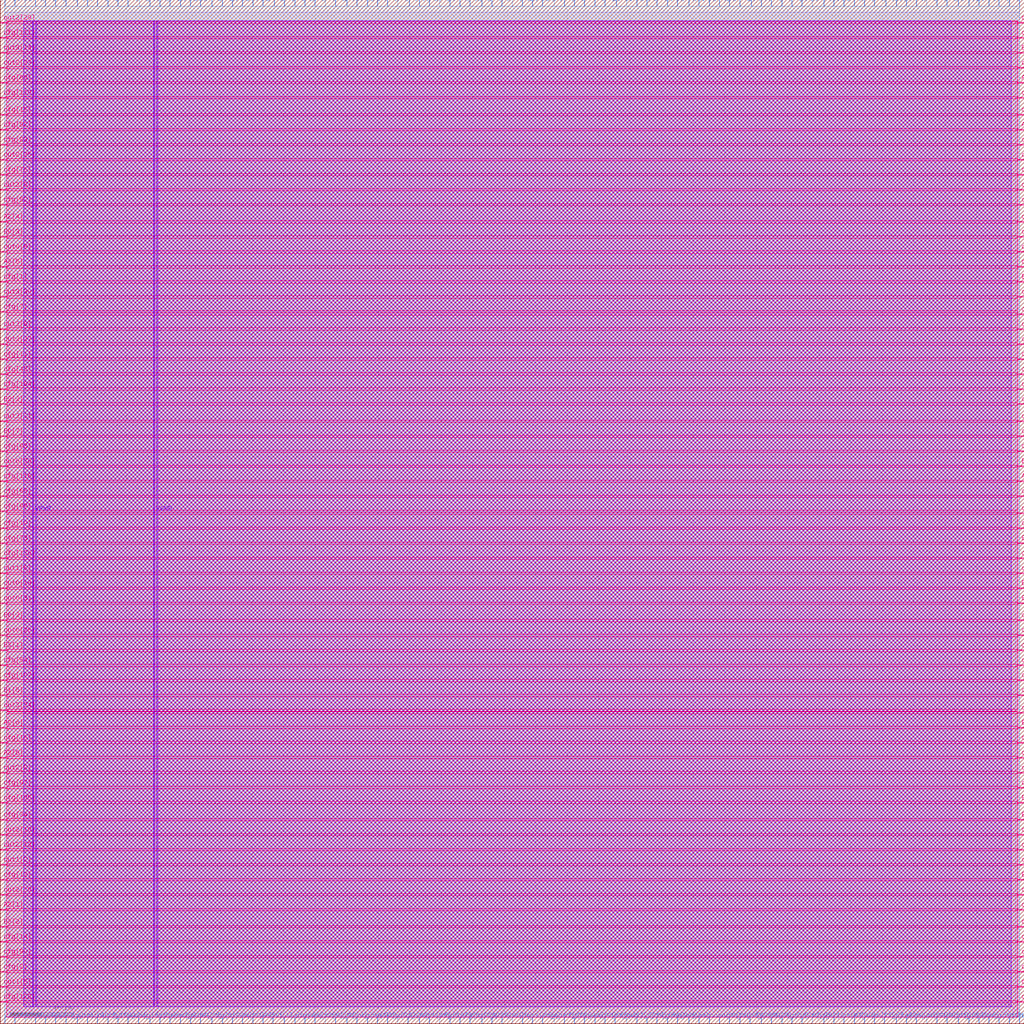
<source format=lef>
# Copyright 2020 The SkyWater PDK Authors
#
# Licensed under the Apache License, Version 2.0 (the "License");
# you may not use this file except in compliance with the License.
# You may obtain a copy of the License at
#
#     https://www.apache.org/licenses/LICENSE-2.0
#
# Unless required by applicable law or agreed to in writing, software
# distributed under the License is distributed on an "AS IS" BASIS,
# WITHOUT WARRANTIES OR CONDITIONS OF ANY KIND, either express or implied.
# See the License for the specific language governing permissions and
# limitations under the License.
#
# SPDX-License-Identifier: Apache-2.0

VERSION 5.7 ;

BUSBITCHARS "[]" ;
DIVIDERCHAR "/" ;

UNITS
  TIME NANOSECONDS 1 ;
  CAPACITANCE PICOFARADS 1 ;
  RESISTANCE OHMS 1 ;
  DATABASE MICRONS 1000 ;
END UNITS

MANUFACTURINGGRID 0.005 ;

# High density, single height
SITE unithd
  SYMMETRY Y ;
  CLASS CORE ;
  SIZE 0.46 BY 2.72 ;
END unithd

# High density, double height
SITE unithddbl
  SYMMETRY Y ;
  CLASS CORE ;
  SIZE 0.46 BY 5.44 ;
END unithddbl

LAYER li1
  TYPE ROUTING ;
  DIRECTION VERTICAL ;

  PITCH 0.46 0.34 ;
  OFFSET 0.23 0.17 ;

  WIDTH 0.17 ;          # LI 1
  # SPACING  0.17 ;     # LI 2
  SPACINGTABLE
     PARALLELRUNLENGTH 0
     WIDTH 0 0.17 ;
  AREA 0.0561 ;         # LI 6
  THICKNESS 0.1 ;
  RESISTANCE RPERSQ 12.2 ;

  ANTENNAMODEL OXIDE1 ;
  ANTENNADIFFSIDEAREARATIO PWL ( ( 0 75 ) ( 0.0125 75 ) ( 0.0225 85.125 ) ( 22.5 10200 ) ) ;
END li1

LAYER mcon
  TYPE CUT ;

  WIDTH 0.17 ;                # Mcon 1
  SPACING 0.19 ;              # Mcon 2
  ENCLOSURE BELOW 0 0 ;       # Mcon 4
  ENCLOSURE ABOVE 0.03 0.06 ; # Met1 4 / Met1 5

  ANTENNADIFFAREARATIO PWL ( ( 0 3 ) ( 0.0125 3 ) ( 0.0225 3.405 ) ( 22.5 408 ) ) ;
  DCCURRENTDENSITY AVERAGE 0.36 ; # mA per via Iavg_max at Tj = 90oC

END mcon

LAYER met1
  TYPE ROUTING ;
  DIRECTION HORIZONTAL ;

  PITCH 0.34 ;
  OFFSET 0.17 ;

  WIDTH 0.14 ;                     # Met1 1
  # SPACING 0.14 ;                 # Met1 2
  # SPACING 0.28 RANGE 3.001 100 ; # Met1 3b
  SPACINGTABLE
     PARALLELRUNLENGTH 0
     WIDTH 0 0.14
     WIDTH 3 0.28 ;
  AREA 0.083 ;                     # Met1 6
  THICKNESS 0.35 ;

  ANTENNAMODEL OXIDE1 ;
  ANTENNADIFFSIDEAREARATIO PWL ( ( 0 400 ) ( 0.0125 400 ) ( 0.0225 2609 ) ( 22.5 11600 ) ) ;

  EDGECAPACITANCE 1.79E-6 ;
  CAPACITANCE CPERSQDIST 25.8E-6 ;
  DCCURRENTDENSITY AVERAGE 2.8 ; # mA/um Iavg_max at Tj = 90oC
  ACCURRENTDENSITY RMS 6.1 ; # mA/um Irms_max at Tj = 90oC
  MAXIMUMDENSITY 70 ;
  DENSITYCHECKWINDOW 700 700 ;
  DENSITYCHECKSTEP 70 ;

  RESISTANCE RPERSQ 0.125 ;
END met1

LAYER via
  TYPE CUT ;
  WIDTH 0.15 ;                  # Via 1a
  SPACING 0.17 ;                # Via 2
  ENCLOSURE BELOW 0.055 0.085 ; # Via 4a / Via 5a
  ENCLOSURE ABOVE 0.055 0.085 ; # Met2 4 / Met2 5

  ANTENNADIFFAREARATIO PWL ( ( 0 6 ) ( 0.0125 6 ) ( 0.0225 6.81 ) ( 22.5 816 ) ) ;
  DCCURRENTDENSITY AVERAGE 0.29 ; # mA per via Iavg_max at Tj = 90oC
END via

LAYER met2
  TYPE ROUTING ;
  DIRECTION VERTICAL ;

  PITCH 0.46 ;
  OFFSET 0.23 ;

  WIDTH 0.14 ;                        # Met2 1
  # SPACING  0.14 ;                   # Met2 2
  # SPACING  0.28 RANGE 3.001 100 ;   # Met2 3b
  SPACINGTABLE
     PARALLELRUNLENGTH 0
     WIDTH 0 0.14
     WIDTH 3 0.28 ;
  AREA 0.0676 ;                       # Met2 6
  THICKNESS 0.35 ;

  CAPACITANCE CPERSQDIST 17.5E-6 ;
  RESISTANCE RPERSQ 0.125 ;
  DCCURRENTDENSITY AVERAGE 2.8 ; # mA/um Iavg_max at Tj = 90oC
  ACCURRENTDENSITY RMS 6.1 ; # mA/um Irms_max at Tj = 90oC

  ANTENNAMODEL OXIDE1 ;
  ANTENNADIFFSIDEAREARATIO PWL ( ( 0 400 ) ( 0.0125 400 ) ( 0.0225 2609 ) ( 22.5 11600 ) ) ;

  MAXIMUMDENSITY 70 ;
  DENSITYCHECKWINDOW 700 700 ;
  DENSITYCHECKSTEP 70 ;
END met2

# ******** Layer via2, type routing, number 44 **************
LAYER via2
  TYPE CUT ;
  WIDTH 0.2 ;                   # Via2 1
  SPACING 0.2 ;                 # Via2 2
  ENCLOSURE BELOW 0.04 0.085 ;  # Via2 4
  ENCLOSURE ABOVE 0.065 0.065 ; # Met3 4
  ANTENNADIFFAREARATIO PWL ( ( 0 6 ) ( 0.0125 6 ) ( 0.0225 6.81 ) ( 22.5 816 ) ) ;
  DCCURRENTDENSITY AVERAGE 0.48 ; # mA per via Iavg_max at Tj = 90oC
END via2

LAYER met3
  TYPE ROUTING ;
  DIRECTION HORIZONTAL ;

  PITCH 0.68 ;
  OFFSET 0.34 ;

  WIDTH 0.3 ;              # Met3 1
  # SPACING 0.3 ;          # Met3 2
  SPACINGTABLE
     PARALLELRUNLENGTH 0
     WIDTH 0 0.3
     WIDTH 3 0.4 ;
  AREA 0.24 ;              # Met3 6
  THICKNESS 0.8 ;

  EDGECAPACITANCE 1.86E-6 ;
  CAPACITANCE CPERSQDIST 12.6E-6 ;
  RESISTANCE RPERSQ 0.047 ;
  DCCURRENTDENSITY AVERAGE 6.8 ; # mA/um Iavg_max at Tj = 90oC
  ACCURRENTDENSITY RMS 14.9 ; # mA/um Irms_max at Tj = 90oC

  ANTENNAMODEL OXIDE1 ;
  ANTENNADIFFSIDEAREARATIO PWL ( ( 0 400 ) ( 0.0125 400 ) ( 0.0225 2609 ) ( 22.5 11600 ) ) ;

  MAXIMUMDENSITY 70 ;
  DENSITYCHECKWINDOW 700 700 ;
  DENSITYCHECKSTEP 70 ;
END met3

LAYER via3
  TYPE CUT ;
  WIDTH 0.2 ;                   # Via3 1
  SPACING 0.2 ;                 # Via3 2
  ENCLOSURE BELOW 0.06 0.09 ;   # Via3 4 / Via3 5
  ENCLOSURE ABOVE 0.065 0.065 ; # Met4 3
  ANTENNADIFFAREARATIO PWL ( ( 0 6 ) ( 0.0125 6 ) ( 0.0225 6.81 ) ( 22.5 816 ) ) ;
  DCCURRENTDENSITY AVERAGE 0.48 ; # mA per via Iavg_max at Tj = 90oC
END via3

LAYER met4
  TYPE ROUTING ;
  DIRECTION VERTICAL ;

  PITCH 0.92 ;
  OFFSET 0.46 ;

  WIDTH 0.3 ;             # Met4 1
  # SPACING  0.3 ;             # Met4 2
  SPACINGTABLE
     PARALLELRUNLENGTH 0
     WIDTH 0 0.3
     WIDTH 3 0.4 ;
  AREA 0.24 ;            # Met4 4a

  THICKNESS 0.8 ;

  EDGECAPACITANCE 1.29E-6 ;
  CAPACITANCE CPERSQDIST 8.67E-6 ;
  RESISTANCE RPERSQ 0.047 ;
  DCCURRENTDENSITY AVERAGE 6.8 ; # mA/um Iavg_max at Tj = 90oC
  ACCURRENTDENSITY RMS 14.9 ; # mA/um Irms_max at Tj = 90oC

  ANTENNAMODEL OXIDE1 ;
  ANTENNADIFFSIDEAREARATIO PWL ( ( 0 400 ) ( 0.0125 400 ) ( 0.0225 2609 ) ( 22.5 11600 ) ) ;

  MAXIMUMDENSITY 70 ;
  DENSITYCHECKWINDOW 700 700 ;
  DENSITYCHECKSTEP 70 ;
END met4

LAYER via4
  TYPE CUT ;

  WIDTH 0.8 ;                 # Via4 1
  SPACING 0.8 ;               # Via4 2
  ENCLOSURE BELOW 0.19 0.19 ; # Via4 4
  ENCLOSURE ABOVE 0.31 0.31 ; # Met5 3
  ANTENNADIFFAREARATIO PWL ( ( 0 6 ) ( 0.0125 6 ) ( 0.0225 6.81 ) ( 22.5 816 ) ) ;
  DCCURRENTDENSITY AVERAGE 2.49 ; # mA per via Iavg_max at Tj = 90oC
END via4

LAYER met5
  TYPE ROUTING ;
  DIRECTION HORIZONTAL ;

  PITCH 3.4 ;
  OFFSET 1.7 ;

  WIDTH 1.6 ;            # Met5 1
  #SPACING  1.6 ;        # Met5 2
  SPACINGTABLE
     PARALLELRUNLENGTH 0
     WIDTH 0 1.6 ;
  AREA 4 ;               # Met5 4

  THICKNESS 1.2 ;

  EDGECAPACITANCE 4.96E-6 ;
  CAPACITANCE CPERSQDIST 6.48E-6 ;
  RESISTANCE RPERSQ 0.0285 ;
  DCCURRENTDENSITY AVERAGE 10.17 ; # mA/um Iavg_max at Tj = 90oC
  ACCURRENTDENSITY RMS 22.34 ; # mA/um Irms_max at Tj = 90oC

  ANTENNAMODEL OXIDE1 ;
  ANTENNADIFFSIDEAREARATIO PWL ( ( 0 400 ) ( 0.0125 400 ) ( 0.0225 2609 ) ( 22.5 11600 ) ) ;
END met5


### Routing via cells section   ###
# Plus via rule, metals are along the prefered direction
VIA L1M1_PR DEFAULT
  LAYER mcon ;
  RECT -0.085 -0.085 0.085 0.085 ;
  LAYER li1 ;
  RECT -0.085 -0.085 0.085 0.085 ;
  LAYER met1 ;
  RECT -0.145 -0.115 0.145 0.115 ;
END L1M1_PR

VIARULE L1M1_PR GENERATE
  LAYER li1 ;
  ENCLOSURE 0 0 ;
  LAYER met1 ;
  ENCLOSURE 0.06 0.03 ;
  LAYER mcon ;
  RECT -0.085 -0.085 0.085 0.085 ;
  SPACING 0.36 BY 0.36 ;
END L1M1_PR

# Plus via rule, metals are along the non prefered direction
VIA L1M1_PR_R DEFAULT
  LAYER mcon ;
  RECT -0.085 -0.085 0.085 0.085 ;
  LAYER li1 ;
  RECT -0.085 -0.085 0.085 0.085 ;
  LAYER met1 ;
  RECT -0.115 -0.145 0.115 0.145 ;
END L1M1_PR_R

VIARULE L1M1_PR_R GENERATE
  LAYER li1 ;
  ENCLOSURE 0 0 ;
  LAYER met1 ;
  ENCLOSURE 0.03 0.06 ;
  LAYER mcon ;
  RECT -0.085 -0.085 0.085 0.085 ;
  SPACING 0.36 BY 0.36 ;
END L1M1_PR_R

# Minus via rule, lower layer metal is along prefered direction
VIA L1M1_PR_M DEFAULT
  LAYER mcon ;
  RECT -0.085 -0.085 0.085 0.085 ;
  LAYER li1 ;
  RECT -0.085 -0.085 0.085 0.085 ;
  LAYER met1 ;
  RECT -0.115 -0.145 0.115 0.145 ;
END L1M1_PR_M

VIARULE L1M1_PR_M GENERATE
  LAYER li1 ;
  ENCLOSURE 0 0 ;
  LAYER met1 ;
  ENCLOSURE 0.03 0.06 ;
  LAYER mcon ;
  RECT -0.085 -0.085 0.085 0.085 ;
  SPACING 0.36 BY 0.36 ;
END L1M1_PR_M

# Minus via rule, upper layer metal is along prefered direction
VIA L1M1_PR_MR DEFAULT
  LAYER mcon ;
  RECT -0.085 -0.085 0.085 0.085 ;
  LAYER li1 ;
  RECT -0.085 -0.085 0.085 0.085 ;
  LAYER met1 ;
  RECT -0.145 -0.115 0.145 0.115 ;
END L1M1_PR_MR

VIARULE L1M1_PR_MR GENERATE
  LAYER li1 ;
  ENCLOSURE 0 0 ;
  LAYER met1 ;
  ENCLOSURE 0.06 0.03 ;
  LAYER mcon ;
  RECT -0.085 -0.085 0.085 0.085 ;
  SPACING 0.36 BY 0.36 ;
END L1M1_PR_MR

# Centered via rule, we really do not want to use it
VIA L1M1_PR_C DEFAULT
  LAYER mcon ;
  RECT -0.085 -0.085 0.085 0.085 ;
  LAYER li1 ;
  RECT -0.085 -0.085 0.085 0.085 ;
  LAYER met1 ;
  RECT -0.145 -0.145 0.145 0.145 ;
END L1M1_PR_C

VIARULE L1M1_PR_C GENERATE
  LAYER li1 ;
  ENCLOSURE 0 0 ;
  LAYER met1 ;
  ENCLOSURE 0.06 0.06 ;
  LAYER mcon ;
  RECT -0.085 -0.085 0.085 0.085 ;
  SPACING 0.36 BY 0.36 ;
END L1M1_PR_C

# Plus via rule, metals are along the prefered direction
VIA M1M2_PR DEFAULT
  LAYER via ;
  RECT -0.075 -0.075 0.075 0.075 ;
  LAYER met1 ;
  RECT -0.16 -0.13 0.16 0.13 ;
  LAYER met2 ;
  RECT -0.13 -0.16 0.13 0.16 ;
END M1M2_PR

VIARULE M1M2_PR GENERATE
  LAYER met1 ;
  ENCLOSURE 0.085 0.055 ;
  LAYER met2 ;
  ENCLOSURE 0.055 0.085 ;
  LAYER via ;
  RECT -0.075 -0.075 0.075 0.075 ;
  SPACING 0.32 BY 0.32 ;
END M1M2_PR

# Plus via rule, metals are along the non prefered direction
VIA M1M2_PR_R DEFAULT
  LAYER via ;
  RECT -0.075 -0.075 0.075 0.075 ;
  LAYER met1 ;
  RECT -0.13 -0.16 0.13 0.16 ;
  LAYER met2 ;
  RECT -0.16 -0.13 0.16 0.13 ;
END M1M2_PR_R

VIARULE M1M2_PR_R GENERATE
  LAYER met1 ;
  ENCLOSURE 0.055 0.085 ;
  LAYER met2 ;
  ENCLOSURE 0.085 0.055 ;
  LAYER via ;
  RECT -0.075 -0.075 0.075 0.075 ;
  SPACING 0.32 BY 0.32 ;
END M1M2_PR_R

# Minus via rule, lower layer metal is along prefered direction
VIA M1M2_PR_M DEFAULT
  LAYER via ;
  RECT -0.075 -0.075 0.075 0.075 ;
  LAYER met1 ;
  RECT -0.16 -0.13 0.16 0.13 ;
  LAYER met2 ;
  RECT -0.16 -0.13 0.16 0.13 ;
END M1M2_PR_M

VIARULE M1M2_PR_M GENERATE
  LAYER met1 ;
  ENCLOSURE 0.085 0.055 ;
  LAYER met2 ;
  ENCLOSURE 0.085 0.055 ;
  LAYER via ;
  RECT -0.075 -0.075 0.075 0.075 ;
  SPACING 0.32 BY 0.32 ;
END M1M2_PR_M

# Minus via rule, upper layer metal is along prefered direction
VIA M1M2_PR_MR DEFAULT
  LAYER via ;
  RECT -0.075 -0.075 0.075 0.075 ;
  LAYER met1 ;
  RECT -0.13 -0.16 0.13 0.16 ;
  LAYER met2 ;
  RECT -0.13 -0.16 0.13 0.16 ;
END M1M2_PR_MR

VIARULE M1M2_PR_MR GENERATE
  LAYER met1 ;
  ENCLOSURE 0.055 0.085 ;
  LAYER met2 ;
  ENCLOSURE 0.055 0.085 ;
  LAYER via ;
  RECT -0.075 -0.075 0.075 0.075 ;
  SPACING 0.32 BY 0.32 ;
END M1M2_PR_MR

# Centered via rule, we really do not want to use it
VIA M1M2_PR_C DEFAULT
  LAYER via ;
  RECT -0.075 -0.075 0.075 0.075 ;
  LAYER met1 ;
  RECT -0.16 -0.16 0.16 0.16 ;
  LAYER met2 ;
  RECT -0.16 -0.16 0.16 0.16 ;
END M1M2_PR_C

VIARULE M1M2_PR_C GENERATE
  LAYER met1 ;
  ENCLOSURE 0.085 0.085 ;
  LAYER met2 ;
  ENCLOSURE 0.085 0.085 ;
  LAYER via ;
  RECT -0.075 -0.075 0.075 0.075 ;
  SPACING 0.32 BY 0.32 ;
END M1M2_PR_C

# Plus via rule, metals are along the prefered direction
VIA M2M3_PR DEFAULT
  LAYER via2 ;
  RECT -0.1 -0.1 0.1 0.1 ;
  LAYER met2 ;
  RECT -0.14 -0.185 0.14 0.185 ;
  LAYER met3 ;
  RECT -0.165 -0.165 0.165 0.165 ;
END M2M3_PR

VIARULE M2M3_PR GENERATE
  LAYER met2 ;
  ENCLOSURE 0.04 0.085 ;
  LAYER met3 ;
  ENCLOSURE 0.065 0.065 ;
  LAYER via2 ;
  RECT -0.1 -0.1 0.1 0.1 ;
  SPACING 0.4 BY 0.4 ;
END M2M3_PR

# Plus via rule, metals are along the non prefered direction
VIA M2M3_PR_R DEFAULT
  LAYER via2 ;
  RECT -0.1 -0.1 0.1 0.1 ;
  LAYER met2 ;
  RECT -0.185 -0.14 0.185 0.14 ;
  LAYER met3 ;
  RECT -0.165 -0.165 0.165 0.165 ;
END M2M3_PR_R

VIARULE M2M3_PR_R GENERATE
  LAYER met2 ;
  ENCLOSURE 0.085 0.04 ;
  LAYER met3 ;
  ENCLOSURE 0.065 0.065 ;
  LAYER via2 ;
  RECT -0.1 -0.1 0.1 0.1 ;
  SPACING 0.4 BY 0.4 ;
END M2M3_PR_R

# Minus via rule, lower layer metal is along prefered direction
VIA M2M3_PR_M DEFAULT
  LAYER via2 ;
  RECT -0.1 -0.1 0.1 0.1 ;
  LAYER met2 ;
  RECT -0.14 -0.185 0.14 0.185 ;
  LAYER met3 ;
  RECT -0.165 -0.165 0.165 0.165 ;
END M2M3_PR_M

VIARULE M2M3_PR_M GENERATE
  LAYER met2 ;
  ENCLOSURE 0.04 0.085 ;
  LAYER met3 ;
  ENCLOSURE 0.065 0.065 ;
  LAYER via2 ;
  RECT -0.1 -0.1 0.1 0.1 ;
  SPACING 0.4 BY 0.4 ;
END M2M3_PR_M

# Minus via rule, upper layer metal is along prefered direction
VIA M2M3_PR_MR DEFAULT
  LAYER via2 ;
  RECT -0.1 -0.1 0.1 0.1 ;
  LAYER met2 ;
  RECT -0.185 -0.14 0.185 0.14 ;
  LAYER met3 ;
  RECT -0.165 -0.165 0.165 0.165 ;
END M2M3_PR_MR

VIARULE M2M3_PR_MR GENERATE
  LAYER met2 ;
  ENCLOSURE 0.085 0.04 ;
  LAYER met3 ;
  ENCLOSURE 0.065 0.065 ;
  LAYER via2 ;
  RECT -0.1 -0.1 0.1 0.1 ;
  SPACING 0.4 BY 0.4 ;
END M2M3_PR_MR

# Centered via rule, we really do not want to use it
VIA M2M3_PR_C DEFAULT
  LAYER via2 ;
  RECT -0.1 -0.1 0.1 0.1 ;
  LAYER met2 ;
  RECT -0.185 -0.185 0.185 0.185 ;
  LAYER met3 ;
  RECT -0.165 -0.165 0.165 0.165 ;
END M2M3_PR_C

VIARULE M2M3_PR_C GENERATE
  LAYER met2 ;
  ENCLOSURE 0.085 0.085 ;
  LAYER met3 ;
  ENCLOSURE 0.065 0.065 ;
  LAYER via2 ;
  RECT -0.1 -0.1 0.1 0.1 ;
  SPACING 0.4 BY 0.4 ;
END M2M3_PR_C

# Plus via rule, metals are along the prefered direction
VIA M3M4_PR DEFAULT
  LAYER via3 ;
  RECT -0.1 -0.1 0.1 0.1 ;
  LAYER met3 ;
  RECT -0.19 -0.16 0.19 0.16 ;
  LAYER met4 ;
  RECT -0.165 -0.165 0.165 0.165 ;
END M3M4_PR

VIARULE M3M4_PR GENERATE
  LAYER met3 ;
  ENCLOSURE 0.09 0.06 ;
  LAYER met4 ;
  ENCLOSURE 0.065 0.065 ;
  LAYER via3 ;
  RECT -0.1 -0.1 0.1 0.1 ;
  SPACING 0.4 BY 0.4 ;
END M3M4_PR

# Plus via rule, metals are along the non prefered direction
VIA M3M4_PR_R DEFAULT
  LAYER via3 ;
  RECT -0.1 -0.1 0.1 0.1 ;
  LAYER met3 ;
  RECT -0.16 -0.19 0.16 0.19 ;
  LAYER met4 ;
  RECT -0.165 -0.165 0.165 0.165 ;
END M3M4_PR_R

VIARULE M3M4_PR_R GENERATE
  LAYER met3 ;
  ENCLOSURE 0.06 0.09 ;
  LAYER met4 ;
  ENCLOSURE 0.065 0.065 ;
  LAYER via3 ;
  RECT -0.1 -0.1 0.1 0.1 ;
  SPACING 0.4 BY 0.4 ;
END M3M4_PR_R

# Minus via rule, lower layer metal is along prefered direction
VIA M3M4_PR_M DEFAULT
  LAYER via3 ;
  RECT -0.1 -0.1 0.1 0.1 ;
  LAYER met3 ;
  RECT -0.19 -0.16 0.19 0.16 ;
  LAYER met4 ;
  RECT -0.165 -0.165 0.165 0.165 ;
END M3M4_PR_M

VIARULE M3M4_PR_M GENERATE
  LAYER met3 ;
  ENCLOSURE 0.09 0.06 ;
  LAYER met4 ;
  ENCLOSURE 0.065 0.065 ;
  LAYER via3 ;
  RECT -0.1 -0.1 0.1 0.1 ;
  SPACING 0.4 BY 0.4 ;
END M3M4_PR_M

# Minus via rule, upper layer metal is along prefered direction
VIA M3M4_PR_MR DEFAULT
  LAYER via3 ;
  RECT -0.1 -0.1 0.1 0.1 ;
  LAYER met3 ;
  RECT -0.16 -0.19 0.16 0.19 ;
  LAYER met4 ;
  RECT -0.165 -0.165 0.165 0.165 ;
END M3M4_PR_MR

VIARULE M3M4_PR_MR GENERATE
  LAYER met3 ;
  ENCLOSURE 0.06 0.09 ;
  LAYER met4 ;
  ENCLOSURE 0.065 0.065 ;
  LAYER via3 ;
  RECT -0.1 -0.1 0.1 0.1 ;
  SPACING 0.4 BY 0.4 ;
END M3M4_PR_MR

# Centered via rule, we really do not want to use it
VIA M3M4_PR_C DEFAULT
  LAYER via3 ;
  RECT -0.1 -0.1 0.1 0.1 ;
  LAYER met3 ;
  RECT -0.19 -0.19 0.19 0.19 ;
  LAYER met4 ;
  RECT -0.165 -0.165 0.165 0.165 ;
END M3M4_PR_C

VIARULE M3M4_PR_C GENERATE
  LAYER met3 ;
  ENCLOSURE 0.09 0.09 ;
  LAYER met4 ;
  ENCLOSURE 0.065 0.065 ;
  LAYER via3 ;
  RECT -0.1 -0.1 0.1 0.1 ;
  SPACING 0.4 BY 0.4 ;
END M3M4_PR_C

# Plus via rule, metals are along the prefered direction
VIA M4M5_PR DEFAULT
  LAYER via4 ;
  RECT -0.4 -0.4 0.4 0.4 ;
  LAYER met4 ;
  RECT -0.59 -0.59 0.59 0.59 ;
  LAYER met5 ;
  RECT -0.71 -0.71 0.71 0.71 ;
END M4M5_PR

VIARULE M4M5_PR GENERATE
  LAYER met4 ;
  ENCLOSURE 0.19 0.19 ;
  LAYER met5 ;
  ENCLOSURE 0.31 0.31 ;
  LAYER via4 ;
  RECT -0.4 -0.4 0.4 0.4 ;
  SPACING 1.6 BY 1.6 ;
END M4M5_PR

# Plus via rule, metals are along the non prefered direction
VIA M4M5_PR_R DEFAULT
  LAYER via4 ;
  RECT -0.4 -0.4 0.4 0.4 ;
  LAYER met4 ;
  RECT -0.59 -0.59 0.59 0.59 ;
  LAYER met5 ;
  RECT -0.71 -0.71 0.71 0.71 ;
END M4M5_PR_R

VIARULE M4M5_PR_R GENERATE
  LAYER met4 ;
  ENCLOSURE 0.19 0.19 ;
  LAYER met5 ;
  ENCLOSURE 0.31 0.31 ;
  LAYER via4 ;
  RECT -0.4 -0.4 0.4 0.4 ;
  SPACING 1.6 BY 1.6 ;
END M4M5_PR_R

# Minus via rule, lower layer metal is along prefered direction
VIA M4M5_PR_M DEFAULT
  LAYER via4 ;
  RECT -0.4 -0.4 0.4 0.4 ;
  LAYER met4 ;
  RECT -0.59 -0.59 0.59 0.59 ;
  LAYER met5 ;
  RECT -0.71 -0.71 0.71 0.71 ;
END M4M5_PR_M

VIARULE M4M5_PR_M GENERATE
  LAYER met4 ;
  ENCLOSURE 0.19 0.19 ;
  LAYER met5 ;
  ENCLOSURE 0.31 0.31 ;
  LAYER via4 ;
  RECT -0.4 -0.4 0.4 0.4 ;
  SPACING 1.6 BY 1.6 ;
END M4M5_PR_M

# Minus via rule, upper layer metal is along prefered direction
VIA M4M5_PR_MR DEFAULT
  LAYER via4 ;
  RECT -0.4 -0.4 0.4 0.4 ;
  LAYER met4 ;
  RECT -0.59 -0.59 0.59 0.59 ;
  LAYER met5 ;
  RECT -0.71 -0.71 0.71 0.71 ;
END M4M5_PR_MR

VIARULE M4M5_PR_MR GENERATE
  LAYER met4 ;
  ENCLOSURE 0.19 0.19 ;
  LAYER met5 ;
  ENCLOSURE 0.31 0.31 ;
  LAYER via4 ;
  RECT -0.4 -0.4 0.4 0.4 ;
  SPACING 1.6 BY 1.6 ;
END M4M5_PR_MR

# Centered via rule, we really do not want to use it
VIA M4M5_PR_C DEFAULT
  LAYER via4 ;
  RECT -0.4 -0.4 0.4 0.4 ;
  LAYER met4 ;
  RECT -0.59 -0.59 0.59 0.59 ;
  LAYER met5 ;
  RECT -0.71 -0.71 0.71 0.71 ;
END M4M5_PR_C

VIARULE M4M5_PR_C GENERATE
  LAYER met4 ;
  ENCLOSURE 0.19 0.19 ;
  LAYER met5 ;
  ENCLOSURE 0.31 0.31 ;
  LAYER via4 ;
  RECT -0.4 -0.4 0.4 0.4 ;
  SPACING 1.6 BY 1.6 ;
END M4M5_PR_C
###  end of single via cells   ###


MACRO sky130_fd_sc_hd__o41ai_4
  CLASS CORE ;
  SOURCE USER ;
  FOREIGN sky130_fd_sc_hd__o41ai_4 ;
  ORIGIN  0.000000  0.000000 ;
  SIZE  10.12000 BY  2.720000 ;
  SYMMETRY X Y R90 ;
  SITE unithd ;
  PIN A1
    ANTENNAGATEAREA  0.990000 ;
    DIRECTION INPUT ;
    USE SIGNAL ;
    PORT
      LAYER li1 ;
        RECT 8.155000 1.075000 10.035000 1.275000 ;
    END
  END A1
  PIN A2
    ANTENNAGATEAREA  0.990000 ;
    DIRECTION INPUT ;
    USE SIGNAL ;
    PORT
      LAYER li1 ;
        RECT 6.170000 1.075000 7.940000 1.275000 ;
    END
  END A2
  PIN A3
    ANTENNAGATEAREA  0.990000 ;
    DIRECTION INPUT ;
    USE SIGNAL ;
    PORT
      LAYER li1 ;
        RECT 4.310000 1.075000 5.980000 1.275000 ;
    END
  END A3
  PIN A4
    ANTENNAGATEAREA  0.990000 ;
    DIRECTION INPUT ;
    USE SIGNAL ;
    PORT
      LAYER li1 ;
        RECT 2.350000 1.075000 4.020000 1.275000 ;
    END
  END A4
  PIN B1
    ANTENNAGATEAREA  0.990000 ;
    DIRECTION INPUT ;
    USE SIGNAL ;
    PORT
      LAYER li1 ;
        RECT 0.105000 1.075000 1.700000 1.275000 ;
    END
  END B1
  PIN Y
    ANTENNADIFFAREA  1.431000 ;
    DIRECTION OUTPUT ;
    USE SIGNAL ;
    PORT
      LAYER li1 ;
        RECT 0.515000 0.635000 2.160000 0.905000 ;
        RECT 0.515000 1.445000 3.885000 1.615000 ;
        RECT 0.515000 1.615000 0.845000 2.465000 ;
        RECT 1.355000 1.615000 1.685000 2.465000 ;
        RECT 1.870000 0.905000 2.160000 1.445000 ;
        RECT 2.715000 1.615000 3.045000 2.125000 ;
        RECT 3.555000 1.615000 3.885000 2.125000 ;
    END
  END Y
  PIN VGND
    DIRECTION INOUT ;
    SHAPE ABUTMENT ;
    USE GROUND ;
    PORT
      LAYER li1 ;
        RECT 0.000000 -0.085000 10.120000 0.085000 ;
        RECT 2.795000  0.085000  2.965000 0.545000 ;
        RECT 3.635000  0.085000  3.805000 0.545000 ;
        RECT 4.475000  0.085000  4.645000 0.545000 ;
        RECT 5.315000  0.085000  5.485000 0.545000 ;
        RECT 6.675000  0.085000  6.845000 0.545000 ;
        RECT 7.515000  0.085000  7.685000 0.545000 ;
        RECT 8.355000  0.085000  8.525000 0.545000 ;
        RECT 9.195000  0.085000  9.365000 0.545000 ;
      LAYER mcon ;
        RECT 0.145000 -0.085000 0.315000 0.085000 ;
        RECT 0.605000 -0.085000 0.775000 0.085000 ;
        RECT 1.065000 -0.085000 1.235000 0.085000 ;
        RECT 1.525000 -0.085000 1.695000 0.085000 ;
        RECT 1.985000 -0.085000 2.155000 0.085000 ;
        RECT 2.445000 -0.085000 2.615000 0.085000 ;
        RECT 2.905000 -0.085000 3.075000 0.085000 ;
        RECT 3.365000 -0.085000 3.535000 0.085000 ;
        RECT 3.825000 -0.085000 3.995000 0.085000 ;
        RECT 4.285000 -0.085000 4.455000 0.085000 ;
        RECT 4.745000 -0.085000 4.915000 0.085000 ;
        RECT 5.205000 -0.085000 5.375000 0.085000 ;
        RECT 5.665000 -0.085000 5.835000 0.085000 ;
        RECT 6.125000 -0.085000 6.295000 0.085000 ;
        RECT 6.585000 -0.085000 6.755000 0.085000 ;
        RECT 7.045000 -0.085000 7.215000 0.085000 ;
        RECT 7.505000 -0.085000 7.675000 0.085000 ;
        RECT 7.965000 -0.085000 8.135000 0.085000 ;
        RECT 8.425000 -0.085000 8.595000 0.085000 ;
        RECT 8.885000 -0.085000 9.055000 0.085000 ;
        RECT 9.345000 -0.085000 9.515000 0.085000 ;
        RECT 9.805000 -0.085000 9.975000 0.085000 ;
      LAYER met1 ;
        RECT 0.000000 -0.240000 10.120000 0.240000 ;
    END
  END VGND
  PIN VPWR
    DIRECTION INOUT ;
    SHAPE ABUTMENT ;
    USE POWER ;
    PORT
      LAYER li1 ;
        RECT 0.000000 2.635000 10.120000 2.805000 ;
        RECT 0.085000 1.445000  0.345000 2.635000 ;
        RECT 1.015000 1.835000  1.185000 2.635000 ;
        RECT 1.855000 1.835000  2.105000 2.635000 ;
        RECT 8.355000 1.835000  8.525000 2.635000 ;
        RECT 9.195000 1.835000  9.365000 2.635000 ;
      LAYER mcon ;
        RECT 0.145000 2.635000 0.315000 2.805000 ;
        RECT 0.605000 2.635000 0.775000 2.805000 ;
        RECT 1.065000 2.635000 1.235000 2.805000 ;
        RECT 1.525000 2.635000 1.695000 2.805000 ;
        RECT 1.985000 2.635000 2.155000 2.805000 ;
        RECT 2.445000 2.635000 2.615000 2.805000 ;
        RECT 2.905000 2.635000 3.075000 2.805000 ;
        RECT 3.365000 2.635000 3.535000 2.805000 ;
        RECT 3.825000 2.635000 3.995000 2.805000 ;
        RECT 4.285000 2.635000 4.455000 2.805000 ;
        RECT 4.745000 2.635000 4.915000 2.805000 ;
        RECT 5.205000 2.635000 5.375000 2.805000 ;
        RECT 5.665000 2.635000 5.835000 2.805000 ;
        RECT 6.125000 2.635000 6.295000 2.805000 ;
        RECT 6.585000 2.635000 6.755000 2.805000 ;
        RECT 7.045000 2.635000 7.215000 2.805000 ;
        RECT 7.505000 2.635000 7.675000 2.805000 ;
        RECT 7.965000 2.635000 8.135000 2.805000 ;
        RECT 8.425000 2.635000 8.595000 2.805000 ;
        RECT 8.885000 2.635000 9.055000 2.805000 ;
        RECT 9.345000 2.635000 9.515000 2.805000 ;
        RECT 9.805000 2.635000 9.975000 2.805000 ;
      LAYER met1 ;
        RECT 0.000000 2.480000 10.120000 2.960000 ;
    END
  END VPWR
  OBS
    LAYER li1 ;
      RECT 0.085000 0.255000 2.625000 0.465000 ;
      RECT 0.085000 0.465000 0.345000 0.905000 ;
      RECT 2.295000 1.785000 2.545000 2.295000 ;
      RECT 2.295000 2.295000 4.225000 2.465000 ;
      RECT 2.350000 0.465000 2.625000 0.735000 ;
      RECT 2.350000 0.735000 9.865000 0.905000 ;
      RECT 3.135000 0.255000 3.465000 0.735000 ;
      RECT 3.215000 1.785000 3.385000 2.295000 ;
      RECT 3.975000 0.255000 4.305000 0.735000 ;
      RECT 4.055000 1.445000 5.985000 1.615000 ;
      RECT 4.055000 1.615000 4.225000 2.295000 ;
      RECT 4.395000 1.785000 4.645000 2.295000 ;
      RECT 4.395000 2.295000 7.685000 2.465000 ;
      RECT 4.815000 0.255000 5.145000 0.735000 ;
      RECT 4.815000 1.615000 5.145000 2.125000 ;
      RECT 5.315000 1.785000 5.485000 2.295000 ;
      RECT 5.655000 0.255000 5.985000 0.735000 ;
      RECT 5.655000 1.615000 5.985000 2.125000 ;
      RECT 6.175000 0.260000 6.505000 0.735000 ;
      RECT 6.175000 1.445000 9.865000 1.615000 ;
      RECT 6.175000 1.615000 6.505000 2.125000 ;
      RECT 6.675000 1.785000 6.845000 2.295000 ;
      RECT 7.015000 0.260000 7.345000 0.735000 ;
      RECT 7.015000 1.615000 7.345000 2.125000 ;
      RECT 7.515000 1.785000 7.685000 2.295000 ;
      RECT 7.855000 0.260000 8.185000 0.735000 ;
      RECT 7.855000 1.615000 8.185000 2.465000 ;
      RECT 8.695000 0.260000 9.025000 0.735000 ;
      RECT 8.695000 1.615000 9.025000 2.465000 ;
      RECT 9.535000 0.260000 9.865000 0.735000 ;
      RECT 9.535000 1.615000 9.865000 2.465000 ;
  END
END sky130_fd_sc_hd__o41ai_4
MACRO sky130_fd_sc_hd__lpflow_decapkapwr_12
  CLASS CORE ;
  SOURCE USER ;
  FOREIGN sky130_fd_sc_hd__lpflow_decapkapwr_12 ;
  ORIGIN  0.000000  0.000000 ;
  SIZE  5.520000 BY  2.720000 ;
  SYMMETRY X Y R90 ;
  SITE unithd ;
  PIN KAPWR
    DIRECTION INOUT ;
    SHAPE ABUTMENT ;
    USE POWER ;
    PORT
      LAYER li1 ;
        RECT 0.085000 1.545000 5.430000 2.465000 ;
        RECT 2.835000 1.025000 5.430000 1.545000 ;
      LAYER mcon ;
        RECT 0.145000 2.125000 0.315000 2.295000 ;
        RECT 0.605000 2.125000 0.775000 2.295000 ;
        RECT 1.065000 2.125000 1.235000 2.295000 ;
        RECT 1.525000 2.125000 1.695000 2.295000 ;
        RECT 1.985000 2.125000 2.155000 2.295000 ;
        RECT 2.445000 2.125000 2.615000 2.295000 ;
        RECT 2.905000 2.125000 3.075000 2.295000 ;
        RECT 3.365000 2.125000 3.535000 2.295000 ;
        RECT 3.825000 2.125000 3.995000 2.295000 ;
        RECT 4.285000 2.125000 4.455000 2.295000 ;
        RECT 4.745000 2.125000 4.915000 2.295000 ;
        RECT 5.205000 2.125000 5.375000 2.295000 ;
      LAYER met1 ;
        RECT 0.070000 2.140000 5.450000 2.340000 ;
        RECT 0.085000 2.080000 5.435000 2.140000 ;
    END
  END KAPWR
  PIN VGND
    DIRECTION INOUT ;
    SHAPE ABUTMENT ;
    USE GROUND ;
    PORT
      LAYER li1 ;
        RECT 0.000000 -0.085000 5.520000 0.085000 ;
        RECT 0.085000  0.085000 5.430000 0.855000 ;
        RECT 0.085000  0.855000 2.665000 1.375000 ;
      LAYER mcon ;
        RECT 0.145000 -0.085000 0.315000 0.085000 ;
        RECT 0.605000 -0.085000 0.775000 0.085000 ;
        RECT 1.065000 -0.085000 1.235000 0.085000 ;
        RECT 1.525000 -0.085000 1.695000 0.085000 ;
        RECT 1.985000 -0.085000 2.155000 0.085000 ;
        RECT 2.445000 -0.085000 2.615000 0.085000 ;
        RECT 2.905000 -0.085000 3.075000 0.085000 ;
        RECT 3.365000 -0.085000 3.535000 0.085000 ;
        RECT 3.825000 -0.085000 3.995000 0.085000 ;
        RECT 4.285000 -0.085000 4.455000 0.085000 ;
        RECT 4.745000 -0.085000 4.915000 0.085000 ;
        RECT 5.205000 -0.085000 5.375000 0.085000 ;
      LAYER met1 ;
        RECT 0.000000 -0.240000 5.520000 0.240000 ;
    END
  END VGND
  PIN VPWR
    DIRECTION INOUT ;
    SHAPE ABUTMENT ;
    USE POWER ;
    PORT
      LAYER li1 ;
        RECT 0.000000 2.635000 5.520000 2.805000 ;
      LAYER mcon ;
        RECT 0.145000 2.635000 0.315000 2.805000 ;
        RECT 0.605000 2.635000 0.775000 2.805000 ;
        RECT 1.065000 2.635000 1.235000 2.805000 ;
        RECT 1.525000 2.635000 1.695000 2.805000 ;
        RECT 1.985000 2.635000 2.155000 2.805000 ;
        RECT 2.445000 2.635000 2.615000 2.805000 ;
        RECT 2.905000 2.635000 3.075000 2.805000 ;
        RECT 3.365000 2.635000 3.535000 2.805000 ;
        RECT 3.825000 2.635000 3.995000 2.805000 ;
        RECT 4.285000 2.635000 4.455000 2.805000 ;
        RECT 4.745000 2.635000 4.915000 2.805000 ;
        RECT 5.205000 2.635000 5.375000 2.805000 ;
      LAYER met1 ;
        RECT 0.000000 2.480000 5.520000 2.960000 ;
    END
  END VPWR
END sky130_fd_sc_hd__lpflow_decapkapwr_12
MACRO sky130_fd_sc_hd__clkdlybuf4s50_2
  CLASS CORE ;
  SOURCE USER ;
  FOREIGN sky130_fd_sc_hd__clkdlybuf4s50_2 ;
  ORIGIN  0.000000  0.000000 ;
  SIZE  4.140000 BY  2.720000 ;
  SYMMETRY X Y R90 ;
  SITE unithd ;
  PIN A
    ANTENNAGATEAREA  0.213000 ;
    DIRECTION INPUT ;
    USE SIGNAL ;
    PORT
      LAYER li1 ;
        RECT 0.085000 1.075000 0.480000 1.285000 ;
    END
  END A
  PIN X
    ANTENNADIFFAREA  0.390500 ;
    DIRECTION OUTPUT ;
    USE SIGNAL ;
    PORT
      LAYER li1 ;
        RECT 3.185000 0.270000 3.625000 0.640000 ;
        RECT 3.185000 1.530000 3.625000 2.465000 ;
        RECT 3.345000 0.640000 3.625000 1.530000 ;
    END
  END X
  PIN VGND
    DIRECTION INOUT ;
    SHAPE ABUTMENT ;
    USE GROUND ;
    PORT
      LAYER li1 ;
        RECT 0.000000 -0.085000 4.140000 0.085000 ;
        RECT 0.585000  0.085000 0.915000 0.565000 ;
        RECT 2.685000  0.085000 3.015000 0.565000 ;
        RECT 3.795000  0.085000 4.055000 0.635000 ;
      LAYER mcon ;
        RECT 0.145000 -0.085000 0.315000 0.085000 ;
        RECT 0.605000 -0.085000 0.775000 0.085000 ;
        RECT 1.065000 -0.085000 1.235000 0.085000 ;
        RECT 1.525000 -0.085000 1.695000 0.085000 ;
        RECT 1.985000 -0.085000 2.155000 0.085000 ;
        RECT 2.445000 -0.085000 2.615000 0.085000 ;
        RECT 2.905000 -0.085000 3.075000 0.085000 ;
        RECT 3.365000 -0.085000 3.535000 0.085000 ;
        RECT 3.825000 -0.085000 3.995000 0.085000 ;
      LAYER met1 ;
        RECT 0.000000 -0.240000 4.140000 0.240000 ;
    END
  END VGND
  PIN VPWR
    DIRECTION INOUT ;
    SHAPE ABUTMENT ;
    USE POWER ;
    PORT
      LAYER li1 ;
        RECT 0.000000 2.635000 4.140000 2.805000 ;
        RECT 0.600000 1.800000 0.930000 2.635000 ;
        RECT 2.685000 1.800000 3.015000 2.635000 ;
        RECT 3.795000 1.800000 4.055000 2.635000 ;
      LAYER mcon ;
        RECT 0.145000 2.635000 0.315000 2.805000 ;
        RECT 0.605000 2.635000 0.775000 2.805000 ;
        RECT 1.065000 2.635000 1.235000 2.805000 ;
        RECT 1.525000 2.635000 1.695000 2.805000 ;
        RECT 1.985000 2.635000 2.155000 2.805000 ;
        RECT 2.445000 2.635000 2.615000 2.805000 ;
        RECT 2.905000 2.635000 3.075000 2.805000 ;
        RECT 3.365000 2.635000 3.535000 2.805000 ;
        RECT 3.825000 2.635000 3.995000 2.805000 ;
      LAYER met1 ;
        RECT 0.000000 2.480000 4.140000 2.960000 ;
    END
  END VPWR
  OBS
    LAYER li1 ;
      RECT 0.085000 0.270000 0.415000 0.735000 ;
      RECT 0.085000 0.735000 1.270000 0.905000 ;
      RECT 0.085000 1.455000 1.270000 1.630000 ;
      RECT 0.085000 1.630000 0.430000 2.465000 ;
      RECT 0.765000 1.075000 1.435000 1.245000 ;
      RECT 0.850000 0.905000 1.270000 1.075000 ;
      RECT 0.850000 1.245000 1.270000 1.455000 ;
      RECT 1.390000 1.785000 1.795000 2.465000 ;
      RECT 1.440000 0.270000 1.795000 0.900000 ;
      RECT 1.625000 0.900000 1.795000 1.075000 ;
      RECT 1.625000 1.075000 2.305000 1.245000 ;
      RECT 1.625000 1.245000 1.795000 1.785000 ;
      RECT 1.985000 0.270000 2.235000 0.735000 ;
      RECT 1.985000 0.735000 2.645000 0.905000 ;
      RECT 1.985000 1.460000 2.645000 1.630000 ;
      RECT 1.985000 1.630000 2.235000 2.465000 ;
      RECT 2.475000 0.905000 2.645000 0.995000 ;
      RECT 2.475000 0.995000 3.175000 1.325000 ;
      RECT 2.475000 1.325000 2.645000 1.460000 ;
  END
END sky130_fd_sc_hd__clkdlybuf4s50_2
MACRO sky130_fd_sc_hd__dfbbp_1
  CLASS CORE ;
  SOURCE USER ;
  FOREIGN sky130_fd_sc_hd__dfbbp_1 ;
  ORIGIN  0.000000  0.000000 ;
  SIZE  11.96000 BY  2.720000 ;
  SYMMETRY X Y R90 ;
  SITE unithd ;
  PIN D
    ANTENNAGATEAREA  0.126000 ;
    DIRECTION INPUT ;
    USE SIGNAL ;
    PORT
      LAYER li1 ;
        RECT 1.750000 1.005000 2.160000 1.625000 ;
    END
  END D
  PIN Q
    ANTENNADIFFAREA  0.429000 ;
    DIRECTION OUTPUT ;
    USE SIGNAL ;
    PORT
      LAYER li1 ;
        RECT 11.615000 0.255000 11.875000 0.825000 ;
        RECT 11.615000 1.445000 11.875000 2.465000 ;
        RECT 11.660000 0.825000 11.875000 1.445000 ;
    END
  END Q
  PIN Q_N
    ANTENNADIFFAREA  0.429000 ;
    DIRECTION OUTPUT ;
    USE SIGNAL ;
    PORT
      LAYER li1 ;
        RECT 10.200000 0.255000 10.485000 0.715000 ;
        RECT 10.200000 1.630000 10.485000 2.465000 ;
        RECT 10.280000 0.715000 10.485000 1.630000 ;
    END
  END Q_N
  PIN RESET_B
    ANTENNAGATEAREA  0.159000 ;
    DIRECTION INPUT ;
    USE SIGNAL ;
    PORT
      LAYER li1 ;
        RECT 9.315000 1.095000 9.690000 1.325000 ;
    END
  END RESET_B
  PIN SET_B
    ANTENNAGATEAREA  0.252000 ;
    DIRECTION INPUT ;
    USE SIGNAL ;
    PORT
      LAYER li1 ;
        RECT 3.590000 0.735000 4.000000 0.965000 ;
        RECT 3.590000 0.965000 3.920000 1.065000 ;
        RECT 7.460000 0.735000 7.835000 1.065000 ;
      LAYER mcon ;
        RECT 3.830000 0.765000 4.000000 0.935000 ;
        RECT 7.510000 0.765000 7.680000 0.935000 ;
      LAYER met1 ;
        RECT 3.770000 0.735000 4.060000 0.780000 ;
        RECT 3.770000 0.780000 7.740000 0.920000 ;
        RECT 3.770000 0.920000 4.060000 0.965000 ;
        RECT 7.450000 0.735000 7.740000 0.780000 ;
        RECT 7.450000 0.920000 7.740000 0.965000 ;
    END
  END SET_B
  PIN CLK
    ANTENNAGATEAREA  0.159000 ;
    DIRECTION INPUT ;
    USE CLOCK ;
    PORT
      LAYER li1 ;
        RECT 0.085000 0.975000 0.440000 1.625000 ;
    END
  END CLK
  PIN VGND
    DIRECTION INOUT ;
    SHAPE ABUTMENT ;
    USE GROUND ;
    PORT
      LAYER li1 ;
        RECT  0.000000 -0.085000 11.960000 0.085000 ;
        RECT  0.515000  0.085000  0.845000 0.465000 ;
        RECT  1.435000  0.085000  1.785000 0.465000 ;
        RECT  3.570000  0.085000  3.740000 0.525000 ;
        RECT  5.350000  0.085000  5.680000 0.465000 ;
        RECT  7.265000  0.085000  7.525000 0.525000 ;
        RECT  9.700000  0.085000 10.030000 0.805000 ;
        RECT 11.150000  0.085000 11.445000 0.545000 ;
      LAYER mcon ;
        RECT  0.145000 -0.085000  0.315000 0.085000 ;
        RECT  0.605000 -0.085000  0.775000 0.085000 ;
        RECT  1.065000 -0.085000  1.235000 0.085000 ;
        RECT  1.525000 -0.085000  1.695000 0.085000 ;
        RECT  1.985000 -0.085000  2.155000 0.085000 ;
        RECT  2.445000 -0.085000  2.615000 0.085000 ;
        RECT  2.905000 -0.085000  3.075000 0.085000 ;
        RECT  3.365000 -0.085000  3.535000 0.085000 ;
        RECT  3.825000 -0.085000  3.995000 0.085000 ;
        RECT  4.285000 -0.085000  4.455000 0.085000 ;
        RECT  4.745000 -0.085000  4.915000 0.085000 ;
        RECT  5.205000 -0.085000  5.375000 0.085000 ;
        RECT  5.665000 -0.085000  5.835000 0.085000 ;
        RECT  6.125000 -0.085000  6.295000 0.085000 ;
        RECT  6.585000 -0.085000  6.755000 0.085000 ;
        RECT  7.045000 -0.085000  7.215000 0.085000 ;
        RECT  7.505000 -0.085000  7.675000 0.085000 ;
        RECT  7.965000 -0.085000  8.135000 0.085000 ;
        RECT  8.425000 -0.085000  8.595000 0.085000 ;
        RECT  8.885000 -0.085000  9.055000 0.085000 ;
        RECT  9.345000 -0.085000  9.515000 0.085000 ;
        RECT  9.805000 -0.085000  9.975000 0.085000 ;
        RECT 10.265000 -0.085000 10.435000 0.085000 ;
        RECT 10.725000 -0.085000 10.895000 0.085000 ;
        RECT 11.185000 -0.085000 11.355000 0.085000 ;
        RECT 11.645000 -0.085000 11.815000 0.085000 ;
      LAYER met1 ;
        RECT 0.000000 -0.240000 11.960000 0.240000 ;
    END
  END VGND
  PIN VPWR
    DIRECTION INOUT ;
    SHAPE ABUTMENT ;
    USE POWER ;
    PORT
      LAYER li1 ;
        RECT  0.000000 2.635000 11.960000 2.805000 ;
        RECT  0.515000 2.135000  0.845000 2.635000 ;
        RECT  1.435000 2.135000  1.785000 2.635000 ;
        RECT  3.410000 2.205000  3.790000 2.635000 ;
        RECT  4.880000 1.915000  5.210000 2.635000 ;
        RECT  7.325000 2.255000  7.705000 2.635000 ;
        RECT  8.645000 2.255000 10.030000 2.635000 ;
        RECT 11.150000 1.765000 11.445000 2.635000 ;
      LAYER mcon ;
        RECT  0.145000 2.635000  0.315000 2.805000 ;
        RECT  0.605000 2.635000  0.775000 2.805000 ;
        RECT  1.065000 2.635000  1.235000 2.805000 ;
        RECT  1.525000 2.635000  1.695000 2.805000 ;
        RECT  1.985000 2.635000  2.155000 2.805000 ;
        RECT  2.445000 2.635000  2.615000 2.805000 ;
        RECT  2.905000 2.635000  3.075000 2.805000 ;
        RECT  3.365000 2.635000  3.535000 2.805000 ;
        RECT  3.825000 2.635000  3.995000 2.805000 ;
        RECT  4.285000 2.635000  4.455000 2.805000 ;
        RECT  4.745000 2.635000  4.915000 2.805000 ;
        RECT  5.205000 2.635000  5.375000 2.805000 ;
        RECT  5.665000 2.635000  5.835000 2.805000 ;
        RECT  6.125000 2.635000  6.295000 2.805000 ;
        RECT  6.585000 2.635000  6.755000 2.805000 ;
        RECT  7.045000 2.635000  7.215000 2.805000 ;
        RECT  7.505000 2.635000  7.675000 2.805000 ;
        RECT  7.965000 2.635000  8.135000 2.805000 ;
        RECT  8.425000 2.635000  8.595000 2.805000 ;
        RECT  8.885000 2.635000  9.055000 2.805000 ;
        RECT  9.345000 2.635000  9.515000 2.805000 ;
        RECT  9.805000 2.635000  9.975000 2.805000 ;
        RECT 10.265000 2.635000 10.435000 2.805000 ;
        RECT 10.725000 2.635000 10.895000 2.805000 ;
        RECT 11.185000 2.635000 11.355000 2.805000 ;
        RECT 11.645000 2.635000 11.815000 2.805000 ;
      LAYER met1 ;
        RECT 0.000000 2.480000 11.960000 2.960000 ;
    END
  END VPWR
  OBS
    LAYER li1 ;
      RECT  0.085000 0.345000  0.345000 0.635000 ;
      RECT  0.085000 0.635000  0.840000 0.805000 ;
      RECT  0.085000 1.795000  0.840000 1.965000 ;
      RECT  0.085000 1.965000  0.345000 2.465000 ;
      RECT  0.610000 0.805000  0.840000 1.795000 ;
      RECT  1.015000 0.345000  1.240000 2.465000 ;
      RECT  1.410000 0.635000  2.125000 0.825000 ;
      RECT  1.410000 0.825000  1.580000 1.795000 ;
      RECT  1.410000 1.795000  2.125000 1.965000 ;
      RECT  1.955000 0.305000  2.125000 0.635000 ;
      RECT  1.955000 1.965000  2.125000 2.465000 ;
      RECT  2.330000 0.705000  2.550000 1.575000 ;
      RECT  2.330000 1.575000  2.830000 1.955000 ;
      RECT  2.340000 2.250000  3.170000 2.420000 ;
      RECT  2.405000 0.265000  3.400000 0.465000 ;
      RECT  2.730000 0.645000  3.060000 1.015000 ;
      RECT  3.000000 1.195000  3.400000 1.235000 ;
      RECT  3.000000 1.235000  4.350000 1.405000 ;
      RECT  3.000000 1.405000  3.170000 2.250000 ;
      RECT  3.230000 0.465000  3.400000 1.195000 ;
      RECT  3.340000 1.575000  3.590000 1.785000 ;
      RECT  3.340000 1.785000  4.690000 2.035000 ;
      RECT  3.910000 0.255000  5.080000 0.425000 ;
      RECT  3.910000 0.425000  4.240000 0.545000 ;
      RECT  4.090000 2.035000  4.260000 2.375000 ;
      RECT  4.100000 1.405000  4.350000 1.485000 ;
      RECT  4.130000 1.155000  4.350000 1.235000 ;
      RECT  4.410000 0.595000  4.740000 0.765000 ;
      RECT  4.520000 0.765000  4.740000 0.895000 ;
      RECT  4.520000 0.895000  5.830000 1.065000 ;
      RECT  4.520000 1.065000  4.690000 1.785000 ;
      RECT  4.860000 1.235000  5.190000 1.415000 ;
      RECT  4.860000 1.415000  5.865000 1.655000 ;
      RECT  4.910000 0.425000  5.080000 0.715000 ;
      RECT  5.500000 1.065000  5.830000 1.235000 ;
      RECT  6.065000 1.575000  6.300000 1.985000 ;
      RECT  6.125000 0.705000  6.410000 1.125000 ;
      RECT  6.125000 1.125000  6.745000 1.305000 ;
      RECT  6.255000 2.250000  7.085000 2.420000 ;
      RECT  6.320000 0.265000  7.085000 0.465000 ;
      RECT  6.540000 1.305000  6.745000 1.905000 ;
      RECT  6.915000 0.465000  7.085000 1.235000 ;
      RECT  6.915000 1.235000  8.265000 1.405000 ;
      RECT  6.915000 1.405000  7.085000 2.250000 ;
      RECT  7.255000 1.575000  7.505000 1.915000 ;
      RECT  7.255000 1.915000 10.030000 2.085000 ;
      RECT  7.785000 0.255000  8.955000 0.425000 ;
      RECT  7.785000 0.425000  8.115000 0.545000 ;
      RECT  7.945000 2.085000  8.115000 2.375000 ;
      RECT  8.045000 1.075000  8.265000 1.235000 ;
      RECT  8.285000 0.595000  8.615000 0.780000 ;
      RECT  8.435000 0.780000  8.615000 1.915000 ;
      RECT  8.785000 0.425000  8.955000 0.585000 ;
      RECT  8.785000 0.755000  9.475000 0.925000 ;
      RECT  8.785000 0.925000  9.060000 1.575000 ;
      RECT  8.785000 1.575000  9.545000 1.745000 ;
      RECT  9.240000 0.265000  9.475000 0.755000 ;
      RECT  9.860000 0.995000 10.110000 1.325000 ;
      RECT  9.860000 1.325000 10.030000 1.915000 ;
      RECT 10.655000 0.255000 10.970000 0.995000 ;
      RECT 10.655000 0.995000 11.490000 1.325000 ;
      RECT 10.655000 1.325000 10.970000 2.415000 ;
    LAYER mcon ;
      RECT 0.610000 1.785000 0.780000 1.955000 ;
      RECT 1.070000 0.765000 1.240000 0.935000 ;
      RECT 2.450000 1.785000 2.620000 1.955000 ;
      RECT 2.890000 0.765000 3.060000 0.935000 ;
      RECT 5.670000 1.445000 5.840000 1.615000 ;
      RECT 6.130000 1.105000 6.300000 1.275000 ;
      RECT 6.130000 1.785000 6.300000 1.955000 ;
      RECT 8.890000 1.445000 9.060000 1.615000 ;
    LAYER met1 ;
      RECT 0.550000 1.755000 0.840000 1.800000 ;
      RECT 0.550000 1.800000 6.360000 1.940000 ;
      RECT 0.550000 1.940000 0.840000 1.985000 ;
      RECT 1.010000 0.735000 1.300000 0.780000 ;
      RECT 1.010000 0.780000 3.120000 0.920000 ;
      RECT 1.010000 0.920000 1.300000 0.965000 ;
      RECT 2.390000 1.755000 2.680000 1.800000 ;
      RECT 2.390000 1.940000 2.680000 1.985000 ;
      RECT 2.830000 0.735000 3.120000 0.780000 ;
      RECT 2.830000 0.920000 3.120000 0.965000 ;
      RECT 2.925000 0.965000 3.120000 1.120000 ;
      RECT 2.925000 1.120000 6.360000 1.260000 ;
      RECT 5.610000 1.415000 5.900000 1.460000 ;
      RECT 5.610000 1.460000 9.120000 1.600000 ;
      RECT 5.610000 1.600000 5.900000 1.645000 ;
      RECT 6.070000 1.075000 6.360000 1.120000 ;
      RECT 6.070000 1.260000 6.360000 1.305000 ;
      RECT 6.070000 1.755000 6.360000 1.800000 ;
      RECT 6.070000 1.940000 6.360000 1.985000 ;
      RECT 8.830000 1.415000 9.120000 1.460000 ;
      RECT 8.830000 1.600000 9.120000 1.645000 ;
  END
END sky130_fd_sc_hd__dfbbp_1
MACRO sky130_fd_sc_hd__ha_4
  CLASS CORE ;
  SOURCE USER ;
  FOREIGN sky130_fd_sc_hd__ha_4 ;
  ORIGIN  0.000000  0.000000 ;
  SIZE  9.200000 BY  2.720000 ;
  SYMMETRY X Y R90 ;
  SITE unithd ;
  PIN A
    ANTENNAGATEAREA  0.990000 ;
    DIRECTION INPUT ;
    USE SIGNAL ;
    PORT
      LAYER li1 ;
        RECT 3.320000 1.075000 4.380000 1.245000 ;
        RECT 4.210000 1.245000 4.380000 1.505000 ;
        RECT 4.210000 1.505000 6.810000 1.675000 ;
        RECT 5.625000 0.995000 5.795000 1.505000 ;
        RECT 6.580000 0.995000 7.055000 1.325000 ;
        RECT 6.580000 1.325000 6.810000 1.505000 ;
    END
  END A
  PIN B
    ANTENNAGATEAREA  0.990000 ;
    DIRECTION INPUT ;
    USE SIGNAL ;
    PORT
      LAYER li1 ;
        RECT 4.550000 0.995000 5.455000 1.165000 ;
        RECT 4.550000 1.165000 4.720000 1.325000 ;
        RECT 5.285000 0.730000 6.315000 0.825000 ;
        RECT 5.285000 0.825000 5.535000 0.845000 ;
        RECT 5.285000 0.845000 5.495000 0.875000 ;
        RECT 5.285000 0.875000 5.455000 0.995000 ;
        RECT 5.295000 0.720000 6.315000 0.730000 ;
        RECT 5.310000 0.710000 6.315000 0.720000 ;
        RECT 5.320000 0.695000 6.315000 0.710000 ;
        RECT 5.335000 0.675000 6.315000 0.695000 ;
        RECT 5.345000 0.655000 6.315000 0.675000 ;
        RECT 6.085000 0.825000 6.315000 1.325000 ;
    END
  END B
  PIN COUT
    ANTENNADIFFAREA  0.891000 ;
    DIRECTION OUTPUT ;
    USE SIGNAL ;
    PORT
      LAYER li1 ;
        RECT 7.595000 0.315000 7.845000 0.735000 ;
        RECT 7.595000 0.735000 8.685000 0.905000 ;
        RECT 7.595000 1.415000 8.685000 1.585000 ;
        RECT 7.595000 1.585000 7.765000 2.415000 ;
        RECT 8.405000 0.315000 8.685000 0.735000 ;
        RECT 8.405000 0.905000 8.685000 1.415000 ;
        RECT 8.405000 1.585000 8.685000 2.415000 ;
    END
  END COUT
  PIN SUM
    ANTENNADIFFAREA  0.891000 ;
    DIRECTION OUTPUT ;
    USE SIGNAL ;
    PORT
      LAYER li1 ;
        RECT 0.515000 0.315000 0.845000 1.065000 ;
        RECT 0.515000 1.065000 1.550000 1.335000 ;
        RECT 0.515000 1.335000 0.845000 2.415000 ;
        RECT 1.355000 0.315000 1.685000 0.825000 ;
        RECT 1.355000 0.825000 1.550000 1.065000 ;
        RECT 1.355000 1.335000 1.550000 1.565000 ;
        RECT 1.355000 1.565000 1.685000 2.415000 ;
    END
  END SUM
  PIN VGND
    DIRECTION INOUT ;
    SHAPE ABUTMENT ;
    USE GROUND ;
    PORT
      LAYER li1 ;
        RECT 0.000000 -0.085000 9.200000 0.085000 ;
        RECT 0.135000  0.085000 0.345000 0.885000 ;
        RECT 1.015000  0.085000 1.185000 0.885000 ;
        RECT 1.855000  0.085000 2.095000 0.885000 ;
        RECT 3.555000  0.085000 3.910000 0.465000 ;
        RECT 4.420000  0.085000 4.750000 0.465000 ;
        RECT 5.385000  0.085000 5.715000 0.465000 ;
        RECT 7.055000  0.085000 7.385000 0.465000 ;
        RECT 8.015000  0.085000 8.225000 0.565000 ;
        RECT 8.855000  0.085000 9.065000 0.885000 ;
      LAYER mcon ;
        RECT 0.145000 -0.085000 0.315000 0.085000 ;
        RECT 0.605000 -0.085000 0.775000 0.085000 ;
        RECT 1.065000 -0.085000 1.235000 0.085000 ;
        RECT 1.525000 -0.085000 1.695000 0.085000 ;
        RECT 1.985000 -0.085000 2.155000 0.085000 ;
        RECT 2.445000 -0.085000 2.615000 0.085000 ;
        RECT 2.905000 -0.085000 3.075000 0.085000 ;
        RECT 3.365000 -0.085000 3.535000 0.085000 ;
        RECT 3.825000 -0.085000 3.995000 0.085000 ;
        RECT 4.285000 -0.085000 4.455000 0.085000 ;
        RECT 4.745000 -0.085000 4.915000 0.085000 ;
        RECT 5.205000 -0.085000 5.375000 0.085000 ;
        RECT 5.665000 -0.085000 5.835000 0.085000 ;
        RECT 6.125000 -0.085000 6.295000 0.085000 ;
        RECT 6.585000 -0.085000 6.755000 0.085000 ;
        RECT 7.045000 -0.085000 7.215000 0.085000 ;
        RECT 7.505000 -0.085000 7.675000 0.085000 ;
        RECT 7.965000 -0.085000 8.135000 0.085000 ;
        RECT 8.425000 -0.085000 8.595000 0.085000 ;
        RECT 8.885000 -0.085000 9.055000 0.085000 ;
      LAYER met1 ;
        RECT 0.000000 -0.240000 9.200000 0.240000 ;
    END
  END VGND
  PIN VPWR
    DIRECTION INOUT ;
    SHAPE ABUTMENT ;
    USE POWER ;
    PORT
      LAYER li1 ;
        RECT 0.000000 2.635000 9.200000 2.805000 ;
        RECT 0.135000 1.495000 0.345000 2.635000 ;
        RECT 1.015000 1.515000 1.185000 2.635000 ;
        RECT 1.855000 1.495000 2.365000 2.635000 ;
        RECT 3.190000 2.105000 3.360000 2.635000 ;
        RECT 5.240000 2.205000 5.570000 2.635000 ;
        RECT 6.175000 2.205000 6.505000 2.635000 ;
        RECT 7.055000 2.205000 7.385000 2.635000 ;
        RECT 7.935000 1.755000 8.225000 2.635000 ;
        RECT 8.855000 1.495000 9.065000 2.635000 ;
      LAYER mcon ;
        RECT 0.145000 2.635000 0.315000 2.805000 ;
        RECT 0.605000 2.635000 0.775000 2.805000 ;
        RECT 1.065000 2.635000 1.235000 2.805000 ;
        RECT 1.525000 2.635000 1.695000 2.805000 ;
        RECT 1.985000 2.635000 2.155000 2.805000 ;
        RECT 2.445000 2.635000 2.615000 2.805000 ;
        RECT 2.905000 2.635000 3.075000 2.805000 ;
        RECT 3.365000 2.635000 3.535000 2.805000 ;
        RECT 3.825000 2.635000 3.995000 2.805000 ;
        RECT 4.285000 2.635000 4.455000 2.805000 ;
        RECT 4.745000 2.635000 4.915000 2.805000 ;
        RECT 5.205000 2.635000 5.375000 2.805000 ;
        RECT 5.665000 2.635000 5.835000 2.805000 ;
        RECT 6.125000 2.635000 6.295000 2.805000 ;
        RECT 6.585000 2.635000 6.755000 2.805000 ;
        RECT 7.045000 2.635000 7.215000 2.805000 ;
        RECT 7.505000 2.635000 7.675000 2.805000 ;
        RECT 7.965000 2.635000 8.135000 2.805000 ;
        RECT 8.425000 2.635000 8.595000 2.805000 ;
        RECT 8.885000 2.635000 9.055000 2.805000 ;
      LAYER met1 ;
        RECT 0.000000 2.480000 9.200000 2.960000 ;
    END
  END VPWR
  OBS
    LAYER li1 ;
      RECT 1.720000 1.075000 2.750000 1.245000 ;
      RECT 2.270000 0.305000 3.385000 0.475000 ;
      RECT 2.580000 0.645000 3.045000 0.815000 ;
      RECT 2.580000 0.815000 2.750000 1.075000 ;
      RECT 2.580000 1.245000 2.750000 1.765000 ;
      RECT 2.580000 1.765000 3.700000 1.935000 ;
      RECT 2.770000 1.935000 2.940000 2.355000 ;
      RECT 2.920000 0.995000 3.090000 1.425000 ;
      RECT 2.920000 1.425000 4.040000 1.595000 ;
      RECT 3.215000 0.475000 3.385000 0.645000 ;
      RECT 3.215000 0.645000 5.115000 0.815000 ;
      RECT 3.530000 1.935000 3.700000 2.205000 ;
      RECT 3.530000 2.205000 4.330000 2.375000 ;
      RECT 3.870000 1.595000 4.040000 1.855000 ;
      RECT 3.870000 1.855000 7.395000 2.025000 ;
      RECT 4.080000 0.345000 4.250000 0.645000 ;
      RECT 4.920000 0.255000 5.190000 0.585000 ;
      RECT 4.920000 0.585000 5.115000 0.645000 ;
      RECT 5.835000 2.025000 6.005000 2.355000 ;
      RECT 6.175000 0.295000 6.875000 0.465000 ;
      RECT 6.675000 2.025000 6.845000 2.355000 ;
      RECT 6.705000 0.465000 6.875000 0.645000 ;
      RECT 6.705000 0.645000 7.395000 0.815000 ;
      RECT 7.225000 0.815000 7.395000 1.075000 ;
      RECT 7.225000 1.075000 8.225000 1.245000 ;
      RECT 7.225000 1.245000 7.395000 1.855000 ;
  END
END sky130_fd_sc_hd__ha_4
MACRO sky130_fd_sc_hd__clkinv_4
  CLASS CORE ;
  SOURCE USER ;
  FOREIGN sky130_fd_sc_hd__clkinv_4 ;
  ORIGIN  0.000000  0.000000 ;
  SIZE  3.220000 BY  2.720000 ;
  SYMMETRY X Y R90 ;
  SITE unithd ;
  PIN A
    ANTENNAGATEAREA  1.152000 ;
    DIRECTION INPUT ;
    USE SIGNAL ;
    PORT
      LAYER li1 ;
        RECT 0.445000 1.065000 2.660000 1.290000 ;
    END
  END A
  PIN Y
    ANTENNADIFFAREA  1.075200 ;
    DIRECTION OUTPUT ;
    USE SIGNAL ;
    PORT
      LAYER li1 ;
        RECT 0.105000 0.725000 3.135000 0.895000 ;
        RECT 0.105000 0.895000 0.275000 1.460000 ;
        RECT 0.105000 1.460000 3.135000 1.630000 ;
        RECT 0.605000 1.630000 0.860000 2.435000 ;
        RECT 1.030000 0.280000 1.290000 0.725000 ;
        RECT 1.465000 1.630000 1.720000 2.435000 ;
        RECT 1.890000 0.280000 2.145000 0.725000 ;
        RECT 2.320000 1.630000 2.580000 2.435000 ;
        RECT 2.835000 0.895000 3.135000 1.460000 ;
    END
  END Y
  PIN VGND
    DIRECTION INOUT ;
    SHAPE ABUTMENT ;
    USE GROUND ;
    PORT
      LAYER li1 ;
        RECT 0.000000 -0.085000 3.220000 0.085000 ;
        RECT 0.565000  0.085000 0.860000 0.555000 ;
        RECT 1.460000  0.085000 1.720000 0.555000 ;
        RECT 2.315000  0.085000 2.615000 0.555000 ;
      LAYER mcon ;
        RECT 0.145000 -0.085000 0.315000 0.085000 ;
        RECT 0.605000 -0.085000 0.775000 0.085000 ;
        RECT 1.065000 -0.085000 1.235000 0.085000 ;
        RECT 1.525000 -0.085000 1.695000 0.085000 ;
        RECT 1.985000 -0.085000 2.155000 0.085000 ;
        RECT 2.445000 -0.085000 2.615000 0.085000 ;
        RECT 2.905000 -0.085000 3.075000 0.085000 ;
      LAYER met1 ;
        RECT 0.000000 -0.240000 3.220000 0.240000 ;
    END
  END VGND
  PIN VPWR
    DIRECTION INOUT ;
    SHAPE ABUTMENT ;
    USE POWER ;
    PORT
      LAYER li1 ;
        RECT 0.000000 2.635000 3.220000 2.805000 ;
        RECT 0.085000 1.800000 0.430000 2.635000 ;
        RECT 1.030000 1.800000 1.290000 2.635000 ;
        RECT 1.890000 1.800000 2.150000 2.635000 ;
        RECT 2.750000 1.800000 3.135000 2.635000 ;
      LAYER mcon ;
        RECT 0.145000 2.635000 0.315000 2.805000 ;
        RECT 0.605000 2.635000 0.775000 2.805000 ;
        RECT 1.065000 2.635000 1.235000 2.805000 ;
        RECT 1.525000 2.635000 1.695000 2.805000 ;
        RECT 1.985000 2.635000 2.155000 2.805000 ;
        RECT 2.445000 2.635000 2.615000 2.805000 ;
        RECT 2.905000 2.635000 3.075000 2.805000 ;
      LAYER met1 ;
        RECT 0.000000 2.480000 3.220000 2.960000 ;
    END
  END VPWR
END sky130_fd_sc_hd__clkinv_4
MACRO sky130_fd_sc_hd__clkdlybuf4s15_2
  CLASS CORE ;
  SOURCE USER ;
  FOREIGN sky130_fd_sc_hd__clkdlybuf4s15_2 ;
  ORIGIN  0.000000  0.000000 ;
  SIZE  4.140000 BY  2.720000 ;
  SYMMETRY X Y R90 ;
  SITE unithd ;
  PIN A
    ANTENNAGATEAREA  0.213000 ;
    DIRECTION INPUT ;
    USE SIGNAL ;
    PORT
      LAYER li1 ;
        RECT 0.085000 1.060000 0.555000 1.625000 ;
    END
  END A
  PIN X
    ANTENNADIFFAREA  0.397600 ;
    DIRECTION OUTPUT ;
    USE SIGNAL ;
    PORT
      LAYER li1 ;
        RECT 3.050000 0.255000 3.550000 0.640000 ;
        RECT 3.070000 1.485000 3.550000 2.465000 ;
        RECT 3.355000 0.640000 3.550000 1.485000 ;
    END
  END X
  PIN VGND
    DIRECTION INOUT ;
    SHAPE ABUTMENT ;
    USE GROUND ;
    PORT
      LAYER li1 ;
        RECT 0.000000 -0.085000 4.140000 0.085000 ;
        RECT 0.585000  0.085000 0.915000 0.550000 ;
        RECT 2.550000  0.085000 2.880000 0.565000 ;
        RECT 3.720000  0.085000 4.055000 0.645000 ;
      LAYER mcon ;
        RECT 0.145000 -0.085000 0.315000 0.085000 ;
        RECT 0.605000 -0.085000 0.775000 0.085000 ;
        RECT 1.065000 -0.085000 1.235000 0.085000 ;
        RECT 1.525000 -0.085000 1.695000 0.085000 ;
        RECT 1.985000 -0.085000 2.155000 0.085000 ;
        RECT 2.445000 -0.085000 2.615000 0.085000 ;
        RECT 2.905000 -0.085000 3.075000 0.085000 ;
        RECT 3.365000 -0.085000 3.535000 0.085000 ;
        RECT 3.825000 -0.085000 3.995000 0.085000 ;
      LAYER met1 ;
        RECT 0.000000 -0.240000 4.140000 0.240000 ;
    END
  END VGND
  PIN VPWR
    DIRECTION INOUT ;
    SHAPE ABUTMENT ;
    USE POWER ;
    PORT
      LAYER li1 ;
        RECT 0.000000 2.635000 4.140000 2.805000 ;
        RECT 0.600000 2.135000 0.930000 2.635000 ;
        RECT 2.550000 2.135000 2.880000 2.635000 ;
        RECT 3.720000 1.485000 4.055000 2.635000 ;
      LAYER mcon ;
        RECT 0.145000 2.635000 0.315000 2.805000 ;
        RECT 0.605000 2.635000 0.775000 2.805000 ;
        RECT 1.065000 2.635000 1.235000 2.805000 ;
        RECT 1.525000 2.635000 1.695000 2.805000 ;
        RECT 1.985000 2.635000 2.155000 2.805000 ;
        RECT 2.445000 2.635000 2.615000 2.805000 ;
        RECT 2.905000 2.635000 3.075000 2.805000 ;
        RECT 3.365000 2.635000 3.535000 2.805000 ;
        RECT 3.825000 2.635000 3.995000 2.805000 ;
      LAYER met1 ;
        RECT 0.000000 2.480000 4.140000 2.960000 ;
    END
  END VPWR
  OBS
    LAYER li1 ;
      RECT 0.085000 0.255000 0.415000 0.720000 ;
      RECT 0.085000 0.720000 1.060000 0.890000 ;
      RECT 0.085000 1.795000 1.060000 1.965000 ;
      RECT 0.085000 1.965000 0.430000 2.465000 ;
      RECT 0.890000 0.890000 1.060000 1.075000 ;
      RECT 0.890000 1.075000 1.320000 1.245000 ;
      RECT 0.890000 1.245000 1.060000 1.795000 ;
      RECT 1.230000 1.785000 1.660000 2.465000 ;
      RECT 1.280000 0.255000 1.660000 0.905000 ;
      RECT 1.490000 0.905000 1.660000 1.075000 ;
      RECT 1.490000 1.075000 2.415000 1.485000 ;
      RECT 1.490000 1.485000 1.660000 1.785000 ;
      RECT 1.830000 0.255000 2.100000 0.735000 ;
      RECT 1.830000 0.735000 2.900000 0.905000 ;
      RECT 1.830000 1.790000 2.900000 1.965000 ;
      RECT 1.830000 1.965000 2.100000 2.465000 ;
      RECT 2.730000 0.905000 2.900000 1.075000 ;
      RECT 2.730000 1.075000 3.185000 1.245000 ;
      RECT 2.730000 1.245000 2.900000 1.790000 ;
  END
END sky130_fd_sc_hd__clkdlybuf4s15_2
MACRO sky130_fd_sc_hd__lpflow_clkbufkapwr_1
  CLASS CORE ;
  SOURCE USER ;
  FOREIGN sky130_fd_sc_hd__lpflow_clkbufkapwr_1 ;
  ORIGIN  0.000000  0.000000 ;
  SIZE  1.380000 BY  2.720000 ;
  SYMMETRY X Y R90 ;
  SITE unithd ;
  PIN A
    ANTENNAGATEAREA  0.196500 ;
    DIRECTION INPUT ;
    USE SIGNAL ;
    PORT
      LAYER li1 ;
        RECT 0.945000 0.985000 1.275000 1.355000 ;
    END
  END A
  PIN X
    ANTENNADIFFAREA  0.340600 ;
    DIRECTION OUTPUT ;
    USE SIGNAL ;
    PORT
      LAYER li1 ;
        RECT 0.085000 0.255000 0.345000 0.760000 ;
        RECT 0.085000 0.760000 0.255000 1.560000 ;
        RECT 0.085000 1.560000 0.355000 2.465000 ;
    END
  END X
  PIN KAPWR
    DIRECTION INOUT ;
    SHAPE ABUTMENT ;
    USE POWER ;
    PORT
      LAYER li1 ;
        RECT 0.525000 1.875000 0.855000 2.465000 ;
      LAYER mcon ;
        RECT 0.610000 2.125000 0.780000 2.295000 ;
      LAYER met1 ;
        RECT 0.070000 2.140000 1.310000 2.340000 ;
        RECT 0.550000 2.080000 0.840000 2.140000 ;
    END
  END KAPWR
  PIN VGND
    DIRECTION INOUT ;
    SHAPE ABUTMENT ;
    USE GROUND ;
    PORT
      LAYER li1 ;
        RECT 0.000000 -0.085000 1.380000 0.085000 ;
        RECT 0.525000  0.085000 0.855000 0.465000 ;
      LAYER mcon ;
        RECT 0.145000 -0.085000 0.315000 0.085000 ;
        RECT 0.605000 -0.085000 0.775000 0.085000 ;
        RECT 1.065000 -0.085000 1.235000 0.085000 ;
      LAYER met1 ;
        RECT 0.000000 -0.240000 1.380000 0.240000 ;
    END
  END VGND
  PIN VPWR
    DIRECTION INOUT ;
    SHAPE ABUTMENT ;
    USE POWER ;
    PORT
      LAYER li1 ;
        RECT 0.000000 2.635000 1.380000 2.805000 ;
      LAYER mcon ;
        RECT 0.145000 2.635000 0.315000 2.805000 ;
        RECT 0.605000 2.635000 0.775000 2.805000 ;
        RECT 1.065000 2.635000 1.235000 2.805000 ;
      LAYER met1 ;
        RECT 0.000000 2.480000 1.380000 2.960000 ;
    END
  END VPWR
  OBS
    LAYER li1 ;
      RECT 0.425000 1.060000 0.710000 1.390000 ;
      RECT 0.540000 0.635000 1.205000 0.805000 ;
      RECT 0.540000 0.805000 0.710000 1.060000 ;
      RECT 0.540000 1.390000 0.710000 1.535000 ;
      RECT 0.540000 1.535000 1.205000 1.705000 ;
      RECT 1.035000 0.255000 1.205000 0.635000 ;
      RECT 1.035000 1.705000 1.205000 2.465000 ;
  END
END sky130_fd_sc_hd__lpflow_clkbufkapwr_1
MACRO sky130_fd_sc_hd__or3_2
  CLASS CORE ;
  SOURCE USER ;
  FOREIGN sky130_fd_sc_hd__or3_2 ;
  ORIGIN  0.000000  0.000000 ;
  SIZE  2.760000 BY  2.720000 ;
  SYMMETRY X Y R90 ;
  SITE unithd ;
  PIN A
    ANTENNAGATEAREA  0.126000 ;
    DIRECTION INPUT ;
    USE SIGNAL ;
    PORT
      LAYER li1 ;
        RECT 0.605000 0.995000 1.430000 1.325000 ;
        RECT 0.605000 1.325000 0.830000 1.615000 ;
    END
  END A
  PIN B
    ANTENNAGATEAREA  0.126000 ;
    DIRECTION INPUT ;
    USE SIGNAL ;
    PORT
      LAYER li1 ;
        RECT 0.085000 2.125000 1.280000 2.415000 ;
    END
  END B
  PIN C
    ANTENNAGATEAREA  0.126000 ;
    DIRECTION INPUT ;
    USE SIGNAL ;
    PORT
      LAYER li1 ;
        RECT 0.085000 0.995000 0.435000 1.325000 ;
    END
  END C
  PIN X
    ANTENNADIFFAREA  0.445500 ;
    DIRECTION OUTPUT ;
    USE SIGNAL ;
    PORT
      LAYER li1 ;
        RECT 1.940000 0.415000 2.215000 0.760000 ;
        RECT 1.940000 1.495000 2.215000 2.465000 ;
        RECT 2.045000 0.760000 2.215000 1.495000 ;
    END
  END X
  PIN VGND
    DIRECTION INOUT ;
    SHAPE ABUTMENT ;
    USE GROUND ;
    PORT
      LAYER li1 ;
        RECT 0.000000 -0.085000 2.760000 0.085000 ;
        RECT 0.530000  0.085000 0.860000 0.485000 ;
        RECT 1.370000  0.085000 1.750000 0.485000 ;
        RECT 2.385000  0.085000 2.675000 0.915000 ;
      LAYER mcon ;
        RECT 0.145000 -0.085000 0.315000 0.085000 ;
        RECT 0.605000 -0.085000 0.775000 0.085000 ;
        RECT 1.065000 -0.085000 1.235000 0.085000 ;
        RECT 1.525000 -0.085000 1.695000 0.085000 ;
        RECT 1.985000 -0.085000 2.155000 0.085000 ;
        RECT 2.445000 -0.085000 2.615000 0.085000 ;
      LAYER met1 ;
        RECT 0.000000 -0.240000 2.760000 0.240000 ;
    END
  END VGND
  PIN VPWR
    DIRECTION INOUT ;
    SHAPE ABUTMENT ;
    USE POWER ;
    PORT
      LAYER li1 ;
        RECT 0.000000 2.635000 2.760000 2.805000 ;
        RECT 1.450000 1.835000 1.730000 2.635000 ;
        RECT 2.385000 1.430000 2.675000 2.635000 ;
      LAYER mcon ;
        RECT 0.145000 2.635000 0.315000 2.805000 ;
        RECT 0.605000 2.635000 0.775000 2.805000 ;
        RECT 1.065000 2.635000 1.235000 2.805000 ;
        RECT 1.525000 2.635000 1.695000 2.805000 ;
        RECT 1.985000 2.635000 2.155000 2.805000 ;
        RECT 2.445000 2.635000 2.615000 2.805000 ;
      LAYER met1 ;
        RECT 0.000000 2.480000 2.760000 2.960000 ;
    END
  END VPWR
  OBS
    LAYER li1 ;
      RECT 0.105000 0.305000 0.360000 0.655000 ;
      RECT 0.105000 0.655000 1.770000 0.825000 ;
      RECT 0.105000 1.495000 0.435000 1.785000 ;
      RECT 0.105000 1.785000 1.270000 1.955000 ;
      RECT 1.030000 0.305000 1.200000 0.655000 ;
      RECT 1.100000 1.495000 1.770000 1.665000 ;
      RECT 1.100000 1.665000 1.270000 1.785000 ;
      RECT 1.600000 0.825000 1.770000 0.995000 ;
      RECT 1.600000 0.995000 1.875000 1.325000 ;
      RECT 1.600000 1.325000 1.770000 1.495000 ;
  END
END sky130_fd_sc_hd__or3_2
MACRO sky130_fd_sc_hd__o41ai_2
  CLASS CORE ;
  SOURCE USER ;
  FOREIGN sky130_fd_sc_hd__o41ai_2 ;
  ORIGIN  0.000000  0.000000 ;
  SIZE  5.980000 BY  2.720000 ;
  SYMMETRY X Y R90 ;
  SITE unithd ;
  PIN A1
    ANTENNAGATEAREA  0.495000 ;
    DIRECTION INPUT ;
    USE SIGNAL ;
    PORT
      LAYER li1 ;
        RECT 4.720000 1.075000 5.895000 1.275000 ;
    END
  END A1
  PIN A2
    ANTENNAGATEAREA  0.495000 ;
    DIRECTION INPUT ;
    USE SIGNAL ;
    PORT
      LAYER li1 ;
        RECT 3.780000 1.075000 4.540000 1.275000 ;
    END
  END A2
  PIN A3
    ANTENNAGATEAREA  0.495000 ;
    DIRECTION INPUT ;
    USE SIGNAL ;
    PORT
      LAYER li1 ;
        RECT 2.595000 1.075000 3.580000 1.275000 ;
    END
  END A3
  PIN A4
    ANTENNAGATEAREA  0.495000 ;
    DIRECTION INPUT ;
    USE SIGNAL ;
    PORT
      LAYER li1 ;
        RECT 1.500000 1.075000 2.325000 1.275000 ;
    END
  END A4
  PIN B1
    ANTENNAGATEAREA  0.495000 ;
    DIRECTION INPUT ;
    USE SIGNAL ;
    PORT
      LAYER li1 ;
        RECT 0.105000 1.075000 0.440000 1.275000 ;
    END
  END B1
  PIN Y
    ANTENNADIFFAREA  0.715500 ;
    DIRECTION OUTPUT ;
    USE SIGNAL ;
    PORT
      LAYER li1 ;
        RECT 0.515000 0.635000 0.845000 0.885000 ;
        RECT 0.515000 1.505000 2.205000 1.665000 ;
        RECT 0.515000 1.665000 0.845000 2.465000 ;
        RECT 0.610000 0.885000 0.845000 1.445000 ;
        RECT 0.610000 1.445000 2.205000 1.505000 ;
        RECT 1.875000 1.665000 2.205000 2.125000 ;
    END
  END Y
  PIN VGND
    DIRECTION INOUT ;
    SHAPE ABUTMENT ;
    USE GROUND ;
    PORT
      LAYER li1 ;
        RECT 0.000000 -0.085000 5.980000 0.085000 ;
        RECT 1.455000  0.085000 1.705000 0.545000 ;
        RECT 2.375000  0.085000 2.545000 0.545000 ;
        RECT 3.215000  0.085000 3.450000 0.545000 ;
        RECT 4.195000  0.085000 4.365000 0.545000 ;
        RECT 5.035000  0.085000 5.205000 0.545000 ;
      LAYER mcon ;
        RECT 0.145000 -0.085000 0.315000 0.085000 ;
        RECT 0.605000 -0.085000 0.775000 0.085000 ;
        RECT 1.065000 -0.085000 1.235000 0.085000 ;
        RECT 1.525000 -0.085000 1.695000 0.085000 ;
        RECT 1.985000 -0.085000 2.155000 0.085000 ;
        RECT 2.445000 -0.085000 2.615000 0.085000 ;
        RECT 2.905000 -0.085000 3.075000 0.085000 ;
        RECT 3.365000 -0.085000 3.535000 0.085000 ;
        RECT 3.825000 -0.085000 3.995000 0.085000 ;
        RECT 4.285000 -0.085000 4.455000 0.085000 ;
        RECT 4.745000 -0.085000 4.915000 0.085000 ;
        RECT 5.205000 -0.085000 5.375000 0.085000 ;
        RECT 5.665000 -0.085000 5.835000 0.085000 ;
      LAYER met1 ;
        RECT 0.000000 -0.240000 5.980000 0.240000 ;
    END
  END VGND
  PIN VPWR
    DIRECTION INOUT ;
    SHAPE ABUTMENT ;
    USE POWER ;
    PORT
      LAYER li1 ;
        RECT 0.000000 2.635000 5.980000 2.805000 ;
        RECT 0.085000 1.495000 0.345000 2.635000 ;
        RECT 1.015000 1.835000 1.265000 2.635000 ;
        RECT 4.955000 1.785000 5.285000 2.635000 ;
      LAYER mcon ;
        RECT 0.145000 2.635000 0.315000 2.805000 ;
        RECT 0.605000 2.635000 0.775000 2.805000 ;
        RECT 1.065000 2.635000 1.235000 2.805000 ;
        RECT 1.525000 2.635000 1.695000 2.805000 ;
        RECT 1.985000 2.635000 2.155000 2.805000 ;
        RECT 2.445000 2.635000 2.615000 2.805000 ;
        RECT 2.905000 2.635000 3.075000 2.805000 ;
        RECT 3.365000 2.635000 3.535000 2.805000 ;
        RECT 3.825000 2.635000 3.995000 2.805000 ;
        RECT 4.285000 2.635000 4.455000 2.805000 ;
        RECT 4.745000 2.635000 4.915000 2.805000 ;
        RECT 5.205000 2.635000 5.375000 2.805000 ;
        RECT 5.665000 2.635000 5.835000 2.805000 ;
      LAYER met1 ;
        RECT 0.000000 2.480000 5.980000 2.960000 ;
    END
  END VPWR
  OBS
    LAYER li1 ;
      RECT 0.085000 0.255000 1.265000 0.465000 ;
      RECT 0.085000 0.465000 0.345000 0.905000 ;
      RECT 1.015000 0.465000 1.265000 0.735000 ;
      RECT 1.015000 0.735000 5.705000 0.905000 ;
      RECT 1.455000 1.835000 1.705000 2.295000 ;
      RECT 1.455000 2.295000 2.545000 2.465000 ;
      RECT 1.875000 0.255000 2.205000 0.735000 ;
      RECT 2.375000 1.445000 3.465000 1.615000 ;
      RECT 2.375000 1.615000 2.545000 2.295000 ;
      RECT 2.715000 0.255000 3.045000 0.735000 ;
      RECT 2.715000 1.835000 3.045000 2.295000 ;
      RECT 2.715000 2.295000 4.445000 2.465000 ;
      RECT 3.215000 1.615000 3.465000 2.125000 ;
      RECT 3.695000 0.255000 4.025000 0.735000 ;
      RECT 3.695000 1.445000 5.705000 1.615000 ;
      RECT 3.695000 1.615000 3.945000 2.125000 ;
      RECT 4.115000 1.835000 4.445000 2.295000 ;
      RECT 4.535000 0.255000 4.865000 0.735000 ;
      RECT 4.615000 1.615000 4.785000 2.465000 ;
      RECT 5.375000 0.255000 5.705000 0.735000 ;
      RECT 5.455000 1.615000 5.705000 2.465000 ;
  END
END sky130_fd_sc_hd__o41ai_2
MACRO sky130_fd_sc_hd__maj3_4
  CLASS CORE ;
  SOURCE USER ;
  FOREIGN sky130_fd_sc_hd__maj3_4 ;
  ORIGIN  0.000000  0.000000 ;
  SIZE  5.060000 BY  2.720000 ;
  SYMMETRY X Y R90 ;
  SITE unithd ;
  PIN A
    ANTENNAGATEAREA  0.495000 ;
    DIRECTION INPUT ;
    USE SIGNAL ;
    PORT
      LAYER li1 ;
        RECT 1.060000 1.075000 1.450000 1.635000 ;
    END
  END A
  PIN B
    ANTENNAGATEAREA  0.495000 ;
    DIRECTION INPUT ;
    USE SIGNAL ;
    PORT
      LAYER li1 ;
        RECT 1.960000 1.075000 2.290000 1.325000 ;
    END
  END B
  PIN C
    ANTENNAGATEAREA  0.495000 ;
    DIRECTION INPUT ;
    USE SIGNAL ;
    PORT
      LAYER li1 ;
        RECT 0.425000 1.075000 0.890000 1.285000 ;
        RECT 0.720000 1.285000 0.890000 1.915000 ;
        RECT 0.720000 1.915000 1.790000 2.085000 ;
        RECT 1.620000 2.085000 1.790000 2.225000 ;
        RECT 1.620000 2.225000 2.630000 2.395000 ;
        RECT 2.460000 1.075000 2.945000 1.245000 ;
        RECT 2.460000 1.245000 2.630000 2.225000 ;
    END
  END C
  PIN X
    ANTENNADIFFAREA  0.891000 ;
    DIRECTION OUTPUT ;
    USE SIGNAL ;
    PORT
      LAYER li1 ;
        RECT 3.375000 0.255000 3.705000 0.490000 ;
        RECT 3.375000 1.455000 4.975000 1.625000 ;
        RECT 3.375000 1.625000 3.705000 2.465000 ;
        RECT 3.455000 0.490000 3.705000 0.715000 ;
        RECT 3.455000 0.715000 4.975000 0.905000 ;
        RECT 4.215000 0.255000 4.545000 0.715000 ;
        RECT 4.215000 1.625000 4.545000 2.465000 ;
        RECT 4.715000 0.905000 4.975000 1.455000 ;
    END
  END X
  PIN VGND
    DIRECTION INOUT ;
    SHAPE ABUTMENT ;
    USE GROUND ;
    PORT
      LAYER li1 ;
        RECT 0.000000 -0.085000 5.060000 0.085000 ;
        RECT 1.120000  0.085000 1.450000 0.490000 ;
        RECT 2.860000  0.085000 3.205000 0.545000 ;
        RECT 3.875000  0.085000 4.045000 0.545000 ;
        RECT 4.715000  0.085000 4.885000 0.545000 ;
      LAYER mcon ;
        RECT 0.145000 -0.085000 0.315000 0.085000 ;
        RECT 0.605000 -0.085000 0.775000 0.085000 ;
        RECT 1.065000 -0.085000 1.235000 0.085000 ;
        RECT 1.525000 -0.085000 1.695000 0.085000 ;
        RECT 1.985000 -0.085000 2.155000 0.085000 ;
        RECT 2.445000 -0.085000 2.615000 0.085000 ;
        RECT 2.905000 -0.085000 3.075000 0.085000 ;
        RECT 3.365000 -0.085000 3.535000 0.085000 ;
        RECT 3.825000 -0.085000 3.995000 0.085000 ;
        RECT 4.285000 -0.085000 4.455000 0.085000 ;
        RECT 4.745000 -0.085000 4.915000 0.085000 ;
      LAYER met1 ;
        RECT 0.000000 -0.240000 5.060000 0.240000 ;
    END
  END VGND
  PIN VPWR
    DIRECTION INOUT ;
    SHAPE ABUTMENT ;
    USE POWER ;
    PORT
      LAYER li1 ;
        RECT 0.000000 2.635000 5.060000 2.805000 ;
        RECT 1.120000 2.255000 1.450000 2.635000 ;
        RECT 2.845000 1.455000 3.175000 2.635000 ;
        RECT 3.875000 1.795000 4.045000 2.635000 ;
        RECT 4.715000 1.795000 4.925000 2.635000 ;
      LAYER mcon ;
        RECT 0.145000 2.635000 0.315000 2.805000 ;
        RECT 0.605000 2.635000 0.775000 2.805000 ;
        RECT 1.065000 2.635000 1.235000 2.805000 ;
        RECT 1.525000 2.635000 1.695000 2.805000 ;
        RECT 1.985000 2.635000 2.155000 2.805000 ;
        RECT 2.445000 2.635000 2.615000 2.805000 ;
        RECT 2.905000 2.635000 3.075000 2.805000 ;
        RECT 3.365000 2.635000 3.535000 2.805000 ;
        RECT 3.825000 2.635000 3.995000 2.805000 ;
        RECT 4.285000 2.635000 4.455000 2.805000 ;
        RECT 4.745000 2.635000 4.915000 2.805000 ;
      LAYER met1 ;
        RECT 0.000000 2.480000 5.060000 2.960000 ;
    END
  END VPWR
  OBS
    LAYER li1 ;
      RECT 0.085000 0.255000 0.635000 0.660000 ;
      RECT 0.085000 0.660000 2.290000 0.715000 ;
      RECT 0.085000 0.715000 3.285000 0.885000 ;
      RECT 0.085000 0.885000 0.255000 1.455000 ;
      RECT 0.085000 1.455000 0.465000 2.465000 ;
      RECT 1.620000 0.885000 1.790000 1.545000 ;
      RECT 1.620000 1.545000 2.290000 1.745000 ;
      RECT 1.960000 0.255000 2.290000 0.660000 ;
      RECT 1.960000 1.745000 2.290000 2.055000 ;
      RECT 3.115000 0.885000 3.285000 1.075000 ;
      RECT 3.115000 1.075000 4.545000 1.285000 ;
  END
END sky130_fd_sc_hd__maj3_4
MACRO sky130_fd_sc_hd__dlygate4sd3_1
  CLASS CORE ;
  SOURCE USER ;
  FOREIGN sky130_fd_sc_hd__dlygate4sd3_1 ;
  ORIGIN  0.000000  0.000000 ;
  SIZE  3.680000 BY  2.720000 ;
  SYMMETRY X Y R90 ;
  SITE unithd ;
  PIN A
    ANTENNAGATEAREA  0.126000 ;
    DIRECTION INPUT ;
    USE SIGNAL ;
    PORT
      LAYER li1 ;
        RECT 0.085000 1.055000 0.775000 1.615000 ;
    END
  END A
  PIN X
    ANTENNADIFFAREA  0.429000 ;
    DIRECTION OUTPUT ;
    USE SIGNAL ;
    PORT
      LAYER li1 ;
        RECT 3.210000 0.255000 3.595000 0.825000 ;
        RECT 3.210000 1.495000 3.595000 2.465000 ;
        RECT 3.315000 0.825000 3.595000 1.495000 ;
    END
  END X
  PIN VGND
    DIRECTION INOUT ;
    SHAPE ABUTMENT ;
    USE GROUND ;
    PORT
      LAYER li1 ;
        RECT 0.000000 -0.085000 3.680000 0.085000 ;
        RECT 0.655000  0.085000 0.925000 0.545000 ;
        RECT 2.715000  0.085000 3.040000 0.545000 ;
      LAYER mcon ;
        RECT 0.145000 -0.085000 0.315000 0.085000 ;
        RECT 0.605000 -0.085000 0.775000 0.085000 ;
        RECT 1.065000 -0.085000 1.235000 0.085000 ;
        RECT 1.525000 -0.085000 1.695000 0.085000 ;
        RECT 1.985000 -0.085000 2.155000 0.085000 ;
        RECT 2.445000 -0.085000 2.615000 0.085000 ;
        RECT 2.905000 -0.085000 3.075000 0.085000 ;
        RECT 3.365000 -0.085000 3.535000 0.085000 ;
      LAYER met1 ;
        RECT 0.000000 -0.240000 3.680000 0.240000 ;
    END
  END VGND
  PIN VPWR
    DIRECTION INOUT ;
    SHAPE ABUTMENT ;
    USE POWER ;
    PORT
      LAYER li1 ;
        RECT 0.000000 2.635000 3.680000 2.805000 ;
        RECT 0.655000 2.175000 0.925000 2.635000 ;
        RECT 2.715000 2.175000 3.040000 2.635000 ;
      LAYER mcon ;
        RECT 0.145000 2.635000 0.315000 2.805000 ;
        RECT 0.605000 2.635000 0.775000 2.805000 ;
        RECT 1.065000 2.635000 1.235000 2.805000 ;
        RECT 1.525000 2.635000 1.695000 2.805000 ;
        RECT 1.985000 2.635000 2.155000 2.805000 ;
        RECT 2.445000 2.635000 2.615000 2.805000 ;
        RECT 2.905000 2.635000 3.075000 2.805000 ;
        RECT 3.365000 2.635000 3.535000 2.805000 ;
      LAYER met1 ;
        RECT 0.000000 2.480000 3.680000 2.960000 ;
    END
  END VPWR
  OBS
    LAYER li1 ;
      RECT 0.200000 0.255000 0.485000 0.715000 ;
      RECT 0.200000 0.715000 1.155000 0.885000 ;
      RECT 0.200000 1.785000 1.155000 2.005000 ;
      RECT 0.200000 2.005000 0.485000 2.465000 ;
      RECT 0.945000 0.885000 1.155000 1.785000 ;
      RECT 1.325000 0.255000 1.725000 1.055000 ;
      RECT 1.325000 1.055000 2.420000 1.615000 ;
      RECT 1.325000 1.615000 1.725000 2.465000 ;
      RECT 1.915000 0.255000 2.195000 0.715000 ;
      RECT 1.915000 0.715000 3.040000 0.885000 ;
      RECT 1.915000 1.785000 3.040000 2.005000 ;
      RECT 1.915000 2.005000 2.195000 2.465000 ;
      RECT 2.590000 0.885000 3.040000 0.995000 ;
      RECT 2.590000 0.995000 3.145000 1.325000 ;
      RECT 2.590000 1.325000 3.040000 1.785000 ;
  END
END sky130_fd_sc_hd__dlygate4sd3_1
MACRO sky130_fd_sc_hd__a2bb2oi_2
  CLASS CORE ;
  SOURCE USER ;
  FOREIGN sky130_fd_sc_hd__a2bb2oi_2 ;
  ORIGIN  0.000000  0.000000 ;
  SIZE  5.520000 BY  2.720000 ;
  SYMMETRY X Y R90 ;
  SITE unithd ;
  PIN A1_N
    ANTENNAGATEAREA  0.495000 ;
    DIRECTION INPUT ;
    USE SIGNAL ;
    PORT
      LAYER li1 ;
        RECT 3.310000 1.075000 4.205000 1.275000 ;
    END
  END A1_N
  PIN A2_N
    ANTENNAGATEAREA  0.495000 ;
    DIRECTION INPUT ;
    USE SIGNAL ;
    PORT
      LAYER li1 ;
        RECT 4.455000 1.075000 5.435000 1.275000 ;
    END
  END A2_N
  PIN B1
    ANTENNAGATEAREA  0.495000 ;
    DIRECTION INPUT ;
    USE SIGNAL ;
    PORT
      LAYER li1 ;
        RECT 0.085000 1.075000 0.710000 1.445000 ;
        RECT 0.085000 1.445000 2.030000 1.615000 ;
        RECT 1.700000 1.075000 2.030000 1.445000 ;
    END
  END B1
  PIN B2
    ANTENNAGATEAREA  0.495000 ;
    DIRECTION INPUT ;
    USE SIGNAL ;
    PORT
      LAYER li1 ;
        RECT 0.940000 1.075000 1.480000 1.275000 ;
    END
  END B2
  PIN Y
    ANTENNADIFFAREA  0.621000 ;
    DIRECTION OUTPUT ;
    USE SIGNAL ;
    PORT
      LAYER li1 ;
        RECT 1.070000 0.645000 1.400000 0.725000 ;
        RECT 1.070000 0.725000 2.660000 0.905000 ;
        RECT 2.330000 0.255000 2.660000 0.725000 ;
        RECT 2.370000 0.905000 2.660000 1.660000 ;
        RECT 2.370000 1.660000 2.620000 2.125000 ;
    END
  END Y
  PIN VGND
    DIRECTION INOUT ;
    SHAPE ABUTMENT ;
    USE GROUND ;
    PORT
      LAYER li1 ;
        RECT 0.000000 -0.085000 5.520000 0.085000 ;
        RECT 0.310000  0.085000 0.480000 0.895000 ;
        RECT 1.990000  0.085000 2.160000 0.555000 ;
        RECT 2.830000  0.085000 3.520000 0.555000 ;
        RECT 4.190000  0.085000 4.360000 0.555000 ;
        RECT 5.030000  0.085000 5.200000 0.905000 ;
      LAYER mcon ;
        RECT 0.145000 -0.085000 0.315000 0.085000 ;
        RECT 0.605000 -0.085000 0.775000 0.085000 ;
        RECT 1.065000 -0.085000 1.235000 0.085000 ;
        RECT 1.525000 -0.085000 1.695000 0.085000 ;
        RECT 1.985000 -0.085000 2.155000 0.085000 ;
        RECT 2.445000 -0.085000 2.615000 0.085000 ;
        RECT 2.905000 -0.085000 3.075000 0.085000 ;
        RECT 3.365000 -0.085000 3.535000 0.085000 ;
        RECT 3.825000 -0.085000 3.995000 0.085000 ;
        RECT 4.285000 -0.085000 4.455000 0.085000 ;
        RECT 4.745000 -0.085000 4.915000 0.085000 ;
        RECT 5.205000 -0.085000 5.375000 0.085000 ;
      LAYER met1 ;
        RECT 0.000000 -0.240000 5.520000 0.240000 ;
    END
  END VGND
  PIN VPWR
    DIRECTION INOUT ;
    SHAPE ABUTMENT ;
    USE POWER ;
    PORT
      LAYER li1 ;
        RECT 0.000000 2.635000 5.520000 2.805000 ;
        RECT 0.690000 2.135000 0.940000 2.635000 ;
        RECT 1.530000 2.135000 1.780000 2.635000 ;
        RECT 3.730000 2.135000 3.980000 2.635000 ;
      LAYER mcon ;
        RECT 0.145000 2.635000 0.315000 2.805000 ;
        RECT 0.605000 2.635000 0.775000 2.805000 ;
        RECT 1.065000 2.635000 1.235000 2.805000 ;
        RECT 1.525000 2.635000 1.695000 2.805000 ;
        RECT 1.985000 2.635000 2.155000 2.805000 ;
        RECT 2.445000 2.635000 2.615000 2.805000 ;
        RECT 2.905000 2.635000 3.075000 2.805000 ;
        RECT 3.365000 2.635000 3.535000 2.805000 ;
        RECT 3.825000 2.635000 3.995000 2.805000 ;
        RECT 4.285000 2.635000 4.455000 2.805000 ;
        RECT 4.745000 2.635000 4.915000 2.805000 ;
        RECT 5.205000 2.635000 5.375000 2.805000 ;
      LAYER met1 ;
        RECT 0.000000 2.480000 5.520000 2.960000 ;
    END
  END VPWR
  OBS
    LAYER li1 ;
      RECT 0.270000 1.785000 2.200000 1.955000 ;
      RECT 0.270000 1.955000 0.520000 2.465000 ;
      RECT 0.650000 0.255000 1.820000 0.475000 ;
      RECT 0.650000 0.475000 0.900000 0.895000 ;
      RECT 1.110000 1.955000 1.360000 2.465000 ;
      RECT 1.950000 1.955000 2.200000 2.295000 ;
      RECT 1.950000 2.295000 3.040000 2.465000 ;
      RECT 2.790000 1.795000 3.040000 2.295000 ;
      RECT 2.830000 0.995000 3.120000 1.325000 ;
      RECT 2.950000 0.725000 4.860000 0.905000 ;
      RECT 2.950000 0.905000 3.120000 0.995000 ;
      RECT 2.950000 1.325000 3.120000 1.445000 ;
      RECT 2.950000 1.445000 4.820000 1.615000 ;
      RECT 3.310000 1.785000 4.400000 1.965000 ;
      RECT 3.310000 1.965000 3.560000 2.465000 ;
      RECT 3.690000 0.255000 4.020000 0.725000 ;
      RECT 4.150000 1.965000 4.400000 2.295000 ;
      RECT 4.150000 2.295000 5.240000 2.465000 ;
      RECT 4.530000 0.255000 4.860000 0.725000 ;
      RECT 4.570000 1.615000 4.820000 2.125000 ;
      RECT 4.990000 1.455000 5.240000 2.295000 ;
  END
END sky130_fd_sc_hd__a2bb2oi_2
MACRO sky130_fd_sc_hd__or2b_2
  CLASS CORE ;
  SOURCE USER ;
  FOREIGN sky130_fd_sc_hd__or2b_2 ;
  ORIGIN  0.000000  0.000000 ;
  SIZE  3.220000 BY  2.720000 ;
  SYMMETRY X Y R90 ;
  SITE unithd ;
  PIN A
    ANTENNAGATEAREA  0.126000 ;
    DIRECTION INPUT ;
    USE SIGNAL ;
    PORT
      LAYER li1 ;
        RECT 0.540000 2.085000 1.730000 2.415000 ;
    END
  END A
  PIN B_N
    ANTENNAGATEAREA  0.126000 ;
    DIRECTION INPUT ;
    USE SIGNAL ;
    PORT
      LAYER li1 ;
        RECT 0.085000 1.075000 0.425000 1.325000 ;
    END
  END B_N
  PIN X
    ANTENNADIFFAREA  0.445500 ;
    DIRECTION OUTPUT ;
    USE SIGNAL ;
    PORT
      LAYER li1 ;
        RECT 2.400000 0.415000 2.630000 0.760000 ;
        RECT 2.400000 1.495000 2.630000 2.465000 ;
        RECT 2.460000 0.760000 2.630000 1.495000 ;
    END
  END X
  PIN VGND
    DIRECTION INOUT ;
    SHAPE ABUTMENT ;
    USE GROUND ;
    PORT
      LAYER li1 ;
        RECT 0.000000 -0.085000 3.220000 0.085000 ;
        RECT 0.590000  0.085000 1.320000 0.565000 ;
        RECT 1.830000  0.085000 2.210000 0.485000 ;
        RECT 2.800000  0.085000 3.055000 0.925000 ;
      LAYER mcon ;
        RECT 0.145000 -0.085000 0.315000 0.085000 ;
        RECT 0.605000 -0.085000 0.775000 0.085000 ;
        RECT 1.065000 -0.085000 1.235000 0.085000 ;
        RECT 1.525000 -0.085000 1.695000 0.085000 ;
        RECT 1.985000 -0.085000 2.155000 0.085000 ;
        RECT 2.445000 -0.085000 2.615000 0.085000 ;
        RECT 2.905000 -0.085000 3.075000 0.085000 ;
      LAYER met1 ;
        RECT 0.000000 -0.240000 3.220000 0.240000 ;
    END
  END VGND
  PIN VPWR
    DIRECTION INOUT ;
    SHAPE ABUTMENT ;
    USE POWER ;
    PORT
      LAYER li1 ;
        RECT 0.000000 2.635000 3.220000 2.805000 ;
        RECT 0.085000 1.495000 0.345000 2.635000 ;
        RECT 1.910000 1.835000 2.190000 2.635000 ;
        RECT 2.800000 1.460000 3.055000 2.635000 ;
      LAYER mcon ;
        RECT 0.145000 2.635000 0.315000 2.805000 ;
        RECT 0.605000 2.635000 0.775000 2.805000 ;
        RECT 1.065000 2.635000 1.235000 2.805000 ;
        RECT 1.525000 2.635000 1.695000 2.805000 ;
        RECT 1.985000 2.635000 2.155000 2.805000 ;
        RECT 2.445000 2.635000 2.615000 2.805000 ;
        RECT 2.905000 2.635000 3.075000 2.805000 ;
      LAYER met1 ;
        RECT 0.000000 2.480000 3.220000 2.960000 ;
    END
  END VPWR
  OBS
    LAYER li1 ;
      RECT 0.105000 0.265000 0.420000 0.735000 ;
      RECT 0.105000 0.735000 0.840000 0.905000 ;
      RECT 0.595000 0.905000 0.840000 0.995000 ;
      RECT 0.595000 0.995000 1.330000 1.325000 ;
      RECT 0.595000 1.325000 0.765000 1.885000 ;
      RECT 0.985000 1.495000 2.230000 1.665000 ;
      RECT 0.985000 1.665000 1.405000 1.915000 ;
      RECT 1.490000 0.305000 1.660000 0.655000 ;
      RECT 1.490000 0.655000 2.230000 0.825000 ;
      RECT 2.060000 0.825000 2.230000 0.995000 ;
      RECT 2.060000 0.995000 2.290000 1.325000 ;
      RECT 2.060000 1.325000 2.230000 1.495000 ;
  END
END sky130_fd_sc_hd__or2b_2
MACRO sky130_fd_sc_hd__inv_4
  CLASS CORE ;
  SOURCE USER ;
  FOREIGN sky130_fd_sc_hd__inv_4 ;
  ORIGIN  0.000000  0.000000 ;
  SIZE  2.300000 BY  2.720000 ;
  SYMMETRY X Y R90 ;
  SITE unithd ;
  PIN A
    ANTENNAGATEAREA  0.990000 ;
    DIRECTION INPUT ;
    USE SIGNAL ;
    PORT
      LAYER li1 ;
        RECT 0.105000 1.075000 1.735000 1.325000 ;
    END
  END A
  PIN Y
    ANTENNADIFFAREA  0.891000 ;
    DIRECTION OUTPUT ;
    USE SIGNAL ;
    PORT
      LAYER li1 ;
        RECT 0.565000 0.255000 0.895000 0.725000 ;
        RECT 0.565000 0.725000 2.170000 0.905000 ;
        RECT 0.565000 1.495000 2.170000 1.665000 ;
        RECT 0.565000 1.665000 0.895000 2.465000 ;
        RECT 1.405000 0.255000 1.735000 0.725000 ;
        RECT 1.405000 1.665000 2.170000 1.685000 ;
        RECT 1.405000 1.685000 1.735000 2.465000 ;
        RECT 1.905000 0.905000 2.170000 1.495000 ;
    END
  END Y
  PIN VGND
    DIRECTION INOUT ;
    SHAPE ABUTMENT ;
    USE GROUND ;
    PORT
      LAYER li1 ;
        RECT 0.000000 -0.085000 2.300000 0.085000 ;
        RECT 0.130000  0.085000 0.395000 0.545000 ;
        RECT 1.065000  0.085000 1.235000 0.545000 ;
        RECT 1.905000  0.085000 2.155000 0.550000 ;
      LAYER mcon ;
        RECT 0.145000 -0.085000 0.315000 0.085000 ;
        RECT 0.605000 -0.085000 0.775000 0.085000 ;
        RECT 1.065000 -0.085000 1.235000 0.085000 ;
        RECT 1.525000 -0.085000 1.695000 0.085000 ;
        RECT 1.985000 -0.085000 2.155000 0.085000 ;
      LAYER met1 ;
        RECT 0.000000 -0.240000 2.300000 0.240000 ;
    END
  END VGND
  PIN VPWR
    DIRECTION INOUT ;
    SHAPE ABUTMENT ;
    USE POWER ;
    PORT
      LAYER li1 ;
        RECT 0.000000 2.635000 2.300000 2.805000 ;
        RECT 0.130000 1.495000 0.395000 2.635000 ;
        RECT 1.065000 1.835000 1.235000 2.635000 ;
        RECT 1.905000 2.175000 2.115000 2.635000 ;
      LAYER mcon ;
        RECT 0.145000 2.635000 0.315000 2.805000 ;
        RECT 0.605000 2.635000 0.775000 2.805000 ;
        RECT 1.065000 2.635000 1.235000 2.805000 ;
        RECT 1.525000 2.635000 1.695000 2.805000 ;
        RECT 1.985000 2.635000 2.155000 2.805000 ;
      LAYER met1 ;
        RECT 0.000000 2.480000 2.300000 2.960000 ;
    END
  END VPWR
END sky130_fd_sc_hd__inv_4
MACRO sky130_fd_sc_hd__dlclkp_2
  CLASS CORE ;
  SOURCE USER ;
  FOREIGN sky130_fd_sc_hd__dlclkp_2 ;
  ORIGIN  0.000000  0.000000 ;
  SIZE  6.900000 BY  2.720000 ;
  SYMMETRY X Y R90 ;
  SITE unithd ;
  PIN GATE
    ANTENNAGATEAREA  0.159000 ;
    DIRECTION INPUT ;
    USE SIGNAL ;
    PORT
      LAYER li1 ;
        RECT 1.530000 1.435000 2.215000 1.685000 ;
        RECT 1.985000 0.285000 2.215000 1.435000 ;
    END
  END GATE
  PIN GCLK
    ANTENNADIFFAREA  0.445500 ;
    DIRECTION OUTPUT ;
    USE SIGNAL ;
    PORT
      LAYER li1 ;
        RECT 6.060000 0.255000 6.360000 0.595000 ;
        RECT 6.095000 1.495000 6.360000 2.455000 ;
        RECT 6.165000 0.595000 6.360000 1.495000 ;
    END
  END GCLK
  PIN CLK
    ANTENNAGATEAREA  0.318000 ;
    DIRECTION INPUT ;
    USE CLOCK ;
    PORT
      LAYER li1 ;
        RECT 0.090000 0.985000 0.330000 1.625000 ;
        RECT 5.210000 1.105000 5.485000 1.435000 ;
      LAYER mcon ;
        RECT 0.150000 1.105000 0.320000 1.275000 ;
      LAYER met1 ;
        RECT 0.090000 1.075000 0.380000 1.120000 ;
        RECT 0.090000 1.120000 5.440000 1.260000 ;
        RECT 0.090000 1.260000 0.380000 1.305000 ;
        RECT 5.150000 1.075000 5.440000 1.120000 ;
        RECT 5.150000 1.260000 5.440000 1.305000 ;
    END
  END CLK
  PIN VGND
    DIRECTION INOUT ;
    SHAPE ABUTMENT ;
    USE GROUND ;
    PORT
      LAYER li1 ;
        RECT 0.000000 -0.085000 6.900000 0.085000 ;
        RECT 0.515000  0.085000 0.845000 0.445000 ;
        RECT 1.485000  0.085000 1.815000 0.905000 ;
        RECT 3.895000  0.085000 4.145000 0.610000 ;
        RECT 5.675000  0.085000 5.845000 0.545000 ;
        RECT 6.530000  0.085000 6.810000 0.885000 ;
      LAYER mcon ;
        RECT 0.145000 -0.085000 0.315000 0.085000 ;
        RECT 0.605000 -0.085000 0.775000 0.085000 ;
        RECT 1.065000 -0.085000 1.235000 0.085000 ;
        RECT 1.525000 -0.085000 1.695000 0.085000 ;
        RECT 1.985000 -0.085000 2.155000 0.085000 ;
        RECT 2.445000 -0.085000 2.615000 0.085000 ;
        RECT 2.905000 -0.085000 3.075000 0.085000 ;
        RECT 3.365000 -0.085000 3.535000 0.085000 ;
        RECT 3.825000 -0.085000 3.995000 0.085000 ;
        RECT 4.285000 -0.085000 4.455000 0.085000 ;
        RECT 4.745000 -0.085000 4.915000 0.085000 ;
        RECT 5.205000 -0.085000 5.375000 0.085000 ;
        RECT 5.665000 -0.085000 5.835000 0.085000 ;
        RECT 6.125000 -0.085000 6.295000 0.085000 ;
        RECT 6.585000 -0.085000 6.755000 0.085000 ;
      LAYER met1 ;
        RECT 0.000000 -0.240000 6.900000 0.240000 ;
    END
  END VGND
  PIN VPWR
    DIRECTION INOUT ;
    SHAPE ABUTMENT ;
    USE POWER ;
    PORT
      LAYER li1 ;
        RECT 0.000000 2.635000 6.900000 2.805000 ;
        RECT 0.515000 2.135000 0.845000 2.635000 ;
        RECT 1.455000 2.195000 1.820000 2.635000 ;
        RECT 3.400000 2.135000 3.700000 2.635000 ;
        RECT 4.315000 2.010000 4.600000 2.635000 ;
        RECT 5.575000 2.130000 5.925000 2.635000 ;
        RECT 6.530000 1.485000 6.810000 2.635000 ;
      LAYER mcon ;
        RECT 0.145000 2.635000 0.315000 2.805000 ;
        RECT 0.605000 2.635000 0.775000 2.805000 ;
        RECT 1.065000 2.635000 1.235000 2.805000 ;
        RECT 1.525000 2.635000 1.695000 2.805000 ;
        RECT 1.985000 2.635000 2.155000 2.805000 ;
        RECT 2.445000 2.635000 2.615000 2.805000 ;
        RECT 2.905000 2.635000 3.075000 2.805000 ;
        RECT 3.365000 2.635000 3.535000 2.805000 ;
        RECT 3.825000 2.635000 3.995000 2.805000 ;
        RECT 4.285000 2.635000 4.455000 2.805000 ;
        RECT 4.745000 2.635000 4.915000 2.805000 ;
        RECT 5.205000 2.635000 5.375000 2.805000 ;
        RECT 5.665000 2.635000 5.835000 2.805000 ;
        RECT 6.125000 2.635000 6.295000 2.805000 ;
        RECT 6.585000 2.635000 6.755000 2.805000 ;
      LAYER met1 ;
        RECT 0.000000 2.480000 6.900000 2.960000 ;
    END
  END VPWR
  OBS
    LAYER li1 ;
      RECT 0.175000 0.260000 0.345000 0.615000 ;
      RECT 0.175000 0.615000 0.780000 0.785000 ;
      RECT 0.175000 1.795000 0.780000 1.965000 ;
      RECT 0.175000 1.965000 0.345000 2.465000 ;
      RECT 0.610000 0.785000 0.780000 1.060000 ;
      RECT 0.610000 1.060000 0.840000 1.390000 ;
      RECT 0.610000 1.390000 0.780000 1.795000 ;
      RECT 1.015000 0.260000 1.280000 1.855000 ;
      RECT 1.015000 1.855000 2.645000 2.025000 ;
      RECT 1.015000 2.025000 1.240000 2.465000 ;
      RECT 2.395000 0.815000 3.225000 0.985000 ;
      RECT 2.395000 0.985000 2.645000 1.855000 ;
      RECT 2.480000 2.255000 3.230000 2.425000 ;
      RECT 2.795000 0.390000 3.725000 0.560000 ;
      RECT 3.060000 1.155000 4.180000 1.325000 ;
      RECT 3.060000 1.325000 3.230000 2.255000 ;
      RECT 3.435000 1.535000 4.735000 1.840000 ;
      RECT 3.435000 1.840000 4.135000 1.865000 ;
      RECT 3.555000 0.560000 3.725000 0.995000 ;
      RECT 3.555000 0.995000 4.180000 1.155000 ;
      RECT 3.915000 1.865000 4.135000 2.435000 ;
      RECT 4.315000 0.255000 4.585000 0.615000 ;
      RECT 4.350000 0.615000 4.585000 0.995000 ;
      RECT 4.350000 0.995000 4.735000 1.535000 ;
      RECT 4.835000 0.290000 5.150000 0.620000 ;
      RECT 4.930000 0.620000 5.150000 0.765000 ;
      RECT 4.930000 0.765000 5.995000 0.935000 ;
      RECT 5.010000 1.725000 5.925000 1.895000 ;
      RECT 5.010000 1.895000 5.340000 2.465000 ;
      RECT 5.755000 0.935000 5.995000 1.325000 ;
      RECT 5.755000 1.325000 5.925000 1.725000 ;
  END
END sky130_fd_sc_hd__dlclkp_2
MACRO sky130_fd_sc_hd__a21o_2
  CLASS CORE ;
  SOURCE USER ;
  FOREIGN sky130_fd_sc_hd__a21o_2 ;
  ORIGIN  0.000000  0.000000 ;
  SIZE  3.220000 BY  2.720000 ;
  SYMMETRY X Y R90 ;
  SITE unithd ;
  PIN A1
    ANTENNAGATEAREA  0.247500 ;
    DIRECTION INPUT ;
    USE SIGNAL ;
    PORT
      LAYER li1 ;
        RECT 2.240000 0.365000 2.620000 1.325000 ;
    END
  END A1
  PIN A2
    ANTENNAGATEAREA  0.247500 ;
    DIRECTION INPUT ;
    USE SIGNAL ;
    PORT
      LAYER li1 ;
        RECT 2.810000 0.750000 3.125000 1.325000 ;
    END
  END A2
  PIN B1
    ANTENNAGATEAREA  0.247500 ;
    DIRECTION INPUT ;
    USE SIGNAL ;
    PORT
      LAYER li1 ;
        RECT 1.465000 0.995000 1.790000 1.410000 ;
    END
  END B1
  PIN X
    ANTENNADIFFAREA  0.462000 ;
    DIRECTION OUTPUT ;
    USE SIGNAL ;
    PORT
      LAYER li1 ;
        RECT 0.555000 0.635000 0.955000 0.825000 ;
        RECT 0.555000 0.825000 0.785000 2.465000 ;
        RECT 0.765000 0.255000 0.955000 0.635000 ;
    END
  END X
  PIN VGND
    DIRECTION INOUT ;
    SHAPE ABUTMENT ;
    USE GROUND ;
    PORT
      LAYER li1 ;
        RECT 0.000000 -0.085000 3.220000 0.085000 ;
        RECT 0.265000  0.085000 0.595000 0.465000 ;
        RECT 1.125000  0.085000 1.455000 0.445000 ;
        RECT 2.805000  0.085000 3.135000 0.565000 ;
      LAYER mcon ;
        RECT 0.145000 -0.085000 0.315000 0.085000 ;
        RECT 0.605000 -0.085000 0.775000 0.085000 ;
        RECT 1.065000 -0.085000 1.235000 0.085000 ;
        RECT 1.525000 -0.085000 1.695000 0.085000 ;
        RECT 1.985000 -0.085000 2.155000 0.085000 ;
        RECT 2.445000 -0.085000 2.615000 0.085000 ;
        RECT 2.905000 -0.085000 3.075000 0.085000 ;
      LAYER met1 ;
        RECT 0.000000 -0.240000 3.220000 0.240000 ;
    END
  END VGND
  PIN VPWR
    DIRECTION INOUT ;
    SHAPE ABUTMENT ;
    USE POWER ;
    PORT
      LAYER li1 ;
        RECT 0.000000 2.635000 3.220000 2.805000 ;
        RECT 0.095000 1.665000 0.385000 2.635000 ;
        RECT 0.955000 2.220000 1.285000 2.635000 ;
        RECT 2.355000 2.125000 2.685000 2.635000 ;
      LAYER mcon ;
        RECT 0.145000 2.635000 0.315000 2.805000 ;
        RECT 0.605000 2.635000 0.775000 2.805000 ;
        RECT 1.065000 2.635000 1.235000 2.805000 ;
        RECT 1.525000 2.635000 1.695000 2.805000 ;
        RECT 1.985000 2.635000 2.155000 2.805000 ;
        RECT 2.445000 2.635000 2.615000 2.805000 ;
        RECT 2.905000 2.635000 3.075000 2.805000 ;
      LAYER met1 ;
        RECT 0.000000 2.480000 3.220000 2.960000 ;
    END
  END VPWR
  OBS
    LAYER li1 ;
      RECT 0.955000 0.995000 1.295000 1.690000 ;
      RECT 0.955000 1.690000 1.790000 1.920000 ;
      RECT 1.125000 0.655000 1.865000 0.825000 ;
      RECT 1.125000 0.825000 1.295000 0.995000 ;
      RECT 1.475000 1.920000 1.790000 2.465000 ;
      RECT 1.675000 0.255000 1.865000 0.655000 ;
      RECT 1.960000 1.670000 3.075000 1.935000 ;
      RECT 1.960000 1.935000 2.185000 2.465000 ;
      RECT 2.855000 1.935000 3.075000 2.465000 ;
  END
END sky130_fd_sc_hd__a21o_2
MACRO sky130_fd_sc_hd__xor2_4
  CLASS CORE ;
  SOURCE USER ;
  FOREIGN sky130_fd_sc_hd__xor2_4 ;
  ORIGIN  0.000000  0.000000 ;
  SIZE  10.12000 BY  2.720000 ;
  SYMMETRY X Y R90 ;
  SITE unithd ;
  PIN A
    ANTENNAGATEAREA  1.980000 ;
    DIRECTION INPUT ;
    USE SIGNAL ;
    PORT
      LAYER li1 ;
        RECT 0.425000 1.075000 2.800000 1.275000 ;
        RECT 2.630000 1.275000 2.800000 1.445000 ;
        RECT 2.630000 1.445000 6.165000 1.615000 ;
        RECT 5.995000 1.075000 7.370000 1.275000 ;
        RECT 5.995000 1.275000 6.165000 1.445000 ;
    END
  END A
  PIN B
    ANTENNAGATEAREA  1.980000 ;
    DIRECTION INPUT ;
    USE SIGNAL ;
    PORT
      LAYER li1 ;
        RECT 2.970000 1.075000 5.000000 1.105000 ;
        RECT 2.970000 1.105000 5.740000 1.275000 ;
    END
  END B
  PIN X
    ANTENNADIFFAREA  1.524450 ;
    DIRECTION OUTPUT ;
    USE SIGNAL ;
    PORT
      LAYER li1 ;
        RECT 4.165000 0.645000  5.580000 0.905000 ;
        RECT 5.150000 0.905000  5.580000 0.935000 ;
        RECT 7.850000 0.725000  8.630000 0.735000 ;
        RECT 7.850000 0.735000 10.035000 0.905000 ;
        RECT 7.850000 0.905000  8.305000 0.935000 ;
        RECT 7.880000 1.445000 10.035000 1.625000 ;
        RECT 7.880000 1.625000  9.010000 1.665000 ;
        RECT 7.880000 1.665000  8.170000 2.125000 ;
        RECT 8.300000 0.255000  8.630000 0.725000 ;
        RECT 8.760000 1.665000  9.010000 2.125000 ;
        RECT 9.140000 0.255000  9.470000 0.735000 ;
        RECT 9.600000 1.625000 10.035000 2.465000 ;
        RECT 9.735000 0.905000 10.035000 1.445000 ;
      LAYER mcon ;
        RECT 5.205000 0.765000 5.375000 0.935000 ;
        RECT 7.965000 0.765000 8.135000 0.935000 ;
      LAYER met1 ;
        RECT 5.145000 0.735000 5.435000 0.780000 ;
        RECT 5.145000 0.780000 8.195000 0.920000 ;
        RECT 5.145000 0.920000 5.435000 0.965000 ;
        RECT 7.905000 0.735000 8.195000 0.780000 ;
        RECT 7.905000 0.920000 8.195000 0.965000 ;
    END
  END X
  PIN VGND
    DIRECTION INOUT ;
    SHAPE ABUTMENT ;
    USE GROUND ;
    PORT
      LAYER li1 ;
        RECT 0.000000 -0.085000 10.120000 0.085000 ;
        RECT 0.085000  0.085000  0.360000 0.565000 ;
        RECT 1.030000  0.085000  1.200000 0.555000 ;
        RECT 1.870000  0.085000  2.040000 0.555000 ;
        RECT 2.710000  0.085000  2.880000 0.555000 ;
        RECT 3.550000  0.085000  3.820000 0.895000 ;
        RECT 6.170000  0.085000  6.340000 0.555000 ;
        RECT 7.010000  0.085000  7.180000 0.555000 ;
        RECT 7.960000  0.085000  8.130000 0.555000 ;
        RECT 8.800000  0.085000  8.970000 0.555000 ;
        RECT 9.640000  0.085000  9.810000 0.555000 ;
      LAYER mcon ;
        RECT 0.145000 -0.085000 0.315000 0.085000 ;
        RECT 0.605000 -0.085000 0.775000 0.085000 ;
        RECT 1.065000 -0.085000 1.235000 0.085000 ;
        RECT 1.525000 -0.085000 1.695000 0.085000 ;
        RECT 1.985000 -0.085000 2.155000 0.085000 ;
        RECT 2.445000 -0.085000 2.615000 0.085000 ;
        RECT 2.905000 -0.085000 3.075000 0.085000 ;
        RECT 3.365000 -0.085000 3.535000 0.085000 ;
        RECT 3.825000 -0.085000 3.995000 0.085000 ;
        RECT 4.285000 -0.085000 4.455000 0.085000 ;
        RECT 4.745000 -0.085000 4.915000 0.085000 ;
        RECT 5.205000 -0.085000 5.375000 0.085000 ;
        RECT 5.665000 -0.085000 5.835000 0.085000 ;
        RECT 6.125000 -0.085000 6.295000 0.085000 ;
        RECT 6.585000 -0.085000 6.755000 0.085000 ;
        RECT 7.045000 -0.085000 7.215000 0.085000 ;
        RECT 7.505000 -0.085000 7.675000 0.085000 ;
        RECT 7.965000 -0.085000 8.135000 0.085000 ;
        RECT 8.425000 -0.085000 8.595000 0.085000 ;
        RECT 8.885000 -0.085000 9.055000 0.085000 ;
        RECT 9.345000 -0.085000 9.515000 0.085000 ;
        RECT 9.805000 -0.085000 9.975000 0.085000 ;
      LAYER met1 ;
        RECT 0.000000 -0.240000 10.120000 0.240000 ;
    END
  END VGND
  PIN VPWR
    DIRECTION INOUT ;
    SHAPE ABUTMENT ;
    USE POWER ;
    PORT
      LAYER li1 ;
        RECT 0.000000 2.635000 10.120000 2.805000 ;
        RECT 0.570000 2.175000  0.820000 2.635000 ;
        RECT 1.410000 2.175000  1.660000 2.635000 ;
        RECT 4.450000 2.175000  4.700000 2.635000 ;
        RECT 5.290000 2.175000  5.540000 2.635000 ;
        RECT 6.130000 2.175000  6.380000 2.635000 ;
        RECT 6.970000 2.175000  7.220000 2.635000 ;
      LAYER mcon ;
        RECT 0.145000 2.635000 0.315000 2.805000 ;
        RECT 0.605000 2.635000 0.775000 2.805000 ;
        RECT 1.065000 2.635000 1.235000 2.805000 ;
        RECT 1.525000 2.635000 1.695000 2.805000 ;
        RECT 1.985000 2.635000 2.155000 2.805000 ;
        RECT 2.445000 2.635000 2.615000 2.805000 ;
        RECT 2.905000 2.635000 3.075000 2.805000 ;
        RECT 3.365000 2.635000 3.535000 2.805000 ;
        RECT 3.825000 2.635000 3.995000 2.805000 ;
        RECT 4.285000 2.635000 4.455000 2.805000 ;
        RECT 4.745000 2.635000 4.915000 2.805000 ;
        RECT 5.205000 2.635000 5.375000 2.805000 ;
        RECT 5.665000 2.635000 5.835000 2.805000 ;
        RECT 6.125000 2.635000 6.295000 2.805000 ;
        RECT 6.585000 2.635000 6.755000 2.805000 ;
        RECT 7.045000 2.635000 7.215000 2.805000 ;
        RECT 7.505000 2.635000 7.675000 2.805000 ;
        RECT 7.965000 2.635000 8.135000 2.805000 ;
        RECT 8.425000 2.635000 8.595000 2.805000 ;
        RECT 8.885000 2.635000 9.055000 2.805000 ;
        RECT 9.345000 2.635000 9.515000 2.805000 ;
        RECT 9.805000 2.635000 9.975000 2.805000 ;
      LAYER met1 ;
        RECT 0.000000 2.480000 10.120000 2.960000 ;
    END
  END VPWR
  OBS
    LAYER li1 ;
      RECT 0.085000 0.735000 3.380000 0.905000 ;
      RECT 0.085000 0.905000 0.255000 1.445000 ;
      RECT 0.085000 1.445000 2.420000 1.615000 ;
      RECT 0.085000 1.785000 2.080000 2.005000 ;
      RECT 0.085000 2.005000 0.400000 2.465000 ;
      RECT 0.530000 0.255000 0.860000 0.725000 ;
      RECT 0.530000 0.725000 3.380000 0.735000 ;
      RECT 0.990000 2.005000 1.240000 2.465000 ;
      RECT 1.370000 0.255000 1.700000 0.725000 ;
      RECT 1.830000 2.005000 2.080000 2.295000 ;
      RECT 1.830000 2.295000 3.760000 2.465000 ;
      RECT 2.210000 0.255000 2.540000 0.725000 ;
      RECT 2.250000 1.615000 2.420000 1.785000 ;
      RECT 2.250000 1.785000 3.340000 1.955000 ;
      RECT 2.250000 1.955000 2.500000 2.125000 ;
      RECT 2.670000 2.125000 2.920000 2.295000 ;
      RECT 3.050000 0.255000 3.380000 0.725000 ;
      RECT 3.090000 1.955000 3.340000 2.125000 ;
      RECT 3.510000 1.795000 3.760000 2.295000 ;
      RECT 3.990000 0.255000 6.000000 0.475000 ;
      RECT 4.030000 1.785000 7.640000 2.005000 ;
      RECT 4.030000 2.005000 4.280000 2.465000 ;
      RECT 4.870000 2.005000 5.120000 2.465000 ;
      RECT 5.710000 2.005000 5.960000 2.465000 ;
      RECT 5.750000 0.475000 6.000000 0.725000 ;
      RECT 5.750000 0.725000 7.680000 0.905000 ;
      RECT 6.510000 0.255000 6.840000 0.725000 ;
      RECT 6.550000 1.455000 6.800000 1.785000 ;
      RECT 6.550000 2.005000 6.800000 2.465000 ;
      RECT 7.260000 1.445000 7.710000 1.615000 ;
      RECT 7.350000 0.255000 7.680000 0.725000 ;
      RECT 7.390000 2.005000 7.640000 2.295000 ;
      RECT 7.390000 2.295000 9.430000 2.465000 ;
      RECT 7.540000 1.105000 9.565000 1.275000 ;
      RECT 7.540000 1.275000 7.710000 1.445000 ;
      RECT 8.340000 1.835000 8.590000 2.295000 ;
      RECT 8.540000 1.075000 9.565000 1.105000 ;
      RECT 9.180000 1.795000 9.430000 2.295000 ;
    LAYER mcon ;
      RECT 1.985000 1.445000 2.155000 1.615000 ;
      RECT 7.505000 1.445000 7.675000 1.615000 ;
    LAYER met1 ;
      RECT 1.925000 1.415000 2.215000 1.460000 ;
      RECT 1.925000 1.460000 7.735000 1.600000 ;
      RECT 1.925000 1.600000 2.215000 1.645000 ;
      RECT 7.445000 1.415000 7.735000 1.460000 ;
      RECT 7.445000 1.600000 7.735000 1.645000 ;
  END
END sky130_fd_sc_hd__xor2_4
MACRO sky130_fd_sc_hd__tapvgnd2_1
  CLASS CORE ;
  SOURCE USER ;
  FOREIGN sky130_fd_sc_hd__tapvgnd2_1 ;
  ORIGIN  0.000000  0.000000 ;
  SIZE  0.460000 BY  2.720000 ;
  SYMMETRY X Y R90 ;
  SITE unithd ;
  PIN VPB
    ANTENNADIFFAREA  0.148750 ;
    PORT
      LAYER li1 ;
        RECT 0.085000 1.470000 0.375000 2.455000 ;
      LAYER mcon ;
        RECT 0.145000 1.785000 0.315000 1.955000 ;
      LAYER met1 ;
        RECT 0.085000 1.755000 0.375000 1.985000 ;
    END
  END VPB
  PIN VGND
    DIRECTION INOUT ;
    SHAPE ABUTMENT ;
    USE GROUND ;
    PORT
      LAYER li1 ;
        RECT 0.000000 -0.085000 0.460000 0.085000 ;
        RECT 0.085000  0.085000 0.375000 0.810000 ;
      LAYER mcon ;
        RECT 0.145000 -0.085000 0.315000 0.085000 ;
      LAYER met1 ;
        RECT 0.000000 -0.240000 0.460000 0.240000 ;
    END
  END VGND
  PIN VPWR
    DIRECTION INOUT ;
    SHAPE ABUTMENT ;
    USE POWER ;
    PORT
      LAYER li1 ;
        RECT 0.000000 2.635000 0.460000 2.805000 ;
      LAYER mcon ;
        RECT 0.145000 2.635000 0.315000 2.805000 ;
      LAYER met1 ;
        RECT 0.000000 2.480000 0.460000 2.960000 ;
    END
  END VPWR
END sky130_fd_sc_hd__tapvgnd2_1
MACRO sky130_fd_sc_hd__nor3b_4
  CLASS CORE ;
  SOURCE USER ;
  FOREIGN sky130_fd_sc_hd__nor3b_4 ;
  ORIGIN  0.000000  0.000000 ;
  SIZE  6.900000 BY  2.720000 ;
  SYMMETRY X Y R90 ;
  SITE unithd ;
  PIN A
    ANTENNAGATEAREA  0.990000 ;
    DIRECTION INPUT ;
    USE SIGNAL ;
    PORT
      LAYER li1 ;
        RECT 1.035000 1.075000 2.690000 1.285000 ;
    END
  END A
  PIN B
    ANTENNAGATEAREA  0.990000 ;
    DIRECTION INPUT ;
    USE SIGNAL ;
    PORT
      LAYER li1 ;
        RECT 3.035000 1.075000 4.300000 1.285000 ;
    END
  END B
  PIN C_N
    ANTENNAGATEAREA  0.247500 ;
    DIRECTION INPUT ;
    USE SIGNAL ;
    PORT
      LAYER li1 ;
        RECT 0.110000 1.075000 0.445000 1.285000 ;
    END
  END C_N
  PIN Y
    ANTENNADIFFAREA  1.593000 ;
    DIRECTION OUTPUT ;
    USE SIGNAL ;
    PORT
      LAYER li1 ;
        RECT 0.955000 0.255000 1.285000 0.725000 ;
        RECT 0.955000 0.725000 6.760000 0.905000 ;
        RECT 1.795000 0.255000 2.125000 0.725000 ;
        RECT 3.155000 0.255000 3.485000 0.725000 ;
        RECT 3.995000 0.255000 4.325000 0.725000 ;
        RECT 4.835000 0.255000 5.165000 0.725000 ;
        RECT 4.875000 1.455000 6.760000 1.625000 ;
        RECT 4.875000 1.625000 5.125000 2.125000 ;
        RECT 5.675000 0.255000 6.005000 0.725000 ;
        RECT 5.715000 1.625000 5.965000 2.125000 ;
        RECT 6.420000 0.905000 6.760000 1.455000 ;
        RECT 6.515000 0.315000 6.760000 0.725000 ;
        RECT 6.555000 1.625000 6.760000 2.415000 ;
    END
  END Y
  PIN VGND
    DIRECTION INOUT ;
    SHAPE ABUTMENT ;
    USE GROUND ;
    PORT
      LAYER li1 ;
        RECT 0.000000 -0.085000 6.900000 0.085000 ;
        RECT 0.615000  0.085000 0.785000 0.555000 ;
        RECT 1.455000  0.085000 1.625000 0.555000 ;
        RECT 2.295000  0.085000 2.985000 0.555000 ;
        RECT 3.655000  0.085000 3.825000 0.555000 ;
        RECT 4.495000  0.085000 4.665000 0.555000 ;
        RECT 5.335000  0.085000 5.505000 0.555000 ;
        RECT 6.175000  0.085000 6.345000 0.555000 ;
      LAYER mcon ;
        RECT 0.145000 -0.085000 0.315000 0.085000 ;
        RECT 0.605000 -0.085000 0.775000 0.085000 ;
        RECT 1.065000 -0.085000 1.235000 0.085000 ;
        RECT 1.525000 -0.085000 1.695000 0.085000 ;
        RECT 1.985000 -0.085000 2.155000 0.085000 ;
        RECT 2.445000 -0.085000 2.615000 0.085000 ;
        RECT 2.905000 -0.085000 3.075000 0.085000 ;
        RECT 3.365000 -0.085000 3.535000 0.085000 ;
        RECT 3.825000 -0.085000 3.995000 0.085000 ;
        RECT 4.285000 -0.085000 4.455000 0.085000 ;
        RECT 4.745000 -0.085000 4.915000 0.085000 ;
        RECT 5.205000 -0.085000 5.375000 0.085000 ;
        RECT 5.665000 -0.085000 5.835000 0.085000 ;
        RECT 6.125000 -0.085000 6.295000 0.085000 ;
        RECT 6.585000 -0.085000 6.755000 0.085000 ;
      LAYER met1 ;
        RECT 0.000000 -0.240000 6.900000 0.240000 ;
    END
  END VGND
  PIN VPWR
    DIRECTION INOUT ;
    SHAPE ABUTMENT ;
    USE POWER ;
    PORT
      LAYER li1 ;
        RECT 0.000000 2.635000 6.900000 2.805000 ;
        RECT 0.575000 1.795000 0.825000 2.635000 ;
        RECT 1.415000 2.135000 1.665000 2.635000 ;
        RECT 2.255000 2.135000 2.505000 2.635000 ;
      LAYER mcon ;
        RECT 0.145000 2.635000 0.315000 2.805000 ;
        RECT 0.605000 2.635000 0.775000 2.805000 ;
        RECT 1.065000 2.635000 1.235000 2.805000 ;
        RECT 1.525000 2.635000 1.695000 2.805000 ;
        RECT 1.985000 2.635000 2.155000 2.805000 ;
        RECT 2.445000 2.635000 2.615000 2.805000 ;
        RECT 2.905000 2.635000 3.075000 2.805000 ;
        RECT 3.365000 2.635000 3.535000 2.805000 ;
        RECT 3.825000 2.635000 3.995000 2.805000 ;
        RECT 4.285000 2.635000 4.455000 2.805000 ;
        RECT 4.745000 2.635000 4.915000 2.805000 ;
        RECT 5.205000 2.635000 5.375000 2.805000 ;
        RECT 5.665000 2.635000 5.835000 2.805000 ;
        RECT 6.125000 2.635000 6.295000 2.805000 ;
        RECT 6.585000 2.635000 6.755000 2.805000 ;
      LAYER met1 ;
        RECT 0.000000 2.480000 6.900000 2.960000 ;
    END
  END VPWR
  OBS
    LAYER li1 ;
      RECT 0.110000 0.255000 0.445000 0.735000 ;
      RECT 0.110000 0.735000 0.785000 0.905000 ;
      RECT 0.110000 1.455000 4.705000 1.625000 ;
      RECT 0.110000 1.625000 0.405000 2.465000 ;
      RECT 0.615000 0.905000 0.785000 1.455000 ;
      RECT 0.995000 1.795000 4.285000 1.965000 ;
      RECT 0.995000 1.965000 1.245000 2.465000 ;
      RECT 1.835000 1.965000 2.085000 2.465000 ;
      RECT 2.775000 2.135000 3.025000 2.295000 ;
      RECT 2.775000 2.295000 6.385000 2.465000 ;
      RECT 3.195000 1.965000 3.445000 2.125000 ;
      RECT 3.615000 2.135000 3.865000 2.295000 ;
      RECT 4.035000 1.965000 4.285000 2.125000 ;
      RECT 4.455000 1.795000 4.705000 2.295000 ;
      RECT 4.535000 1.075000 6.125000 1.285000 ;
      RECT 4.535000 1.285000 4.705000 1.455000 ;
      RECT 5.295000 1.795000 5.545000 2.295000 ;
      RECT 6.135000 1.795000 6.385000 2.295000 ;
  END
END sky130_fd_sc_hd__nor3b_4
MACRO sky130_fd_sc_hd__lpflow_inputiso1n_1
  CLASS CORE ;
  SOURCE USER ;
  FOREIGN sky130_fd_sc_hd__lpflow_inputiso1n_1 ;
  ORIGIN  0.000000  0.000000 ;
  SIZE  2.760000 BY  2.720000 ;
  SYMMETRY X Y R90 ;
  SITE unithd ;
  PIN A
    ANTENNAGATEAREA  0.126000 ;
    DIRECTION INPUT ;
    USE SIGNAL ;
    PORT
      LAYER li1 ;
        RECT 0.540000 2.085000 1.735000 2.415000 ;
    END
  END A
  PIN SLEEP_B
    ANTENNAGATEAREA  0.126000 ;
    DIRECTION INPUT ;
    USE SIGNAL ;
    PORT
      LAYER li1 ;
        RECT 0.090000 1.075000 0.425000 1.325000 ;
    END
  END SLEEP_B
  PIN X
    ANTENNADIFFAREA  0.445500 ;
    DIRECTION OUTPUT ;
    USE SIGNAL ;
    PORT
      LAYER li1 ;
        RECT 2.405000 0.415000 2.675000 0.760000 ;
        RECT 2.405000 1.495000 2.675000 2.465000 ;
        RECT 2.505000 0.760000 2.675000 1.495000 ;
    END
  END X
  PIN VGND
    DIRECTION INOUT ;
    SHAPE ABUTMENT ;
    USE GROUND ;
    PORT
      LAYER li1 ;
        RECT 0.000000 -0.085000 2.760000 0.085000 ;
        RECT 0.590000  0.085000 1.325000 0.565000 ;
        RECT 1.835000  0.085000 2.215000 0.485000 ;
      LAYER mcon ;
        RECT 0.145000 -0.085000 0.315000 0.085000 ;
        RECT 0.605000 -0.085000 0.775000 0.085000 ;
        RECT 1.065000 -0.085000 1.235000 0.085000 ;
        RECT 1.525000 -0.085000 1.695000 0.085000 ;
        RECT 1.985000 -0.085000 2.155000 0.085000 ;
        RECT 2.445000 -0.085000 2.615000 0.085000 ;
      LAYER met1 ;
        RECT 0.000000 -0.240000 2.760000 0.240000 ;
    END
  END VGND
  PIN VPWR
    DIRECTION INOUT ;
    SHAPE ABUTMENT ;
    USE POWER ;
    PORT
      LAYER li1 ;
        RECT 0.000000 2.635000 2.760000 2.805000 ;
        RECT 0.090000 1.495000 0.345000 2.635000 ;
        RECT 1.915000 1.835000 2.195000 2.635000 ;
      LAYER mcon ;
        RECT 0.145000 2.635000 0.315000 2.805000 ;
        RECT 0.605000 2.635000 0.775000 2.805000 ;
        RECT 1.065000 2.635000 1.235000 2.805000 ;
        RECT 1.525000 2.635000 1.695000 2.805000 ;
        RECT 1.985000 2.635000 2.155000 2.805000 ;
        RECT 2.445000 2.635000 2.615000 2.805000 ;
      LAYER met1 ;
        RECT 0.000000 2.480000 2.760000 2.960000 ;
    END
  END VPWR
  OBS
    LAYER li1 ;
      RECT 0.110000 0.265000 0.420000 0.735000 ;
      RECT 0.110000 0.735000 0.845000 0.905000 ;
      RECT 0.595000 0.905000 0.845000 0.995000 ;
      RECT 0.595000 0.995000 1.335000 1.325000 ;
      RECT 0.595000 1.325000 0.765000 1.885000 ;
      RECT 0.990000 1.495000 2.235000 1.665000 ;
      RECT 0.990000 1.665000 1.410000 1.915000 ;
      RECT 1.495000 0.305000 1.665000 0.655000 ;
      RECT 1.495000 0.655000 2.235000 0.825000 ;
      RECT 2.065000 0.825000 2.235000 0.995000 ;
      RECT 2.065000 0.995000 2.295000 1.325000 ;
      RECT 2.065000 1.325000 2.235000 1.495000 ;
  END
END sky130_fd_sc_hd__lpflow_inputiso1n_1
MACRO sky130_fd_sc_hd__o2111a_4
  CLASS CORE ;
  SOURCE USER ;
  FOREIGN sky130_fd_sc_hd__o2111a_4 ;
  ORIGIN  0.000000  0.000000 ;
  SIZE  7.360000 BY  2.720000 ;
  SYMMETRY X Y R90 ;
  SITE unithd ;
  PIN A1
    ANTENNAGATEAREA  0.495000 ;
    DIRECTION INPUT ;
    USE SIGNAL ;
    PORT
      LAYER li1 ;
        RECT 3.890000 1.075000 4.485000 1.245000 ;
        RECT 4.130000 1.245000 4.485000 1.320000 ;
    END
  END A1
  PIN A2
    ANTENNAGATEAREA  0.495000 ;
    DIRECTION INPUT ;
    USE SIGNAL ;
    PORT
      LAYER li1 ;
        RECT 3.135000 1.075000 3.600000 1.245000 ;
        RECT 3.145000 1.245000 3.600000 1.320000 ;
        RECT 3.305000 1.320000 3.600000 1.490000 ;
        RECT 3.305000 1.490000 4.825000 1.660000 ;
        RECT 4.655000 1.075000 4.985000 1.320000 ;
        RECT 4.655000 1.320000 4.825000 1.490000 ;
    END
  END A2
  PIN B1
    ANTENNAGATEAREA  0.495000 ;
    DIRECTION INPUT ;
    USE SIGNAL ;
    PORT
      LAYER li1 ;
        RECT 1.775000 1.075000 2.215000 1.320000 ;
    END
  END B1
  PIN C1
    ANTENNAGATEAREA  0.495000 ;
    DIRECTION INPUT ;
    USE SIGNAL ;
    PORT
      LAYER li1 ;
        RECT 1.150000 0.995000 1.395000 1.490000 ;
        RECT 1.150000 1.490000 2.660000 1.660000 ;
        RECT 2.445000 1.080000 2.820000 1.320000 ;
        RECT 2.445000 1.320000 2.660000 1.490000 ;
        RECT 2.490000 1.075000 2.820000 1.080000 ;
    END
  END C1
  PIN D1
    ANTENNAGATEAREA  0.495000 ;
    DIRECTION INPUT ;
    USE SIGNAL ;
    PORT
      LAYER li1 ;
        RECT 0.120000 0.995000 0.340000 1.655000 ;
    END
  END D1
  PIN X
    ANTENNADIFFAREA  0.962500 ;
    DIRECTION OUTPUT ;
    USE SIGNAL ;
    PORT
      LAYER li1 ;
        RECT 5.650000 0.255000 5.875000 0.695000 ;
        RECT 5.650000 0.695000 7.275000 0.865000 ;
        RECT 5.755000 1.495000 7.275000 1.665000 ;
        RECT 5.755000 1.665000 5.925000 2.465000 ;
        RECT 6.545000 0.255000 6.745000 0.695000 ;
        RECT 6.585000 1.665000 6.775000 2.465000 ;
        RECT 7.005000 0.865000 7.275000 1.495000 ;
    END
  END X
  PIN VGND
    DIRECTION INOUT ;
    SHAPE ABUTMENT ;
    USE GROUND ;
    PORT
      LAYER li1 ;
        RECT 0.000000 -0.085000 7.360000 0.085000 ;
        RECT 3.110000  0.085000 3.440000 0.485000 ;
        RECT 3.995000  0.085000 4.365000 0.485000 ;
        RECT 5.035000  0.085000 5.300000 0.545000 ;
        RECT 6.075000  0.085000 6.375000 0.525000 ;
        RECT 6.915000  0.085000 7.275000 0.525000 ;
      LAYER mcon ;
        RECT 0.145000 -0.085000 0.315000 0.085000 ;
        RECT 0.605000 -0.085000 0.775000 0.085000 ;
        RECT 1.065000 -0.085000 1.235000 0.085000 ;
        RECT 1.525000 -0.085000 1.695000 0.085000 ;
        RECT 1.985000 -0.085000 2.155000 0.085000 ;
        RECT 2.445000 -0.085000 2.615000 0.085000 ;
        RECT 2.905000 -0.085000 3.075000 0.085000 ;
        RECT 3.365000 -0.085000 3.535000 0.085000 ;
        RECT 3.825000 -0.085000 3.995000 0.085000 ;
        RECT 4.285000 -0.085000 4.455000 0.085000 ;
        RECT 4.745000 -0.085000 4.915000 0.085000 ;
        RECT 5.205000 -0.085000 5.375000 0.085000 ;
        RECT 5.665000 -0.085000 5.835000 0.085000 ;
        RECT 6.125000 -0.085000 6.295000 0.085000 ;
        RECT 6.585000 -0.085000 6.755000 0.085000 ;
        RECT 7.045000 -0.085000 7.215000 0.085000 ;
      LAYER met1 ;
        RECT 0.000000 -0.240000 7.360000 0.240000 ;
    END
  END VGND
  PIN VPWR
    DIRECTION INOUT ;
    SHAPE ABUTMENT ;
    USE POWER ;
    PORT
      LAYER li1 ;
        RECT 0.000000 2.635000 7.360000 2.805000 ;
        RECT 0.515000 2.175000 0.845000 2.635000 ;
        RECT 1.400000 2.175000 1.625000 2.635000 ;
        RECT 2.195000 2.175000 2.525000 2.635000 ;
        RECT 3.805000 2.180000 4.135000 2.635000 ;
        RECT 5.245000 2.170000 5.585000 2.635000 ;
        RECT 6.095000 1.835000 6.415000 2.635000 ;
        RECT 6.945000 1.835000 7.270000 2.635000 ;
      LAYER mcon ;
        RECT 0.145000 2.635000 0.315000 2.805000 ;
        RECT 0.605000 2.635000 0.775000 2.805000 ;
        RECT 1.065000 2.635000 1.235000 2.805000 ;
        RECT 1.525000 2.635000 1.695000 2.805000 ;
        RECT 1.985000 2.635000 2.155000 2.805000 ;
        RECT 2.445000 2.635000 2.615000 2.805000 ;
        RECT 2.905000 2.635000 3.075000 2.805000 ;
        RECT 3.365000 2.635000 3.535000 2.805000 ;
        RECT 3.825000 2.635000 3.995000 2.805000 ;
        RECT 4.285000 2.635000 4.455000 2.805000 ;
        RECT 4.745000 2.635000 4.915000 2.805000 ;
        RECT 5.205000 2.635000 5.375000 2.805000 ;
        RECT 5.665000 2.635000 5.835000 2.805000 ;
        RECT 6.125000 2.635000 6.295000 2.805000 ;
        RECT 6.585000 2.635000 6.755000 2.805000 ;
        RECT 7.045000 2.635000 7.215000 2.805000 ;
      LAYER met1 ;
        RECT 0.000000 2.480000 7.360000 2.960000 ;
    END
  END VPWR
  OBS
    LAYER li1 ;
      RECT 0.090000 1.835000 5.550000 2.000000 ;
      RECT 0.090000 2.000000 5.065000 2.005000 ;
      RECT 0.090000 2.005000 0.345000 2.465000 ;
      RECT 0.100000 0.255000 2.940000 0.485000 ;
      RECT 0.100000 0.485000 0.345000 0.825000 ;
      RECT 0.515000 0.655000 0.860000 1.830000 ;
      RECT 0.515000 1.830000 5.550000 1.835000 ;
      RECT 1.015000 2.005000 1.230000 2.465000 ;
      RECT 1.720000 0.655000 4.795000 0.885000 ;
      RECT 1.795000 2.005000 2.025000 2.465000 ;
      RECT 2.695000 2.005000 3.285000 2.465000 ;
      RECT 3.610000 0.255000 3.825000 0.655000 ;
      RECT 4.535000 0.255000 4.795000 0.655000 ;
      RECT 4.775000 2.005000 5.065000 2.465000 ;
      RECT 5.380000 1.075000 6.760000 1.320000 ;
      RECT 5.380000 1.320000 5.550000 1.830000 ;
  END
END sky130_fd_sc_hd__o2111a_4
MACRO sky130_fd_sc_hd__a22o_1
  CLASS CORE ;
  SOURCE USER ;
  FOREIGN sky130_fd_sc_hd__a22o_1 ;
  ORIGIN  0.000000  0.000000 ;
  SIZE  3.220000 BY  2.720000 ;
  SYMMETRY X Y R90 ;
  SITE unithd ;
  PIN A1
    ANTENNAGATEAREA  0.247500 ;
    DIRECTION INPUT ;
    USE SIGNAL ;
    PORT
      LAYER li1 ;
        RECT 1.485000 0.675000 1.695000 1.075000 ;
        RECT 1.485000 1.075000 1.815000 1.285000 ;
    END
  END A1
  PIN A2
    ANTENNAGATEAREA  0.247500 ;
    DIRECTION INPUT ;
    USE SIGNAL ;
    PORT
      LAYER li1 ;
        RECT 1.985000 1.040000 2.395000 1.345000 ;
    END
  END A2
  PIN B1
    ANTENNAGATEAREA  0.247500 ;
    DIRECTION INPUT ;
    USE SIGNAL ;
    PORT
      LAYER li1 ;
        RECT 0.765000 1.075000 1.240000 1.285000 ;
        RECT 1.020000 0.675000 1.240000 1.075000 ;
    END
  END B1
  PIN B2
    ANTENNAGATEAREA  0.247500 ;
    DIRECTION INPUT ;
    USE SIGNAL ;
    PORT
      LAYER li1 ;
        RECT 0.085000 1.075000 0.575000 1.275000 ;
    END
  END B2
  PIN X
    ANTENNADIFFAREA  0.429000 ;
    DIRECTION OUTPUT ;
    USE SIGNAL ;
    PORT
      LAYER li1 ;
        RECT 2.875000 0.255000 3.135000 0.585000 ;
        RECT 2.875000 1.785000 3.135000 2.465000 ;
        RECT 2.965000 0.585000 3.135000 1.785000 ;
    END
  END X
  PIN VGND
    DIRECTION INOUT ;
    SHAPE ABUTMENT ;
    USE GROUND ;
    PORT
      LAYER li1 ;
        RECT 0.000000 -0.085000 3.220000 0.085000 ;
        RECT 0.090000  0.085000 0.545000 0.850000 ;
        RECT 2.375000  0.085000 2.705000 0.445000 ;
      LAYER mcon ;
        RECT 0.145000 -0.085000 0.315000 0.085000 ;
        RECT 0.605000 -0.085000 0.775000 0.085000 ;
        RECT 1.065000 -0.085000 1.235000 0.085000 ;
        RECT 1.525000 -0.085000 1.695000 0.085000 ;
        RECT 1.985000 -0.085000 2.155000 0.085000 ;
        RECT 2.445000 -0.085000 2.615000 0.085000 ;
        RECT 2.905000 -0.085000 3.075000 0.085000 ;
      LAYER met1 ;
        RECT 0.000000 -0.240000 3.220000 0.240000 ;
    END
  END VGND
  PIN VPWR
    DIRECTION INOUT ;
    SHAPE ABUTMENT ;
    USE POWER ;
    PORT
      LAYER li1 ;
        RECT 0.000000 2.635000 3.220000 2.805000 ;
        RECT 1.430000 2.255000 1.785000 2.635000 ;
        RECT 2.455000 1.855000 2.705000 2.635000 ;
      LAYER mcon ;
        RECT 0.145000 2.635000 0.315000 2.805000 ;
        RECT 0.605000 2.635000 0.775000 2.805000 ;
        RECT 1.065000 2.635000 1.235000 2.805000 ;
        RECT 1.525000 2.635000 1.695000 2.805000 ;
        RECT 1.985000 2.635000 2.155000 2.805000 ;
        RECT 2.445000 2.635000 2.615000 2.805000 ;
        RECT 2.905000 2.635000 3.075000 2.805000 ;
      LAYER met1 ;
        RECT 0.000000 2.480000 3.220000 2.960000 ;
    END
  END VPWR
  OBS
    LAYER li1 ;
      RECT 0.090000 1.455000 1.265000 1.515000 ;
      RECT 0.090000 1.515000 2.795000 1.625000 ;
      RECT 0.090000 1.625000 0.345000 2.245000 ;
      RECT 0.090000 2.245000 0.425000 2.465000 ;
      RECT 0.595000 1.795000 0.780000 1.885000 ;
      RECT 0.595000 1.885000 2.205000 2.085000 ;
      RECT 0.595000 2.085000 0.825000 2.125000 ;
      RECT 0.820000 0.255000 2.120000 0.465000 ;
      RECT 0.935000 1.625000 2.735000 1.685000 ;
      RECT 0.935000 1.685000 1.265000 1.715000 ;
      RECT 1.370000 1.875000 2.205000 1.885000 ;
      RECT 1.950000 0.465000 2.120000 0.615000 ;
      RECT 1.950000 0.615000 2.705000 0.740000 ;
      RECT 1.950000 0.740000 2.795000 0.785000 ;
      RECT 1.955000 2.085000 2.205000 2.465000 ;
      RECT 2.525000 0.785000 2.795000 0.905000 ;
      RECT 2.595000 1.480000 2.795000 1.515000 ;
      RECT 2.625000 0.905000 2.795000 1.480000 ;
  END
END sky130_fd_sc_hd__a22o_1
MACRO sky130_fd_sc_hd__and3_1
  CLASS CORE ;
  SOURCE USER ;
  FOREIGN sky130_fd_sc_hd__and3_1 ;
  ORIGIN  0.000000  0.000000 ;
  SIZE  2.300000 BY  2.720000 ;
  SYMMETRY X Y R90 ;
  SITE unithd ;
  PIN A
    ANTENNAGATEAREA  0.126000 ;
    DIRECTION INPUT ;
    USE SIGNAL ;
    PORT
      LAYER li1 ;
        RECT 0.085000 0.635000 0.635000 1.020000 ;
    END
  END A
  PIN B
    ANTENNAGATEAREA  0.126000 ;
    DIRECTION INPUT ;
    USE SIGNAL ;
    PORT
      LAYER li1 ;
        RECT 0.865000 2.125000 1.345000 2.465000 ;
    END
  END B
  PIN C
    ANTENNAGATEAREA  0.126000 ;
    DIRECTION INPUT ;
    USE SIGNAL ;
    PORT
      LAYER li1 ;
        RECT 1.145000 0.305000 1.365000 0.790000 ;
        RECT 1.145000 0.790000 1.475000 1.215000 ;
    END
  END C
  PIN X
    ANTENNADIFFAREA  0.429000 ;
    DIRECTION OUTPUT ;
    USE SIGNAL ;
    PORT
      LAYER li1 ;
        RECT 1.940000 1.765000 2.215000 2.465000 ;
        RECT 1.955000 0.255000 2.215000 0.735000 ;
        RECT 2.045000 0.735000 2.215000 1.765000 ;
    END
  END X
  PIN VGND
    DIRECTION INOUT ;
    SHAPE ABUTMENT ;
    USE GROUND ;
    PORT
      LAYER li1 ;
        RECT 0.000000 -0.085000 2.300000 0.085000 ;
        RECT 1.535000  0.085000 1.785000 0.625000 ;
      LAYER mcon ;
        RECT 0.145000 -0.085000 0.315000 0.085000 ;
        RECT 0.605000 -0.085000 0.775000 0.085000 ;
        RECT 1.065000 -0.085000 1.235000 0.085000 ;
        RECT 1.525000 -0.085000 1.695000 0.085000 ;
        RECT 1.985000 -0.085000 2.155000 0.085000 ;
      LAYER met1 ;
        RECT 0.000000 -0.240000 2.300000 0.240000 ;
    END
  END VGND
  PIN VPWR
    DIRECTION INOUT ;
    SHAPE ABUTMENT ;
    USE POWER ;
    PORT
      LAYER li1 ;
        RECT 0.000000 2.635000 2.300000 2.805000 ;
        RECT 0.085000 1.980000 0.700000 2.080000 ;
        RECT 0.085000 2.080000 0.690000 2.635000 ;
        RECT 0.515000 1.710000 0.845000 1.955000 ;
        RECT 0.515000 1.955000 0.700000 1.980000 ;
        RECT 1.515000 2.090000 1.770000 2.635000 ;
      LAYER mcon ;
        RECT 0.145000 2.635000 0.315000 2.805000 ;
        RECT 0.605000 2.635000 0.775000 2.805000 ;
        RECT 1.065000 2.635000 1.235000 2.805000 ;
        RECT 1.525000 2.635000 1.695000 2.805000 ;
        RECT 1.985000 2.635000 2.155000 2.805000 ;
      LAYER met1 ;
        RECT 0.000000 2.480000 2.300000 2.960000 ;
    END
  END VPWR
  OBS
    LAYER li1 ;
      RECT 0.085000 0.295000 0.975000 0.465000 ;
      RECT 0.085000 1.190000 0.975000 1.260000 ;
      RECT 0.085000 1.260000 0.980000 1.285000 ;
      RECT 0.085000 1.285000 0.990000 1.300000 ;
      RECT 0.085000 1.300000 0.995000 1.315000 ;
      RECT 0.085000 1.315000 1.005000 1.320000 ;
      RECT 0.085000 1.320000 1.010000 1.330000 ;
      RECT 0.085000 1.330000 1.015000 1.340000 ;
      RECT 0.085000 1.340000 1.025000 1.345000 ;
      RECT 0.085000 1.345000 1.035000 1.355000 ;
      RECT 0.085000 1.355000 1.045000 1.360000 ;
      RECT 0.085000 1.360000 0.345000 1.810000 ;
      RECT 0.710000 1.360000 1.045000 1.365000 ;
      RECT 0.710000 1.365000 1.060000 1.370000 ;
      RECT 0.710000 1.370000 1.075000 1.380000 ;
      RECT 0.710000 1.380000 1.100000 1.385000 ;
      RECT 0.710000 1.385000 1.875000 1.390000 ;
      RECT 0.740000 1.390000 1.875000 1.425000 ;
      RECT 0.775000 1.425000 1.875000 1.450000 ;
      RECT 0.805000 0.465000 0.975000 1.190000 ;
      RECT 0.805000 1.450000 1.875000 1.480000 ;
      RECT 0.825000 1.480000 1.875000 1.510000 ;
      RECT 0.845000 1.510000 1.875000 1.540000 ;
      RECT 0.915000 1.540000 1.875000 1.550000 ;
      RECT 0.940000 1.550000 1.875000 1.560000 ;
      RECT 0.960000 1.560000 1.875000 1.575000 ;
      RECT 0.980000 1.575000 1.875000 1.590000 ;
      RECT 0.985000 1.590000 1.770000 1.600000 ;
      RECT 1.000000 1.600000 1.770000 1.635000 ;
      RECT 1.015000 1.635000 1.770000 1.885000 ;
      RECT 1.645000 0.990000 1.875000 1.385000 ;
  END
END sky130_fd_sc_hd__and3_1
MACRO sky130_fd_sc_hd__bufinv_8
  CLASS CORE ;
  SOURCE USER ;
  FOREIGN sky130_fd_sc_hd__bufinv_8 ;
  ORIGIN  0.000000  0.000000 ;
  SIZE  6.440000 BY  2.720000 ;
  SYMMETRY X Y R90 ;
  SITE unithd ;
  PIN A
    ANTENNAGATEAREA  0.247500 ;
    DIRECTION INPUT ;
    USE SIGNAL ;
    PORT
      LAYER li1 ;
        RECT 0.085000 1.075000 0.505000 1.275000 ;
    END
  END A
  PIN Y
    ANTENNADIFFAREA  1.782000 ;
    DIRECTION OUTPUT ;
    USE SIGNAL ;
    PORT
      LAYER li1 ;
        RECT 2.715000 0.260000 3.045000 0.735000 ;
        RECT 2.715000 0.735000 6.355000 0.905000 ;
        RECT 2.715000 1.445000 6.355000 1.615000 ;
        RECT 2.715000 1.615000 3.045000 2.465000 ;
        RECT 3.555000 0.260000 3.885000 0.735000 ;
        RECT 3.555000 1.615000 3.885000 2.465000 ;
        RECT 4.395000 0.260000 4.725000 0.735000 ;
        RECT 4.395000 1.615000 4.725000 2.465000 ;
        RECT 5.235000 0.260000 5.565000 0.735000 ;
        RECT 5.235000 1.615000 5.565000 2.465000 ;
        RECT 5.970000 0.905000 6.355000 1.445000 ;
    END
  END Y
  PIN VGND
    DIRECTION INOUT ;
    SHAPE ABUTMENT ;
    USE GROUND ;
    PORT
      LAYER li1 ;
        RECT 0.000000 -0.085000 6.440000 0.085000 ;
        RECT 0.175000  0.085000 0.345000 0.905000 ;
        RECT 1.535000  0.085000 1.705000 0.565000 ;
        RECT 2.375000  0.085000 2.545000 0.565000 ;
        RECT 3.215000  0.085000 3.385000 0.565000 ;
        RECT 4.055000  0.085000 4.225000 0.565000 ;
        RECT 4.895000  0.085000 5.065000 0.565000 ;
        RECT 5.735000  0.085000 5.905000 0.565000 ;
      LAYER mcon ;
        RECT 0.145000 -0.085000 0.315000 0.085000 ;
        RECT 0.605000 -0.085000 0.775000 0.085000 ;
        RECT 1.065000 -0.085000 1.235000 0.085000 ;
        RECT 1.525000 -0.085000 1.695000 0.085000 ;
        RECT 1.985000 -0.085000 2.155000 0.085000 ;
        RECT 2.445000 -0.085000 2.615000 0.085000 ;
        RECT 2.905000 -0.085000 3.075000 0.085000 ;
        RECT 3.365000 -0.085000 3.535000 0.085000 ;
        RECT 3.825000 -0.085000 3.995000 0.085000 ;
        RECT 4.285000 -0.085000 4.455000 0.085000 ;
        RECT 4.745000 -0.085000 4.915000 0.085000 ;
        RECT 5.205000 -0.085000 5.375000 0.085000 ;
        RECT 5.665000 -0.085000 5.835000 0.085000 ;
        RECT 6.125000 -0.085000 6.295000 0.085000 ;
      LAYER met1 ;
        RECT 0.000000 -0.240000 6.440000 0.240000 ;
    END
  END VGND
  PIN VPWR
    DIRECTION INOUT ;
    SHAPE ABUTMENT ;
    USE POWER ;
    PORT
      LAYER li1 ;
        RECT 0.000000 2.635000 6.440000 2.805000 ;
        RECT 0.175000 1.445000 0.345000 2.635000 ;
        RECT 1.535000 1.785000 1.705000 2.635000 ;
        RECT 2.375000 1.785000 2.545000 2.635000 ;
        RECT 3.215000 1.835000 3.385000 2.635000 ;
        RECT 4.055000 1.835000 4.225000 2.635000 ;
        RECT 4.895000 1.835000 5.065000 2.635000 ;
        RECT 5.735000 1.835000 5.905000 2.635000 ;
      LAYER mcon ;
        RECT 0.145000 2.635000 0.315000 2.805000 ;
        RECT 0.605000 2.635000 0.775000 2.805000 ;
        RECT 1.065000 2.635000 1.235000 2.805000 ;
        RECT 1.525000 2.635000 1.695000 2.805000 ;
        RECT 1.985000 2.635000 2.155000 2.805000 ;
        RECT 2.445000 2.635000 2.615000 2.805000 ;
        RECT 2.905000 2.635000 3.075000 2.805000 ;
        RECT 3.365000 2.635000 3.535000 2.805000 ;
        RECT 3.825000 2.635000 3.995000 2.805000 ;
        RECT 4.285000 2.635000 4.455000 2.805000 ;
        RECT 4.745000 2.635000 4.915000 2.805000 ;
        RECT 5.205000 2.635000 5.375000 2.805000 ;
        RECT 5.665000 2.635000 5.835000 2.805000 ;
        RECT 6.125000 2.635000 6.295000 2.805000 ;
      LAYER met1 ;
        RECT 0.000000 2.480000 6.440000 2.960000 ;
    END
  END VPWR
  OBS
    LAYER li1 ;
      RECT 0.515000 0.260000 0.845000 0.905000 ;
      RECT 0.515000 1.545000 0.845000 2.465000 ;
      RECT 0.675000 0.905000 0.845000 1.075000 ;
      RECT 0.675000 1.075000 2.205000 1.275000 ;
      RECT 0.675000 1.275000 0.845000 1.545000 ;
      RECT 1.035000 0.260000 1.365000 0.735000 ;
      RECT 1.035000 0.735000 2.545000 0.905000 ;
      RECT 1.035000 1.445000 2.545000 1.615000 ;
      RECT 1.035000 1.615000 1.365000 2.465000 ;
      RECT 1.875000 0.260000 2.205000 0.735000 ;
      RECT 1.875000 1.615000 2.205000 2.465000 ;
      RECT 2.375000 0.905000 2.545000 1.075000 ;
      RECT 2.375000 1.075000 5.760000 1.275000 ;
      RECT 2.375000 1.275000 2.545000 1.445000 ;
  END
END sky130_fd_sc_hd__bufinv_8
MACRO sky130_fd_sc_hd__dlxbp_1
  CLASS CORE ;
  SOURCE USER ;
  FOREIGN sky130_fd_sc_hd__dlxbp_1 ;
  ORIGIN  0.000000  0.000000 ;
  SIZE  6.900000 BY  2.720000 ;
  SYMMETRY X Y R90 ;
  SITE unithd ;
  PIN D
    ANTENNAGATEAREA  0.159000 ;
    DIRECTION INPUT ;
    USE SIGNAL ;
    PORT
      LAYER li1 ;
        RECT 1.355000 0.955000 1.685000 1.325000 ;
    END
  END D
  PIN Q
    ANTENNADIFFAREA  0.429000 ;
    DIRECTION OUTPUT ;
    USE SIGNAL ;
    PORT
      LAYER li1 ;
        RECT 5.140000 0.255000 5.490000 0.820000 ;
        RECT 5.140000 1.670000 5.490000 2.455000 ;
        RECT 5.320000 0.820000 5.490000 1.670000 ;
    END
  END Q
  PIN Q_N
    ANTENNADIFFAREA  0.429000 ;
    DIRECTION OUTPUT ;
    USE SIGNAL ;
    PORT
      LAYER li1 ;
        RECT 6.555000 0.255000 6.815000 0.825000 ;
        RECT 6.555000 1.445000 6.815000 2.465000 ;
        RECT 6.600000 0.825000 6.815000 1.445000 ;
    END
  END Q_N
  PIN GATE
    ANTENNAGATEAREA  0.159000 ;
    DIRECTION INPUT ;
    USE CLOCK ;
    PORT
      LAYER li1 ;
        RECT 0.085000 0.985000 0.330000 1.625000 ;
    END
  END GATE
  PIN VGND
    DIRECTION INOUT ;
    SHAPE ABUTMENT ;
    USE GROUND ;
    PORT
      LAYER li1 ;
        RECT 0.000000 -0.085000 6.900000 0.085000 ;
        RECT 0.515000  0.085000 0.845000 0.465000 ;
        RECT 1.875000  0.085000 2.205000 0.445000 ;
        RECT 3.700000  0.085000 4.045000 0.530000 ;
        RECT 4.720000  0.085000 4.970000 0.715000 ;
        RECT 6.090000  0.085000 6.385000 0.545000 ;
      LAYER mcon ;
        RECT 0.145000 -0.085000 0.315000 0.085000 ;
        RECT 0.605000 -0.085000 0.775000 0.085000 ;
        RECT 1.065000 -0.085000 1.235000 0.085000 ;
        RECT 1.525000 -0.085000 1.695000 0.085000 ;
        RECT 1.985000 -0.085000 2.155000 0.085000 ;
        RECT 2.445000 -0.085000 2.615000 0.085000 ;
        RECT 2.905000 -0.085000 3.075000 0.085000 ;
        RECT 3.365000 -0.085000 3.535000 0.085000 ;
        RECT 3.825000 -0.085000 3.995000 0.085000 ;
        RECT 4.285000 -0.085000 4.455000 0.085000 ;
        RECT 4.745000 -0.085000 4.915000 0.085000 ;
        RECT 5.205000 -0.085000 5.375000 0.085000 ;
        RECT 5.665000 -0.085000 5.835000 0.085000 ;
        RECT 6.125000 -0.085000 6.295000 0.085000 ;
        RECT 6.585000 -0.085000 6.755000 0.085000 ;
      LAYER met1 ;
        RECT 0.000000 -0.240000 6.900000 0.240000 ;
    END
  END VGND
  PIN VPWR
    DIRECTION INOUT ;
    SHAPE ABUTMENT ;
    USE POWER ;
    PORT
      LAYER li1 ;
        RECT 0.000000 2.635000 6.900000 2.805000 ;
        RECT 0.515000 2.135000 0.845000 2.635000 ;
        RECT 1.965000 1.835000 2.245000 2.635000 ;
        RECT 3.780000 2.175000 3.980000 2.635000 ;
        RECT 4.685000 1.570000 4.970000 2.635000 ;
        RECT 6.090000 1.835000 6.385000 2.635000 ;
      LAYER mcon ;
        RECT 0.145000 2.635000 0.315000 2.805000 ;
        RECT 0.605000 2.635000 0.775000 2.805000 ;
        RECT 1.065000 2.635000 1.235000 2.805000 ;
        RECT 1.525000 2.635000 1.695000 2.805000 ;
        RECT 1.985000 2.635000 2.155000 2.805000 ;
        RECT 2.445000 2.635000 2.615000 2.805000 ;
        RECT 2.905000 2.635000 3.075000 2.805000 ;
        RECT 3.365000 2.635000 3.535000 2.805000 ;
        RECT 3.825000 2.635000 3.995000 2.805000 ;
        RECT 4.285000 2.635000 4.455000 2.805000 ;
        RECT 4.745000 2.635000 4.915000 2.805000 ;
        RECT 5.205000 2.635000 5.375000 2.805000 ;
        RECT 5.665000 2.635000 5.835000 2.805000 ;
        RECT 6.125000 2.635000 6.295000 2.805000 ;
        RECT 6.585000 2.635000 6.755000 2.805000 ;
      LAYER met1 ;
        RECT 0.000000 2.480000 6.900000 2.960000 ;
    END
  END VPWR
  OBS
    LAYER li1 ;
      RECT 0.175000 0.345000 0.345000 0.635000 ;
      RECT 0.175000 0.635000 0.780000 0.805000 ;
      RECT 0.175000 1.795000 0.780000 1.965000 ;
      RECT 0.175000 1.965000 0.345000 2.465000 ;
      RECT 0.610000 0.805000 0.780000 1.070000 ;
      RECT 0.610000 1.070000 0.840000 1.400000 ;
      RECT 0.610000 1.400000 0.780000 1.795000 ;
      RECT 1.015000 0.345000 1.185000 1.685000 ;
      RECT 1.015000 1.685000 1.240000 2.465000 ;
      RECT 1.430000 1.495000 2.115000 1.665000 ;
      RECT 1.430000 1.665000 1.795000 2.415000 ;
      RECT 1.510000 0.345000 1.705000 0.615000 ;
      RECT 1.510000 0.615000 2.135000 0.785000 ;
      RECT 1.855000 0.785000 2.135000 0.875000 ;
      RECT 1.855000 0.875000 2.335000 1.235000 ;
      RECT 1.855000 1.235000 2.115000 1.495000 ;
      RECT 2.465000 1.355000 2.795000 1.685000 ;
      RECT 2.580000 0.705000 3.135000 1.065000 ;
      RECT 2.750000 2.255000 3.610000 2.425000 ;
      RECT 2.800000 0.365000 3.475000 0.535000 ;
      RECT 2.965000 1.065000 3.135000 1.575000 ;
      RECT 2.965000 1.575000 3.290000 1.910000 ;
      RECT 2.965000 1.910000 3.195000 1.995000 ;
      RECT 3.305000 0.535000 3.475000 0.995000 ;
      RECT 3.305000 0.995000 4.175000 1.165000 ;
      RECT 3.425000 2.035000 3.650000 2.065000 ;
      RECT 3.425000 2.065000 3.630000 2.090000 ;
      RECT 3.425000 2.090000 3.610000 2.255000 ;
      RECT 3.430000 2.020000 3.650000 2.035000 ;
      RECT 3.435000 2.010000 3.650000 2.020000 ;
      RECT 3.440000 1.995000 3.650000 2.010000 ;
      RECT 3.460000 1.165000 4.175000 1.325000 ;
      RECT 3.460000 1.325000 3.650000 1.995000 ;
      RECT 3.820000 1.535000 4.515000 1.865000 ;
      RECT 4.285000 0.415000 4.550000 0.745000 ;
      RECT 4.285000 1.865000 4.515000 2.435000 ;
      RECT 4.345000 0.745000 4.550000 0.995000 ;
      RECT 4.345000 0.995000 5.150000 1.325000 ;
      RECT 4.345000 1.325000 4.515000 1.535000 ;
      RECT 5.660000 0.255000 5.910000 0.995000 ;
      RECT 5.660000 0.995000 6.430000 1.325000 ;
      RECT 5.660000 1.325000 5.910000 2.465000 ;
    LAYER mcon ;
      RECT 0.610000 1.445000 0.780000 1.615000 ;
      RECT 1.070000 1.785000 1.240000 1.955000 ;
      RECT 2.555000 1.445000 2.725000 1.615000 ;
      RECT 2.965000 1.785000 3.135000 1.955000 ;
    LAYER met1 ;
      RECT 0.550000 1.415000 0.840000 1.460000 ;
      RECT 0.550000 1.460000 2.785000 1.600000 ;
      RECT 0.550000 1.600000 0.840000 1.645000 ;
      RECT 1.010000 1.755000 1.300000 1.800000 ;
      RECT 1.010000 1.800000 3.195000 1.940000 ;
      RECT 1.010000 1.940000 1.300000 1.985000 ;
      RECT 2.495000 1.415000 2.785000 1.460000 ;
      RECT 2.495000 1.600000 2.785000 1.645000 ;
      RECT 2.905000 1.755000 3.195000 1.800000 ;
      RECT 2.905000 1.940000 3.195000 1.985000 ;
  END
END sky130_fd_sc_hd__dlxbp_1
MACRO sky130_fd_sc_hd__a41oi_4
  CLASS CORE ;
  SOURCE USER ;
  FOREIGN sky130_fd_sc_hd__a41oi_4 ;
  ORIGIN  0.000000  0.000000 ;
  SIZE  10.12000 BY  2.720000 ;
  SYMMETRY X Y R90 ;
  SITE unithd ;
  PIN A1
    ANTENNAGATEAREA  0.990000 ;
    DIRECTION INPUT ;
    USE SIGNAL ;
    PORT
      LAYER li1 ;
        RECT 2.385000 0.995000 4.205000 1.325000 ;
    END
  END A1
  PIN A2
    ANTENNAGATEAREA  0.990000 ;
    DIRECTION INPUT ;
    USE SIGNAL ;
    PORT
      LAYER li1 ;
        RECT 4.405000 1.075000 6.315000 1.285000 ;
    END
  END A2
  PIN A3
    ANTENNAGATEAREA  0.990000 ;
    DIRECTION INPUT ;
    USE SIGNAL ;
    PORT
      LAYER li1 ;
        RECT 6.560000 1.075000 7.955000 1.300000 ;
    END
  END A3
  PIN A4
    ANTENNAGATEAREA  0.990000 ;
    DIRECTION INPUT ;
    USE SIGNAL ;
    PORT
      LAYER li1 ;
        RECT 8.285000 1.075000 9.975000 1.280000 ;
    END
  END A4
  PIN B1
    ANTENNAGATEAREA  0.990000 ;
    DIRECTION INPUT ;
    USE SIGNAL ;
    PORT
      LAYER li1 ;
        RECT 0.105000 1.075000 1.745000 1.305000 ;
        RECT 0.105000 1.305000 0.325000 1.965000 ;
    END
  END B1
  PIN Y
    ANTENNADIFFAREA  1.242000 ;
    DIRECTION OUTPUT ;
    USE SIGNAL ;
    PORT
      LAYER li1 ;
        RECT 0.515000 1.575000 2.155000 1.685000 ;
        RECT 0.515000 1.685000 1.685000 1.745000 ;
        RECT 0.515000 1.745000 0.845000 2.085000 ;
        RECT 0.595000 0.255000 0.765000 0.635000 ;
        RECT 0.595000 0.635000 4.015000 0.805000 ;
        RECT 1.350000 1.495000 2.155000 1.575000 ;
        RECT 1.350000 1.745000 1.685000 2.085000 ;
        RECT 1.435000 0.255000 1.605000 0.635000 ;
        RECT 1.935000 0.805000 2.155000 1.495000 ;
    END
  END Y
  PIN VGND
    DIRECTION INOUT ;
    SHAPE ABUTMENT ;
    USE GROUND ;
    PORT
      LAYER li1 ;
        RECT 0.000000 -0.085000 10.120000 0.085000 ;
        RECT 0.090000  0.085000  0.425000 0.465000 ;
        RECT 0.935000  0.085000  1.265000 0.465000 ;
        RECT 1.775000  0.085000  2.105000 0.465000 ;
        RECT 8.405000  0.085000  8.735000 0.465000 ;
        RECT 9.245000  0.085000  9.575000 0.465000 ;
      LAYER mcon ;
        RECT 0.145000 -0.085000 0.315000 0.085000 ;
        RECT 0.605000 -0.085000 0.775000 0.085000 ;
        RECT 1.065000 -0.085000 1.235000 0.085000 ;
        RECT 1.525000 -0.085000 1.695000 0.085000 ;
        RECT 1.985000 -0.085000 2.155000 0.085000 ;
        RECT 2.445000 -0.085000 2.615000 0.085000 ;
        RECT 2.905000 -0.085000 3.075000 0.085000 ;
        RECT 3.365000 -0.085000 3.535000 0.085000 ;
        RECT 3.825000 -0.085000 3.995000 0.085000 ;
        RECT 4.285000 -0.085000 4.455000 0.085000 ;
        RECT 4.745000 -0.085000 4.915000 0.085000 ;
        RECT 5.205000 -0.085000 5.375000 0.085000 ;
        RECT 5.665000 -0.085000 5.835000 0.085000 ;
        RECT 6.125000 -0.085000 6.295000 0.085000 ;
        RECT 6.585000 -0.085000 6.755000 0.085000 ;
        RECT 7.045000 -0.085000 7.215000 0.085000 ;
        RECT 7.505000 -0.085000 7.675000 0.085000 ;
        RECT 7.965000 -0.085000 8.135000 0.085000 ;
        RECT 8.425000 -0.085000 8.595000 0.085000 ;
        RECT 8.885000 -0.085000 9.055000 0.085000 ;
        RECT 9.345000 -0.085000 9.515000 0.085000 ;
        RECT 9.805000 -0.085000 9.975000 0.085000 ;
      LAYER met1 ;
        RECT 0.000000 -0.240000 10.120000 0.240000 ;
    END
  END VGND
  PIN VPWR
    DIRECTION INOUT ;
    SHAPE ABUTMENT ;
    USE POWER ;
    PORT
      LAYER li1 ;
        RECT 0.000000 2.635000 10.120000 2.805000 ;
        RECT 2.505000 2.255000  3.175000 2.635000 ;
        RECT 3.685000 1.915000  4.015000 2.635000 ;
        RECT 4.620000 1.915000  4.950000 2.635000 ;
        RECT 5.495000 1.915000  6.165000 2.635000 ;
        RECT 6.725000 1.915000  7.055000 2.635000 ;
        RECT 7.565000 1.915000  7.895000 2.635000 ;
        RECT 8.405000 1.915000  8.735000 2.635000 ;
        RECT 9.245000 1.915000  9.575000 2.635000 ;
      LAYER mcon ;
        RECT 0.145000 2.635000 0.315000 2.805000 ;
        RECT 0.605000 2.635000 0.775000 2.805000 ;
        RECT 1.065000 2.635000 1.235000 2.805000 ;
        RECT 1.525000 2.635000 1.695000 2.805000 ;
        RECT 1.985000 2.635000 2.155000 2.805000 ;
        RECT 2.445000 2.635000 2.615000 2.805000 ;
        RECT 2.905000 2.635000 3.075000 2.805000 ;
        RECT 3.365000 2.635000 3.535000 2.805000 ;
        RECT 3.825000 2.635000 3.995000 2.805000 ;
        RECT 4.285000 2.635000 4.455000 2.805000 ;
        RECT 4.745000 2.635000 4.915000 2.805000 ;
        RECT 5.205000 2.635000 5.375000 2.805000 ;
        RECT 5.665000 2.635000 5.835000 2.805000 ;
        RECT 6.125000 2.635000 6.295000 2.805000 ;
        RECT 6.585000 2.635000 6.755000 2.805000 ;
        RECT 7.045000 2.635000 7.215000 2.805000 ;
        RECT 7.505000 2.635000 7.675000 2.805000 ;
        RECT 7.965000 2.635000 8.135000 2.805000 ;
        RECT 8.425000 2.635000 8.595000 2.805000 ;
        RECT 8.885000 2.635000 9.055000 2.805000 ;
        RECT 9.345000 2.635000 9.515000 2.805000 ;
        RECT 9.805000 2.635000 9.975000 2.805000 ;
      LAYER met1 ;
        RECT 0.000000 2.480000 10.120000 2.960000 ;
    END
  END VPWR
  OBS
    LAYER li1 ;
      RECT 0.090000 2.255000 2.335000 2.425000 ;
      RECT 2.165000 1.905000 3.515000 2.075000 ;
      RECT 2.165000 2.075000 2.335000 2.255000 ;
      RECT 2.165000 2.425000 2.335000 2.465000 ;
      RECT 2.425000 0.295000 6.115000 0.465000 ;
      RECT 3.345000 1.575000 9.945000 1.745000 ;
      RECT 3.345000 1.745000 3.515000 1.905000 ;
      RECT 3.345000 2.075000 3.515000 2.465000 ;
      RECT 4.185000 1.745000 4.355000 2.425000 ;
      RECT 4.525000 0.635000 7.895000 0.805000 ;
      RECT 5.120000 1.745000 5.290000 2.465000 ;
      RECT 6.305000 0.295000 8.235000 0.465000 ;
      RECT 6.385000 1.745000 6.555000 2.465000 ;
      RECT 7.225000 1.745000 7.395000 2.465000 ;
      RECT 8.065000 0.255000 8.235000 0.295000 ;
      RECT 8.065000 0.465000 8.235000 0.635000 ;
      RECT 8.065000 0.635000 9.915000 0.805000 ;
      RECT 8.065000 1.745000 8.235000 2.465000 ;
      RECT 8.905000 0.255000 9.075000 0.635000 ;
      RECT 8.905000 1.745000 9.075000 2.465000 ;
      RECT 9.745000 0.255000 9.915000 0.635000 ;
      RECT 9.775000 1.745000 9.945000 2.465000 ;
  END
END sky130_fd_sc_hd__a41oi_4
MACRO sky130_fd_sc_hd__clkinv_1
  CLASS CORE ;
  SOURCE USER ;
  FOREIGN sky130_fd_sc_hd__clkinv_1 ;
  ORIGIN  0.000000  0.000000 ;
  SIZE  1.380000 BY  2.720000 ;
  SYMMETRY X Y R90 ;
  SITE unithd ;
  PIN A
    ANTENNAGATEAREA  0.315000 ;
    DIRECTION INPUT ;
    USE SIGNAL ;
    PORT
      LAYER li1 ;
        RECT 0.085000 0.375000 0.325000 1.325000 ;
    END
  END A
  PIN Y
    ANTENNADIFFAREA  0.336000 ;
    DIRECTION OUTPUT ;
    USE SIGNAL ;
    PORT
      LAYER li1 ;
        RECT 0.515000 0.255000 0.840000 0.760000 ;
        RECT 0.515000 0.760000 1.295000 1.290000 ;
        RECT 0.515000 1.290000 0.845000 2.465000 ;
    END
  END Y
  PIN VGND
    DIRECTION INOUT ;
    SHAPE ABUTMENT ;
    USE GROUND ;
    PORT
      LAYER li1 ;
        RECT 0.000000 -0.085000 1.380000 0.085000 ;
        RECT 1.010000  0.085000 1.295000 0.590000 ;
      LAYER mcon ;
        RECT 0.145000 -0.085000 0.315000 0.085000 ;
        RECT 0.605000 -0.085000 0.775000 0.085000 ;
        RECT 1.065000 -0.085000 1.235000 0.085000 ;
      LAYER met1 ;
        RECT 0.000000 -0.240000 1.380000 0.240000 ;
    END
  END VGND
  PIN VPWR
    DIRECTION INOUT ;
    SHAPE ABUTMENT ;
    USE POWER ;
    PORT
      LAYER li1 ;
        RECT 0.000000 2.635000 1.380000 2.805000 ;
        RECT 0.085000 1.665000 0.345000 2.635000 ;
        RECT 1.015000 1.665000 1.295000 2.635000 ;
      LAYER mcon ;
        RECT 0.145000 2.635000 0.315000 2.805000 ;
        RECT 0.605000 2.635000 0.775000 2.805000 ;
        RECT 1.065000 2.635000 1.235000 2.805000 ;
      LAYER met1 ;
        RECT 0.000000 2.480000 1.380000 2.960000 ;
    END
  END VPWR
END sky130_fd_sc_hd__clkinv_1
MACRO sky130_fd_sc_hd__lpflow_isobufsrc_4
  CLASS CORE ;
  SOURCE USER ;
  FOREIGN sky130_fd_sc_hd__lpflow_isobufsrc_4 ;
  ORIGIN  0.000000  0.000000 ;
  SIZE  5.060000 BY  2.720000 ;
  SYMMETRY X Y R90 ;
  SITE unithd ;
  PIN A
    ANTENNAGATEAREA  0.247500 ;
    DIRECTION INPUT ;
    USE SIGNAL ;
    PORT
      LAYER li1 ;
        RECT 4.445000 1.075000 4.975000 1.320000 ;
    END
  END A
  PIN SLEEP
    ANTENNAGATEAREA  0.990000 ;
    DIRECTION INPUT ;
    USE SIGNAL ;
    PORT
      LAYER li1 ;
        RECT 0.360000 1.075000 1.800000 1.275000 ;
    END
  END SLEEP
  PIN X
    ANTENNADIFFAREA  1.242000 ;
    DIRECTION OUTPUT ;
    USE SIGNAL ;
    PORT
      LAYER li1 ;
        RECT 0.535000 0.255000 0.865000 0.725000 ;
        RECT 0.535000 0.725000 3.385000 0.905000 ;
        RECT 1.375000 0.255000 1.705000 0.725000 ;
        RECT 2.215000 0.255000 2.545000 0.725000 ;
        RECT 2.295000 0.905000 2.625000 1.445000 ;
        RECT 2.295000 1.445000 3.305000 1.745000 ;
        RECT 2.295000 1.745000 2.465000 2.125000 ;
        RECT 3.055000 0.255000 3.385000 0.725000 ;
        RECT 3.135000 1.745000 3.305000 2.125000 ;
    END
  END X
  PIN VGND
    DIRECTION INOUT ;
    SHAPE ABUTMENT ;
    USE GROUND ;
    PORT
      LAYER li1 ;
        RECT 0.000000 -0.085000 5.060000 0.085000 ;
        RECT 0.085000  0.085000 0.365000 0.905000 ;
        RECT 1.035000  0.085000 1.205000 0.555000 ;
        RECT 1.875000  0.085000 2.045000 0.555000 ;
        RECT 2.715000  0.085000 2.885000 0.555000 ;
        RECT 3.555000  0.085000 3.845000 0.905000 ;
        RECT 4.525000  0.085000 4.815000 0.905000 ;
      LAYER mcon ;
        RECT 0.145000 -0.085000 0.315000 0.085000 ;
        RECT 0.605000 -0.085000 0.775000 0.085000 ;
        RECT 1.065000 -0.085000 1.235000 0.085000 ;
        RECT 1.525000 -0.085000 1.695000 0.085000 ;
        RECT 1.985000 -0.085000 2.155000 0.085000 ;
        RECT 2.445000 -0.085000 2.615000 0.085000 ;
        RECT 2.905000 -0.085000 3.075000 0.085000 ;
        RECT 3.365000 -0.085000 3.535000 0.085000 ;
        RECT 3.825000 -0.085000 3.995000 0.085000 ;
        RECT 4.285000 -0.085000 4.455000 0.085000 ;
        RECT 4.745000 -0.085000 4.915000 0.085000 ;
      LAYER met1 ;
        RECT 0.000000 -0.240000 5.060000 0.240000 ;
    END
  END VGND
  PIN VPWR
    DIRECTION INOUT ;
    SHAPE ABUTMENT ;
    USE POWER ;
    PORT
      LAYER li1 ;
        RECT 0.000000 2.635000 5.060000 2.805000 ;
        RECT 0.535000 1.835000 0.865000 2.635000 ;
        RECT 1.375000 1.835000 1.625000 2.635000 ;
        RECT 4.525000 1.495000 4.930000 2.635000 ;
      LAYER mcon ;
        RECT 0.145000 2.635000 0.315000 2.805000 ;
        RECT 0.605000 2.635000 0.775000 2.805000 ;
        RECT 1.065000 2.635000 1.235000 2.805000 ;
        RECT 1.525000 2.635000 1.695000 2.805000 ;
        RECT 1.985000 2.635000 2.155000 2.805000 ;
        RECT 2.445000 2.635000 2.615000 2.805000 ;
        RECT 2.905000 2.635000 3.075000 2.805000 ;
        RECT 3.365000 2.635000 3.535000 2.805000 ;
        RECT 3.825000 2.635000 3.995000 2.805000 ;
        RECT 4.285000 2.635000 4.455000 2.805000 ;
        RECT 4.745000 2.635000 4.915000 2.805000 ;
      LAYER met1 ;
        RECT 0.000000 2.480000 5.060000 2.960000 ;
    END
  END VPWR
  OBS
    LAYER li1 ;
      RECT 0.085000 1.455000 2.125000 1.665000 ;
      RECT 0.085000 1.665000 0.365000 2.465000 ;
      RECT 1.035000 1.665000 1.205000 2.465000 ;
      RECT 1.795000 1.665000 2.125000 2.295000 ;
      RECT 1.795000 2.295000 3.855000 2.465000 ;
      RECT 2.635000 1.935000 2.965000 2.295000 ;
      RECT 2.795000 1.075000 4.275000 1.275000 ;
      RECT 3.475000 1.575000 3.855000 2.295000 ;
      RECT 4.025000 0.255000 4.355000 0.815000 ;
      RECT 4.025000 0.815000 4.275000 1.075000 ;
      RECT 4.025000 1.275000 4.275000 1.575000 ;
      RECT 4.025000 1.575000 4.355000 2.465000 ;
  END
END sky130_fd_sc_hd__lpflow_isobufsrc_4
MACRO sky130_fd_sc_hd__a32oi_2
  CLASS CORE ;
  SOURCE USER ;
  FOREIGN sky130_fd_sc_hd__a32oi_2 ;
  ORIGIN  0.000000  0.000000 ;
  SIZE  5.980000 BY  2.720000 ;
  SYMMETRY X Y R90 ;
  SITE unithd ;
  PIN A1
    ANTENNAGATEAREA  0.495000 ;
    DIRECTION INPUT ;
    USE SIGNAL ;
    PORT
      LAYER li1 ;
        RECT 2.415000 1.075000 3.220000 1.625000 ;
    END
  END A1
  PIN A2
    ANTENNAGATEAREA  0.495000 ;
    DIRECTION INPUT ;
    USE SIGNAL ;
    PORT
      LAYER li1 ;
        RECT 3.725000 1.075000 4.480000 1.625000 ;
    END
  END A2
  PIN A3
    ANTENNAGATEAREA  0.495000 ;
    DIRECTION INPUT ;
    USE SIGNAL ;
    PORT
      LAYER li1 ;
        RECT 4.715000 1.075000 5.860000 1.625000 ;
    END
  END A3
  PIN B1
    ANTENNAGATEAREA  0.495000 ;
    DIRECTION INPUT ;
    USE SIGNAL ;
    PORT
      LAYER li1 ;
        RECT 1.045000 1.080000 1.725000 1.285000 ;
        RECT 1.175000 1.075000 1.505000 1.080000 ;
    END
  END B1
  PIN B2
    ANTENNAGATEAREA  0.495000 ;
    DIRECTION INPUT ;
    USE SIGNAL ;
    PORT
      LAYER li1 ;
        RECT 0.145000 1.075000 0.825000 1.285000 ;
        RECT 0.145000 1.285000 0.325000 1.625000 ;
    END
  END B2
  PIN Y
    ANTENNADIFFAREA  0.891000 ;
    DIRECTION OUTPUT ;
    USE SIGNAL ;
    PORT
      LAYER li1 ;
        RECT 0.515000 1.955000 0.845000 2.125000 ;
        RECT 0.595000 1.455000 2.180000 1.625000 ;
        RECT 0.595000 1.625000 0.765000 1.955000 ;
        RECT 1.355000 0.655000 3.100000 0.825000 ;
        RECT 1.435000 1.625000 1.605000 2.125000 ;
        RECT 1.965000 0.825000 2.180000 1.455000 ;
    END
  END Y
  PIN VGND
    DIRECTION INOUT ;
    SHAPE ABUTMENT ;
    USE GROUND ;
    PORT
      LAYER li1 ;
        RECT 0.000000 -0.085000 5.980000 0.085000 ;
        RECT 0.595000  0.085000 0.765000 0.545000 ;
        RECT 4.555000  0.085000 4.890000 0.465000 ;
        RECT 5.560000  0.085000 5.885000 0.885000 ;
      LAYER mcon ;
        RECT 0.145000 -0.085000 0.315000 0.085000 ;
        RECT 0.605000 -0.085000 0.775000 0.085000 ;
        RECT 1.065000 -0.085000 1.235000 0.085000 ;
        RECT 1.525000 -0.085000 1.695000 0.085000 ;
        RECT 1.985000 -0.085000 2.155000 0.085000 ;
        RECT 2.445000 -0.085000 2.615000 0.085000 ;
        RECT 2.905000 -0.085000 3.075000 0.085000 ;
        RECT 3.365000 -0.085000 3.535000 0.085000 ;
        RECT 3.825000 -0.085000 3.995000 0.085000 ;
        RECT 4.285000 -0.085000 4.455000 0.085000 ;
        RECT 4.745000 -0.085000 4.915000 0.085000 ;
        RECT 5.205000 -0.085000 5.375000 0.085000 ;
        RECT 5.665000 -0.085000 5.835000 0.085000 ;
      LAYER met1 ;
        RECT 0.000000 -0.240000 5.980000 0.240000 ;
    END
  END VGND
  PIN VPWR
    DIRECTION INOUT ;
    SHAPE ABUTMENT ;
    USE POWER ;
    PORT
      LAYER li1 ;
        RECT 0.000000 2.635000 5.980000 2.805000 ;
        RECT 2.270000 2.255000 2.940000 2.635000 ;
        RECT 3.550000 2.255000 4.220000 2.635000 ;
        RECT 4.765000 2.255000 5.435000 2.635000 ;
      LAYER mcon ;
        RECT 0.145000 2.635000 0.315000 2.805000 ;
        RECT 0.605000 2.635000 0.775000 2.805000 ;
        RECT 1.065000 2.635000 1.235000 2.805000 ;
        RECT 1.525000 2.635000 1.695000 2.805000 ;
        RECT 1.985000 2.635000 2.155000 2.805000 ;
        RECT 2.445000 2.635000 2.615000 2.805000 ;
        RECT 2.905000 2.635000 3.075000 2.805000 ;
        RECT 3.365000 2.635000 3.535000 2.805000 ;
        RECT 3.825000 2.635000 3.995000 2.805000 ;
        RECT 4.285000 2.635000 4.455000 2.805000 ;
        RECT 4.745000 2.635000 4.915000 2.805000 ;
        RECT 5.205000 2.635000 5.375000 2.805000 ;
        RECT 5.665000 2.635000 5.835000 2.805000 ;
      LAYER met1 ;
        RECT 0.000000 2.480000 5.980000 2.960000 ;
    END
  END VPWR
  OBS
    LAYER li1 ;
      RECT 0.095000 0.295000 0.425000 0.465000 ;
      RECT 0.175000 0.465000 0.345000 0.715000 ;
      RECT 0.175000 0.715000 1.185000 0.885000 ;
      RECT 0.175000 1.795000 0.345000 2.295000 ;
      RECT 0.175000 2.295000 2.025000 2.465000 ;
      RECT 0.935000 0.295000 2.115000 0.465000 ;
      RECT 1.015000 0.465000 1.185000 0.715000 ;
      RECT 1.015000 1.795000 1.185000 2.295000 ;
      RECT 1.855000 1.795000 2.025000 1.915000 ;
      RECT 1.855000 1.915000 5.805000 2.085000 ;
      RECT 1.855000 2.085000 2.025000 2.295000 ;
      RECT 2.350000 0.295000 4.370000 0.465000 ;
      RECT 3.180000 1.795000 3.350000 1.915000 ;
      RECT 3.180000 2.085000 3.350000 2.465000 ;
      RECT 3.620000 0.635000 5.390000 0.805000 ;
      RECT 4.390000 1.795000 4.560000 1.915000 ;
      RECT 4.390000 2.085000 4.560000 2.465000 ;
      RECT 5.060000 0.275000 5.390000 0.635000 ;
      RECT 5.635000 1.795000 5.805000 1.915000 ;
      RECT 5.635000 2.085000 5.805000 2.465000 ;
  END
END sky130_fd_sc_hd__a32oi_2
MACRO sky130_fd_sc_hd__clkdlybuf4s25_2
  CLASS CORE ;
  SOURCE USER ;
  FOREIGN sky130_fd_sc_hd__clkdlybuf4s25_2 ;
  ORIGIN  0.000000  0.000000 ;
  SIZE  3.680000 BY  2.720000 ;
  SYMMETRY X Y R90 ;
  SITE unithd ;
  PIN A
    ANTENNAGATEAREA  0.213000 ;
    DIRECTION INPUT ;
    USE SIGNAL ;
    PORT
      LAYER li1 ;
        RECT 0.085000 0.995000 0.495000 1.615000 ;
    END
  END A
  PIN X
    ANTENNADIFFAREA  0.497000 ;
    DIRECTION OUTPUT ;
    USE SIGNAL ;
    PORT
      LAYER li1 ;
        RECT 2.770000 0.285000 3.095000 0.615000 ;
        RECT 2.770000 1.625000 3.095000 2.460000 ;
        RECT 2.865000 0.615000 3.095000 0.765000 ;
        RECT 2.865000 0.765000 3.595000 1.275000 ;
        RECT 2.865000 1.275000 3.095000 1.625000 ;
    END
  END X
  PIN VGND
    DIRECTION INOUT ;
    SHAPE ABUTMENT ;
    USE GROUND ;
    PORT
      LAYER li1 ;
        RECT 0.000000 -0.085000 3.680000 0.085000 ;
        RECT 0.575000  0.085000 0.905000 0.470000 ;
        RECT 2.135000  0.085000 2.465000 0.465000 ;
        RECT 3.265000  0.085000 3.595000 0.550000 ;
      LAYER mcon ;
        RECT 0.145000 -0.085000 0.315000 0.085000 ;
        RECT 0.605000 -0.085000 0.775000 0.085000 ;
        RECT 1.065000 -0.085000 1.235000 0.085000 ;
        RECT 1.525000 -0.085000 1.695000 0.085000 ;
        RECT 1.985000 -0.085000 2.155000 0.085000 ;
        RECT 2.445000 -0.085000 2.615000 0.085000 ;
        RECT 2.905000 -0.085000 3.075000 0.085000 ;
        RECT 3.365000 -0.085000 3.535000 0.085000 ;
      LAYER met1 ;
        RECT 0.000000 -0.240000 3.680000 0.240000 ;
    END
  END VGND
  PIN VPWR
    DIRECTION INOUT ;
    SHAPE ABUTMENT ;
    USE POWER ;
    PORT
      LAYER li1 ;
        RECT 0.000000 2.635000 3.680000 2.805000 ;
        RECT 0.575000 2.125000 0.905000 2.635000 ;
        RECT 2.135000 1.915000 2.465000 2.635000 ;
        RECT 3.265000 1.635000 3.595000 2.635000 ;
      LAYER mcon ;
        RECT 0.145000 2.635000 0.315000 2.805000 ;
        RECT 0.605000 2.635000 0.775000 2.805000 ;
        RECT 1.065000 2.635000 1.235000 2.805000 ;
        RECT 1.525000 2.635000 1.695000 2.805000 ;
        RECT 1.985000 2.635000 2.155000 2.805000 ;
        RECT 2.445000 2.635000 2.615000 2.805000 ;
        RECT 2.905000 2.635000 3.075000 2.805000 ;
        RECT 3.365000 2.635000 3.535000 2.805000 ;
      LAYER met1 ;
        RECT 0.000000 2.480000 3.680000 2.960000 ;
    END
  END VPWR
  OBS
    LAYER li1 ;
      RECT 0.095000 0.305000 0.345000 0.640000 ;
      RECT 0.095000 0.640000 0.840000 0.810000 ;
      RECT 0.095000 1.785000 0.835000 1.955000 ;
      RECT 0.095000 1.955000 0.345000 2.465000 ;
      RECT 0.665000 0.810000 0.840000 0.995000 ;
      RECT 0.665000 0.995000 1.035000 1.325000 ;
      RECT 0.665000 1.325000 1.005000 1.750000 ;
      RECT 0.665000 1.750000 0.835000 1.785000 ;
      RECT 1.095000 0.255000 1.425000 0.780000 ;
      RECT 1.175000 1.425000 1.440000 2.465000 ;
      RECT 1.205000 0.780000 1.425000 0.995000 ;
      RECT 1.205000 0.995000 2.165000 1.325000 ;
      RECT 1.205000 1.325000 1.440000 1.425000 ;
      RECT 1.615000 0.255000 1.945000 0.635000 ;
      RECT 1.615000 0.635000 2.595000 0.805000 ;
      RECT 1.695000 1.500000 2.595000 1.745000 ;
      RECT 1.695000 1.745000 1.945000 2.465000 ;
      RECT 2.335000 0.805000 2.595000 1.500000 ;
  END
END sky130_fd_sc_hd__clkdlybuf4s25_2
MACRO sky130_fd_sc_hd__xor3_4
  CLASS CORE ;
  SOURCE USER ;
  FOREIGN sky130_fd_sc_hd__xor3_4 ;
  ORIGIN  0.000000  0.000000 ;
  SIZE  10.12000 BY  2.720000 ;
  SYMMETRY X Y R90 ;
  SITE unithd ;
  PIN A
    ANTENNAGATEAREA  0.246000 ;
    DIRECTION INPUT ;
    USE SIGNAL ;
    PORT
      LAYER li1 ;
        RECT 8.525000 1.075000 8.935000 1.325000 ;
    END
  END A
  PIN B
    ANTENNAGATEAREA  0.661500 ;
    DIRECTION INPUT ;
    USE SIGNAL ;
    PORT
      LAYER li1 ;
        RECT 7.705000 0.995000 7.875000 1.445000 ;
        RECT 7.705000 1.445000 8.285000 1.615000 ;
    END
  END B
  PIN C
    ANTENNAGATEAREA  0.381000 ;
    DIRECTION INPUT ;
    USE SIGNAL ;
    PORT
      LAYER li1 ;
        RECT 2.880000 0.995000 3.515000 1.325000 ;
    END
  END C
  PIN X
    ANTENNADIFFAREA  0.891000 ;
    DIRECTION OUTPUT ;
    USE SIGNAL ;
    PORT
      LAYER li1 ;
        RECT 0.595000 0.350000 0.765000 0.660000 ;
        RECT 0.595000 0.660000 1.605000 0.830000 ;
        RECT 0.595000 0.830000 1.535000 0.925000 ;
        RECT 0.695000 1.440000 1.420000 1.455000 ;
        RECT 0.695000 1.455000 1.705000 2.045000 ;
        RECT 0.695000 2.045000 0.865000 2.465000 ;
        RECT 1.105000 0.925000 1.420000 1.440000 ;
        RECT 1.435000 0.350000 1.605000 0.660000 ;
        RECT 1.535000 2.045000 1.705000 2.465000 ;
    END
  END X
  PIN VGND
    DIRECTION INOUT ;
    SHAPE ABUTMENT ;
    USE GROUND ;
    PORT
      LAYER li1 ;
        RECT 0.000000 -0.085000 10.120000 0.085000 ;
        RECT 0.175000  0.085000  0.345000 0.545000 ;
        RECT 0.935000  0.085000  1.265000 0.465000 ;
        RECT 1.855000  0.085000  2.025000 0.525000 ;
        RECT 4.950000  0.085000  5.120000 0.885000 ;
        RECT 8.995000  0.085000  9.165000 0.565000 ;
      LAYER mcon ;
        RECT 0.145000 -0.085000 0.315000 0.085000 ;
        RECT 0.605000 -0.085000 0.775000 0.085000 ;
        RECT 1.065000 -0.085000 1.235000 0.085000 ;
        RECT 1.525000 -0.085000 1.695000 0.085000 ;
        RECT 1.985000 -0.085000 2.155000 0.085000 ;
        RECT 2.445000 -0.085000 2.615000 0.085000 ;
        RECT 2.905000 -0.085000 3.075000 0.085000 ;
        RECT 3.365000 -0.085000 3.535000 0.085000 ;
        RECT 3.825000 -0.085000 3.995000 0.085000 ;
        RECT 4.285000 -0.085000 4.455000 0.085000 ;
        RECT 4.745000 -0.085000 4.915000 0.085000 ;
        RECT 5.205000 -0.085000 5.375000 0.085000 ;
        RECT 5.665000 -0.085000 5.835000 0.085000 ;
        RECT 6.125000 -0.085000 6.295000 0.085000 ;
        RECT 6.585000 -0.085000 6.755000 0.085000 ;
        RECT 7.045000 -0.085000 7.215000 0.085000 ;
        RECT 7.505000 -0.085000 7.675000 0.085000 ;
        RECT 7.965000 -0.085000 8.135000 0.085000 ;
        RECT 8.425000 -0.085000 8.595000 0.085000 ;
        RECT 8.885000 -0.085000 9.055000 0.085000 ;
        RECT 9.345000 -0.085000 9.515000 0.085000 ;
        RECT 9.805000 -0.085000 9.975000 0.085000 ;
      LAYER met1 ;
        RECT 0.000000 -0.240000 10.120000 0.240000 ;
    END
  END VGND
  PIN VPWR
    DIRECTION INOUT ;
    SHAPE ABUTMENT ;
    USE POWER ;
    PORT
      LAYER li1 ;
        RECT 0.000000 2.635000 10.120000 2.805000 ;
        RECT 0.275000 2.135000  0.445000 2.635000 ;
        RECT 1.035000 2.215000  1.365000 2.635000 ;
        RECT 1.875000 2.215000  2.205000 2.635000 ;
        RECT 4.705000 2.235000  5.035000 2.635000 ;
        RECT 8.915000 2.275000  9.245000 2.635000 ;
      LAYER mcon ;
        RECT 0.145000 2.635000 0.315000 2.805000 ;
        RECT 0.605000 2.635000 0.775000 2.805000 ;
        RECT 1.065000 2.635000 1.235000 2.805000 ;
        RECT 1.525000 2.635000 1.695000 2.805000 ;
        RECT 1.985000 2.635000 2.155000 2.805000 ;
        RECT 2.445000 2.635000 2.615000 2.805000 ;
        RECT 2.905000 2.635000 3.075000 2.805000 ;
        RECT 3.365000 2.635000 3.535000 2.805000 ;
        RECT 3.825000 2.635000 3.995000 2.805000 ;
        RECT 4.285000 2.635000 4.455000 2.805000 ;
        RECT 4.745000 2.635000 4.915000 2.805000 ;
        RECT 5.205000 2.635000 5.375000 2.805000 ;
        RECT 5.665000 2.635000 5.835000 2.805000 ;
        RECT 6.125000 2.635000 6.295000 2.805000 ;
        RECT 6.585000 2.635000 6.755000 2.805000 ;
        RECT 7.045000 2.635000 7.215000 2.805000 ;
        RECT 7.505000 2.635000 7.675000 2.805000 ;
        RECT 7.965000 2.635000 8.135000 2.805000 ;
        RECT 8.425000 2.635000 8.595000 2.805000 ;
        RECT 8.885000 2.635000 9.055000 2.805000 ;
        RECT 9.345000 2.635000 9.515000 2.805000 ;
        RECT 9.805000 2.635000 9.975000 2.805000 ;
      LAYER met1 ;
        RECT 0.000000 2.480000 10.120000 2.960000 ;
    END
  END VPWR
  OBS
    LAYER li1 ;
      RECT 1.820000 0.965000 2.045000 1.325000 ;
      RECT 1.875000 0.695000 2.365000 0.865000 ;
      RECT 1.875000 0.865000 2.045000 0.965000 ;
      RECT 1.875000 1.325000 2.045000 1.875000 ;
      RECT 1.875000 1.875000 2.545000 2.045000 ;
      RECT 2.195000 0.255000 3.760000 0.425000 ;
      RECT 2.195000 0.425000 2.365000 0.695000 ;
      RECT 2.370000 1.535000 3.855000 1.705000 ;
      RECT 2.375000 2.045000 2.545000 2.235000 ;
      RECT 2.375000 2.235000 3.915000 2.405000 ;
      RECT 2.540000 0.595000 2.710000 1.535000 ;
      RECT 2.890000 1.895000 4.195000 2.065000 ;
      RECT 2.990000 0.655000 4.100000 0.825000 ;
      RECT 3.410000 0.425000 3.760000 0.455000 ;
      RECT 3.685000 0.995000 4.055000 1.325000 ;
      RECT 3.685000 1.325000 3.855000 1.535000 ;
      RECT 3.930000 0.255000 4.780000 0.425000 ;
      RECT 3.930000 0.425000 4.100000 0.655000 ;
      RECT 4.025000 1.525000 4.555000 1.695000 ;
      RECT 4.025000 1.695000 4.195000 1.895000 ;
      RECT 4.130000 2.235000 4.535000 2.405000 ;
      RECT 4.270000 0.595000 4.440000 1.375000 ;
      RECT 4.270000 1.375000 4.555000 1.525000 ;
      RECT 4.365000 1.895000 5.540000 2.065000 ;
      RECT 4.365000 2.065000 4.535000 2.235000 ;
      RECT 4.610000 0.425000 4.780000 1.035000 ;
      RECT 4.610000 1.035000 4.865000 1.040000 ;
      RECT 4.610000 1.040000 4.880000 1.045000 ;
      RECT 4.610000 1.045000 4.890000 1.050000 ;
      RECT 4.610000 1.050000 4.895000 1.205000 ;
      RECT 4.725000 1.205000 4.895000 1.895000 ;
      RECT 5.125000 1.445000 5.540000 1.715000 ;
      RECT 5.300000 0.415000 5.540000 1.445000 ;
      RECT 5.370000 2.065000 5.540000 2.275000 ;
      RECT 5.370000 2.275000 8.465000 2.445000 ;
      RECT 5.715000 0.265000 6.130000 0.485000 ;
      RECT 5.715000 0.485000 5.935000 0.595000 ;
      RECT 5.715000 0.595000 5.885000 2.105000 ;
      RECT 6.075000 0.720000 6.470000 0.825000 ;
      RECT 6.075000 0.825000 6.275000 0.890000 ;
      RECT 6.075000 0.890000 6.245000 2.275000 ;
      RECT 6.105000 0.655000 6.470000 0.720000 ;
      RECT 6.300000 0.320000 6.470000 0.655000 ;
      RECT 6.415000 1.445000 7.195000 1.615000 ;
      RECT 6.415000 1.615000 6.830000 2.045000 ;
      RECT 6.430000 0.995000 6.855000 1.270000 ;
      RECT 6.640000 0.630000 6.855000 0.995000 ;
      RECT 7.025000 0.255000 8.170000 0.425000 ;
      RECT 7.025000 0.425000 7.195000 1.445000 ;
      RECT 7.365000 0.595000 7.535000 1.935000 ;
      RECT 7.365000 1.935000 9.675000 2.105000 ;
      RECT 7.705000 0.425000 8.170000 0.465000 ;
      RECT 8.045000 0.730000 8.250000 0.945000 ;
      RECT 8.045000 0.945000 8.355000 1.275000 ;
      RECT 8.455000 1.495000 9.275000 1.705000 ;
      RECT 8.495000 0.295000 8.785000 0.735000 ;
      RECT 8.495000 0.735000 9.275000 0.750000 ;
      RECT 8.535000 0.750000 9.275000 0.905000 ;
      RECT 9.105000 0.905000 9.275000 0.995000 ;
      RECT 9.105000 0.995000 9.335000 1.325000 ;
      RECT 9.105000 1.325000 9.275000 1.495000 ;
      RECT 9.190000 1.875000 9.675000 1.935000 ;
      RECT 9.415000 0.255000 9.675000 0.585000 ;
      RECT 9.415000 2.105000 9.675000 2.465000 ;
      RECT 9.505000 0.585000 9.675000 1.875000 ;
    LAYER mcon ;
      RECT 4.385000 1.445000 4.555000 1.615000 ;
      RECT 5.305000 0.765000 5.475000 0.935000 ;
      RECT 5.765000 0.425000 5.935000 0.595000 ;
      RECT 6.685000 0.765000 6.855000 0.935000 ;
      RECT 6.685000 1.445000 6.855000 1.615000 ;
      RECT 8.065000 0.765000 8.235000 0.935000 ;
      RECT 8.525000 0.425000 8.695000 0.595000 ;
    LAYER met1 ;
      RECT 4.325000 1.415000 4.615000 1.460000 ;
      RECT 4.325000 1.460000 6.915000 1.600000 ;
      RECT 4.325000 1.600000 4.615000 1.645000 ;
      RECT 5.245000 0.735000 5.535000 0.780000 ;
      RECT 5.245000 0.780000 8.295000 0.920000 ;
      RECT 5.245000 0.920000 5.535000 0.965000 ;
      RECT 5.705000 0.395000 5.995000 0.440000 ;
      RECT 5.705000 0.440000 8.755000 0.580000 ;
      RECT 5.705000 0.580000 5.995000 0.625000 ;
      RECT 6.625000 0.735000 6.915000 0.780000 ;
      RECT 6.625000 0.920000 6.915000 0.965000 ;
      RECT 6.625000 1.415000 6.915000 1.460000 ;
      RECT 6.625000 1.600000 6.915000 1.645000 ;
      RECT 8.005000 0.735000 8.295000 0.780000 ;
      RECT 8.005000 0.920000 8.295000 0.965000 ;
      RECT 8.465000 0.395000 8.755000 0.440000 ;
      RECT 8.465000 0.580000 8.755000 0.625000 ;
  END
END sky130_fd_sc_hd__xor3_4
MACRO sky130_fd_sc_hd__sdfxbp_2
  CLASS CORE ;
  SOURCE USER ;
  FOREIGN sky130_fd_sc_hd__sdfxbp_2 ;
  ORIGIN  0.000000  0.000000 ;
  SIZE  11.96000 BY  2.720000 ;
  SYMMETRY X Y R90 ;
  SITE unithd ;
  PIN D
    ANTENNAGATEAREA  0.159000 ;
    DIRECTION INPUT ;
    USE SIGNAL ;
    PORT
      LAYER li1 ;
        RECT 2.460000 1.355000 2.795000 1.685000 ;
    END
  END D
  PIN Q
    ANTENNADIFFAREA  0.445500 ;
    DIRECTION OUTPUT ;
    USE SIGNAL ;
    PORT
      LAYER li1 ;
        RECT 9.255000 0.255000 9.585000 0.790000 ;
        RECT 9.255000 0.790000 9.615000 0.825000 ;
        RECT 9.255000 1.495000 9.615000 1.530000 ;
        RECT 9.255000 1.530000 9.585000 2.430000 ;
        RECT 9.410000 0.825000 9.615000 0.890000 ;
        RECT 9.410000 1.430000 9.615000 1.495000 ;
        RECT 9.445000 0.890000 9.615000 1.430000 ;
    END
  END Q
  PIN Q_N
    ANTENNADIFFAREA  0.445500 ;
    DIRECTION OUTPUT ;
    USE SIGNAL ;
    PORT
      LAYER li1 ;
        RECT 11.190000 0.265000 11.440000 0.795000 ;
        RECT 11.190000 1.445000 11.440000 2.325000 ;
        RECT 11.235000 0.795000 11.440000 1.445000 ;
    END
  END Q_N
  PIN SCD
    ANTENNAGATEAREA  0.159000 ;
    DIRECTION INPUT ;
    USE SIGNAL ;
    PORT
      LAYER li1 ;
        RECT 3.535000 1.035000 4.035000 1.655000 ;
    END
  END SCD
  PIN SCE
    ANTENNAGATEAREA  0.318000 ;
    DIRECTION INPUT ;
    USE SIGNAL ;
    PORT
      LAYER li1 ;
        RECT 1.780000 0.615000 3.255000 0.785000 ;
        RECT 1.780000 0.785000 1.950000 1.685000 ;
        RECT 2.475000 0.305000 2.650000 0.615000 ;
        RECT 3.085000 0.785000 3.255000 1.115000 ;
    END
  END SCE
  PIN CLK
    ANTENNAGATEAREA  0.159000 ;
    DIRECTION INPUT ;
    USE CLOCK ;
    PORT
      LAYER li1 ;
        RECT 0.095000 0.975000 0.445000 1.625000 ;
    END
  END CLK
  PIN VGND
    DIRECTION INOUT ;
    SHAPE ABUTMENT ;
    USE GROUND ;
    PORT
      LAYER li1 ;
        RECT  0.000000 -0.085000 11.960000 0.085000 ;
        RECT  0.515000  0.085000  0.845000 0.465000 ;
        RECT  1.975000  0.085000  2.305000 0.445000 ;
        RECT  3.765000  0.085000  3.965000 0.525000 ;
        RECT  5.715000  0.085000  6.085000 0.585000 ;
        RECT  7.740000  0.085000  8.110000 0.615000 ;
        RECT  8.895000  0.085000  9.085000 0.695000 ;
        RECT  9.755000  0.085000  9.985000 0.690000 ;
        RECT 10.690000  0.085000 11.020000 0.805000 ;
        RECT 11.610000  0.085000 11.780000 0.955000 ;
      LAYER mcon ;
        RECT  0.145000 -0.085000  0.315000 0.085000 ;
        RECT  0.605000 -0.085000  0.775000 0.085000 ;
        RECT  1.065000 -0.085000  1.235000 0.085000 ;
        RECT  1.525000 -0.085000  1.695000 0.085000 ;
        RECT  1.985000 -0.085000  2.155000 0.085000 ;
        RECT  2.445000 -0.085000  2.615000 0.085000 ;
        RECT  2.905000 -0.085000  3.075000 0.085000 ;
        RECT  3.365000 -0.085000  3.535000 0.085000 ;
        RECT  3.825000 -0.085000  3.995000 0.085000 ;
        RECT  4.285000 -0.085000  4.455000 0.085000 ;
        RECT  4.745000 -0.085000  4.915000 0.085000 ;
        RECT  5.205000 -0.085000  5.375000 0.085000 ;
        RECT  5.665000 -0.085000  5.835000 0.085000 ;
        RECT  6.125000 -0.085000  6.295000 0.085000 ;
        RECT  6.585000 -0.085000  6.755000 0.085000 ;
        RECT  7.045000 -0.085000  7.215000 0.085000 ;
        RECT  7.505000 -0.085000  7.675000 0.085000 ;
        RECT  7.965000 -0.085000  8.135000 0.085000 ;
        RECT  8.425000 -0.085000  8.595000 0.085000 ;
        RECT  8.885000 -0.085000  9.055000 0.085000 ;
        RECT  9.345000 -0.085000  9.515000 0.085000 ;
        RECT  9.805000 -0.085000  9.975000 0.085000 ;
        RECT 10.265000 -0.085000 10.435000 0.085000 ;
        RECT 10.725000 -0.085000 10.895000 0.085000 ;
        RECT 11.185000 -0.085000 11.355000 0.085000 ;
        RECT 11.645000 -0.085000 11.815000 0.085000 ;
      LAYER met1 ;
        RECT 0.000000 -0.240000 11.960000 0.240000 ;
    END
  END VGND
  PIN VPWR
    DIRECTION INOUT ;
    SHAPE ABUTMENT ;
    USE POWER ;
    PORT
      LAYER li1 ;
        RECT  0.000000 2.635000 11.960000 2.805000 ;
        RECT  0.520000 2.135000  0.850000 2.635000 ;
        RECT  1.880000 2.245000  2.210000 2.635000 ;
        RECT  3.760000 2.165000  3.930000 2.635000 ;
        RECT  5.925000 1.835000  6.095000 2.635000 ;
        RECT  7.805000 2.135000  8.110000 2.635000 ;
        RECT  8.895000 1.625000  9.075000 2.635000 ;
        RECT  9.765000 1.615000  9.935000 2.635000 ;
        RECT 10.715000 1.495000 11.020000 2.635000 ;
        RECT 11.610000 1.395000 11.780000 2.635000 ;
      LAYER mcon ;
        RECT  0.145000 2.635000  0.315000 2.805000 ;
        RECT  0.605000 2.635000  0.775000 2.805000 ;
        RECT  1.065000 2.635000  1.235000 2.805000 ;
        RECT  1.525000 2.635000  1.695000 2.805000 ;
        RECT  1.985000 2.635000  2.155000 2.805000 ;
        RECT  2.445000 2.635000  2.615000 2.805000 ;
        RECT  2.905000 2.635000  3.075000 2.805000 ;
        RECT  3.365000 2.635000  3.535000 2.805000 ;
        RECT  3.825000 2.635000  3.995000 2.805000 ;
        RECT  4.285000 2.635000  4.455000 2.805000 ;
        RECT  4.745000 2.635000  4.915000 2.805000 ;
        RECT  5.205000 2.635000  5.375000 2.805000 ;
        RECT  5.665000 2.635000  5.835000 2.805000 ;
        RECT  6.125000 2.635000  6.295000 2.805000 ;
        RECT  6.585000 2.635000  6.755000 2.805000 ;
        RECT  7.045000 2.635000  7.215000 2.805000 ;
        RECT  7.505000 2.635000  7.675000 2.805000 ;
        RECT  7.965000 2.635000  8.135000 2.805000 ;
        RECT  8.425000 2.635000  8.595000 2.805000 ;
        RECT  8.885000 2.635000  9.055000 2.805000 ;
        RECT  9.345000 2.635000  9.515000 2.805000 ;
        RECT  9.805000 2.635000  9.975000 2.805000 ;
        RECT 10.265000 2.635000 10.435000 2.805000 ;
        RECT 10.725000 2.635000 10.895000 2.805000 ;
        RECT 11.185000 2.635000 11.355000 2.805000 ;
        RECT 11.645000 2.635000 11.815000 2.805000 ;
      LAYER met1 ;
        RECT 0.000000 2.480000 11.960000 2.960000 ;
    END
  END VPWR
  OBS
    LAYER li1 ;
      RECT  0.175000 0.345000  0.345000 0.635000 ;
      RECT  0.175000 0.635000  0.810000 0.805000 ;
      RECT  0.180000 1.795000  0.845000 1.965000 ;
      RECT  0.180000 1.965000  0.350000 2.465000 ;
      RECT  0.615000 0.805000  0.810000 0.970000 ;
      RECT  0.615000 0.970000  0.845000 1.795000 ;
      RECT  1.015000 0.345000  1.245000 0.715000 ;
      RECT  1.020000 0.715000  1.245000 2.465000 ;
      RECT  1.435000 0.275000  1.805000 0.445000 ;
      RECT  1.435000 0.445000  1.605000 1.860000 ;
      RECT  1.435000 1.860000  3.250000 2.075000 ;
      RECT  1.435000 2.075000  1.710000 2.445000 ;
      RECT  2.120000 0.955000  2.465000 1.125000 ;
      RECT  2.120000 1.125000  2.290000 1.860000 ;
      RECT  2.695000 2.245000  3.590000 2.415000 ;
      RECT  2.820000 0.275000  3.595000 0.445000 ;
      RECT  3.080000 1.355000  3.275000 1.685000 ;
      RECT  3.080000 1.685000  3.250000 1.860000 ;
      RECT  3.420000 1.825000  4.375000 1.995000 ;
      RECT  3.420000 1.995000  3.590000 2.245000 ;
      RECT  3.425000 0.445000  3.595000 0.695000 ;
      RECT  3.425000 0.695000  4.375000 0.865000 ;
      RECT  4.205000 0.365000  4.555000 0.535000 ;
      RECT  4.205000 0.535000  4.375000 0.695000 ;
      RECT  4.205000 0.865000  4.375000 1.825000 ;
      RECT  4.205000 1.995000  4.375000 2.065000 ;
      RECT  4.205000 2.065000  4.485000 2.440000 ;
      RECT  4.545000 0.705000  5.125000 1.035000 ;
      RECT  4.545000 1.035000  4.785000 1.905000 ;
      RECT  4.685000 2.190000  5.755000 2.360000 ;
      RECT  4.725000 0.365000  5.465000 0.535000 ;
      RECT  4.975000 1.655000  5.415000 2.010000 ;
      RECT  5.295000 0.535000  5.465000 1.315000 ;
      RECT  5.295000 1.315000  6.095000 1.485000 ;
      RECT  5.585000 1.485000  6.095000 1.575000 ;
      RECT  5.585000 1.575000  5.755000 2.190000 ;
      RECT  5.635000 0.765000  6.435000 1.065000 ;
      RECT  5.635000 1.065000  5.805000 1.095000 ;
      RECT  5.925000 1.245000  6.095000 1.315000 ;
      RECT  6.265000 0.365000  6.725000 0.535000 ;
      RECT  6.265000 0.535000  6.435000 0.765000 ;
      RECT  6.265000 1.065000  6.435000 2.135000 ;
      RECT  6.265000 2.135000  6.515000 2.465000 ;
      RECT  6.605000 0.705000  7.155000 1.035000 ;
      RECT  6.605000 1.245000  6.795000 1.965000 ;
      RECT  6.740000 2.165000  7.625000 2.335000 ;
      RECT  6.955000 0.365000  7.495000 0.535000 ;
      RECT  6.965000 1.035000  7.155000 1.575000 ;
      RECT  6.965000 1.575000  7.285000 1.905000 ;
      RECT  7.325000 0.535000  7.495000 0.995000 ;
      RECT  7.325000 0.995000  8.370000 1.325000 ;
      RECT  7.325000 1.325000  7.625000 1.405000 ;
      RECT  7.455000 1.405000  7.625000 2.165000 ;
      RECT  7.795000 1.575000  8.725000 1.905000 ;
      RECT  8.360000 0.300000  8.725000 0.825000 ;
      RECT  8.395000 1.905000  8.725000 2.455000 ;
      RECT  8.540000 0.825000  8.725000 0.995000 ;
      RECT  8.540000 0.995000  9.275000 1.325000 ;
      RECT  8.540000 1.325000  8.725000 1.575000 ;
      RECT 10.205000 0.345000 10.455000 0.995000 ;
      RECT 10.205000 0.995000 11.065000 1.325000 ;
      RECT 10.205000 1.325000 10.535000 2.425000 ;
    LAYER mcon ;
      RECT 0.645000 1.785000 0.815000 1.955000 ;
      RECT 1.050000 0.765000 1.220000 0.935000 ;
      RECT 4.745000 0.765000 4.915000 0.935000 ;
      RECT 5.205000 1.785000 5.375000 1.955000 ;
      RECT 6.625000 1.785000 6.795000 1.955000 ;
      RECT 6.640000 0.765000 6.810000 0.935000 ;
    LAYER met1 ;
      RECT 0.585000 1.755000 0.875000 1.800000 ;
      RECT 0.585000 1.800000 6.855000 1.940000 ;
      RECT 0.585000 1.940000 0.875000 1.985000 ;
      RECT 0.990000 0.735000 1.280000 0.780000 ;
      RECT 0.990000 0.780000 6.870000 0.920000 ;
      RECT 0.990000 0.920000 1.280000 0.965000 ;
      RECT 4.685000 0.735000 4.975000 0.780000 ;
      RECT 4.685000 0.920000 4.975000 0.965000 ;
      RECT 5.145000 1.755000 5.435000 1.800000 ;
      RECT 5.145000 1.940000 5.435000 1.985000 ;
      RECT 6.565000 1.755000 6.855000 1.800000 ;
      RECT 6.565000 1.940000 6.855000 1.985000 ;
      RECT 6.580000 0.735000 6.870000 0.780000 ;
      RECT 6.580000 0.920000 6.870000 0.965000 ;
  END
END sky130_fd_sc_hd__sdfxbp_2
MACRO sky130_fd_sc_hd__a211o_2
  CLASS CORE ;
  SOURCE USER ;
  FOREIGN sky130_fd_sc_hd__a211o_2 ;
  ORIGIN  0.000000  0.000000 ;
  SIZE  3.680000 BY  2.720000 ;
  SYMMETRY X Y R90 ;
  SITE unithd ;
  PIN A1
    ANTENNAGATEAREA  0.247500 ;
    DIRECTION INPUT ;
    USE SIGNAL ;
    PORT
      LAYER li1 ;
        RECT 1.980000 1.045000 2.450000 1.275000 ;
    END
  END A1
  PIN A2
    ANTENNAGATEAREA  0.247500 ;
    DIRECTION INPUT ;
    USE SIGNAL ;
    PORT
      LAYER li1 ;
        RECT 1.480000 1.045000 1.810000 1.275000 ;
    END
  END A2
  PIN B1
    ANTENNAGATEAREA  0.247500 ;
    DIRECTION INPUT ;
    USE SIGNAL ;
    PORT
      LAYER li1 ;
        RECT 2.620000 1.045000 3.070000 1.275000 ;
    END
  END B1
  PIN C1
    ANTENNAGATEAREA  0.247500 ;
    DIRECTION INPUT ;
    USE SIGNAL ;
    PORT
      LAYER li1 ;
        RECT 3.260000 1.045000 3.595000 1.275000 ;
    END
  END C1
  PIN X
    ANTENNADIFFAREA  0.452000 ;
    DIRECTION OUTPUT ;
    USE SIGNAL ;
    PORT
      LAYER li1 ;
        RECT 0.555000 0.255000 0.775000 0.635000 ;
        RECT 0.555000 0.635000 0.785000 2.335000 ;
    END
  END X
  PIN VGND
    DIRECTION INOUT ;
    SHAPE ABUTMENT ;
    USE GROUND ;
    PORT
      LAYER li1 ;
        RECT 0.000000 -0.085000 3.680000 0.085000 ;
        RECT 0.090000  0.085000 0.385000 0.905000 ;
        RECT 0.945000  0.085000 1.795000 0.445000 ;
        RECT 2.810000  0.085000 3.085000 0.525000 ;
      LAYER mcon ;
        RECT 0.145000 -0.085000 0.315000 0.085000 ;
        RECT 0.605000 -0.085000 0.775000 0.085000 ;
        RECT 1.065000 -0.085000 1.235000 0.085000 ;
        RECT 1.525000 -0.085000 1.695000 0.085000 ;
        RECT 1.985000 -0.085000 2.155000 0.085000 ;
        RECT 2.445000 -0.085000 2.615000 0.085000 ;
        RECT 2.905000 -0.085000 3.075000 0.085000 ;
        RECT 3.365000 -0.085000 3.535000 0.085000 ;
      LAYER met1 ;
        RECT 0.000000 -0.240000 3.680000 0.240000 ;
    END
  END VGND
  PIN VPWR
    DIRECTION INOUT ;
    SHAPE ABUTMENT ;
    USE POWER ;
    PORT
      LAYER li1 ;
        RECT 0.000000 2.635000 3.680000 2.805000 ;
        RECT 0.090000 1.490000 0.385000 2.635000 ;
        RECT 1.000000 1.830000 1.255000 2.635000 ;
        RECT 1.955000 2.190000 2.230000 2.635000 ;
      LAYER mcon ;
        RECT 0.145000 2.635000 0.315000 2.805000 ;
        RECT 0.605000 2.635000 0.775000 2.805000 ;
        RECT 1.065000 2.635000 1.235000 2.805000 ;
        RECT 1.525000 2.635000 1.695000 2.805000 ;
        RECT 1.985000 2.635000 2.155000 2.805000 ;
        RECT 2.445000 2.635000 2.615000 2.805000 ;
        RECT 2.905000 2.635000 3.075000 2.805000 ;
        RECT 3.365000 2.635000 3.535000 2.805000 ;
      LAYER met1 ;
        RECT 0.000000 2.480000 3.680000 2.960000 ;
    END
  END VPWR
  OBS
    LAYER li1 ;
      RECT 1.000000 0.695000 3.585000 0.875000 ;
      RECT 1.000000 0.875000 1.310000 1.490000 ;
      RECT 1.000000 1.490000 3.585000 1.660000 ;
      RECT 1.455000 1.840000 2.795000 2.020000 ;
      RECT 1.455000 2.020000 1.785000 2.465000 ;
      RECT 2.275000 0.275000 2.605000 0.695000 ;
      RECT 2.465000 2.020000 2.795000 2.465000 ;
      RECT 3.255000 0.275000 3.585000 0.695000 ;
      RECT 3.255000 1.660000 3.585000 2.325000 ;
  END
END sky130_fd_sc_hd__a211o_2
MACRO sky130_fd_sc_hd__decap_6
  CLASS CORE ;
  SOURCE USER ;
  FOREIGN sky130_fd_sc_hd__decap_6 ;
  ORIGIN  0.000000  0.000000 ;
  SIZE  2.760000 BY  2.720000 ;
  SYMMETRY X Y R90 ;
  SITE unithd ;
  PIN VGND
    DIRECTION INOUT ;
    SHAPE ABUTMENT ;
    USE GROUND ;
    PORT
      LAYER li1 ;
        RECT 0.000000 -0.085000 2.760000 0.085000 ;
        RECT 0.085000  0.085000 2.675000 0.855000 ;
        RECT 0.085000  0.855000 1.295000 1.375000 ;
      LAYER mcon ;
        RECT 0.145000 -0.085000 0.315000 0.085000 ;
        RECT 0.605000 -0.085000 0.775000 0.085000 ;
        RECT 1.065000 -0.085000 1.235000 0.085000 ;
        RECT 1.525000 -0.085000 1.695000 0.085000 ;
        RECT 1.985000 -0.085000 2.155000 0.085000 ;
        RECT 2.445000 -0.085000 2.615000 0.085000 ;
      LAYER met1 ;
        RECT 0.000000 -0.240000 2.760000 0.240000 ;
    END
  END VGND
  PIN VPWR
    DIRECTION INOUT ;
    SHAPE ABUTMENT ;
    USE POWER ;
    PORT
      LAYER li1 ;
        RECT 0.000000 2.635000 2.760000 2.805000 ;
        RECT 0.085000 1.545000 2.675000 2.635000 ;
        RECT 1.465000 1.025000 2.675000 1.545000 ;
      LAYER mcon ;
        RECT 0.145000 2.635000 0.315000 2.805000 ;
        RECT 0.605000 2.635000 0.775000 2.805000 ;
        RECT 1.065000 2.635000 1.235000 2.805000 ;
        RECT 1.525000 2.635000 1.695000 2.805000 ;
        RECT 1.985000 2.635000 2.155000 2.805000 ;
        RECT 2.445000 2.635000 2.615000 2.805000 ;
      LAYER met1 ;
        RECT 0.000000 2.480000 2.760000 2.960000 ;
    END
  END VPWR
END sky130_fd_sc_hd__decap_6
MACRO sky130_fd_sc_hd__o21a_4
  CLASS CORE ;
  SOURCE USER ;
  FOREIGN sky130_fd_sc_hd__o21a_4 ;
  ORIGIN  0.000000  0.000000 ;
  SIZE  5.520000 BY  2.720000 ;
  SYMMETRY X Y R90 ;
  SITE unithd ;
  PIN A1
    ANTENNAGATEAREA  0.495000 ;
    DIRECTION INPUT ;
    USE SIGNAL ;
    PORT
      LAYER li1 ;
        RECT 3.480000 0.990000 3.785000 1.495000 ;
        RECT 3.480000 1.495000 5.400000 1.705000 ;
        RECT 5.030000 0.995000 5.400000 1.495000 ;
    END
  END A1
  PIN A2
    ANTENNAGATEAREA  0.495000 ;
    DIRECTION INPUT ;
    USE SIGNAL ;
    PORT
      LAYER li1 ;
        RECT 4.140000 0.995000 4.690000 1.325000 ;
    END
  END A2
  PIN B1
    ANTENNAGATEAREA  0.495000 ;
    DIRECTION INPUT ;
    USE SIGNAL ;
    PORT
      LAYER li1 ;
        RECT 2.485000 1.075000 3.155000 1.615000 ;
    END
  END B1
  PIN X
    ANTENNADIFFAREA  0.924000 ;
    DIRECTION OUTPUT ;
    USE SIGNAL ;
    PORT
      LAYER li1 ;
        RECT 0.090000 0.635000 1.715000 0.805000 ;
        RECT 0.090000 0.805000 0.320000 1.530000 ;
        RECT 0.090000 1.530000 1.955000 1.700000 ;
        RECT 0.595000 0.615000 1.715000 0.635000 ;
        RECT 0.915000 1.700000 1.105000 2.465000 ;
        RECT 1.775000 1.700000 1.955000 2.465000 ;
    END
  END X
  PIN VGND
    DIRECTION INOUT ;
    SHAPE ABUTMENT ;
    USE GROUND ;
    PORT
      LAYER li1 ;
        RECT 0.000000 -0.085000 5.520000 0.085000 ;
        RECT 0.095000  0.085000 0.425000 0.465000 ;
        RECT 0.955000  0.085000 1.285000 0.445000 ;
        RECT 1.815000  0.085000 2.145000 0.465000 ;
        RECT 3.775000  0.085000 4.115000 0.445000 ;
        RECT 4.645000  0.085000 4.975000 0.445000 ;
      LAYER mcon ;
        RECT 0.145000 -0.085000 0.315000 0.085000 ;
        RECT 0.605000 -0.085000 0.775000 0.085000 ;
        RECT 1.065000 -0.085000 1.235000 0.085000 ;
        RECT 1.525000 -0.085000 1.695000 0.085000 ;
        RECT 1.985000 -0.085000 2.155000 0.085000 ;
        RECT 2.445000 -0.085000 2.615000 0.085000 ;
        RECT 2.905000 -0.085000 3.075000 0.085000 ;
        RECT 3.365000 -0.085000 3.535000 0.085000 ;
        RECT 3.825000 -0.085000 3.995000 0.085000 ;
        RECT 4.285000 -0.085000 4.455000 0.085000 ;
        RECT 4.745000 -0.085000 4.915000 0.085000 ;
        RECT 5.205000 -0.085000 5.375000 0.085000 ;
      LAYER met1 ;
        RECT 0.000000 -0.240000 5.520000 0.240000 ;
    END
  END VGND
  PIN VPWR
    DIRECTION INOUT ;
    SHAPE ABUTMENT ;
    USE POWER ;
    PORT
      LAYER li1 ;
        RECT 0.000000 2.635000 5.520000 2.805000 ;
        RECT 0.415000 1.870000 0.745000 2.635000 ;
        RECT 1.275000 1.870000 1.605000 2.635000 ;
        RECT 2.135000 2.255000 2.485000 2.635000 ;
        RECT 3.015000 2.275000 3.685000 2.635000 ;
        RECT 5.075000 1.935000 5.435000 2.635000 ;
      LAYER mcon ;
        RECT 0.145000 2.635000 0.315000 2.805000 ;
        RECT 0.605000 2.635000 0.775000 2.805000 ;
        RECT 1.065000 2.635000 1.235000 2.805000 ;
        RECT 1.525000 2.635000 1.695000 2.805000 ;
        RECT 1.985000 2.635000 2.155000 2.805000 ;
        RECT 2.445000 2.635000 2.615000 2.805000 ;
        RECT 2.905000 2.635000 3.075000 2.805000 ;
        RECT 3.365000 2.635000 3.535000 2.805000 ;
        RECT 3.825000 2.635000 3.995000 2.805000 ;
        RECT 4.285000 2.635000 4.455000 2.805000 ;
        RECT 4.745000 2.635000 4.915000 2.805000 ;
        RECT 5.205000 2.635000 5.375000 2.805000 ;
      LAYER met1 ;
        RECT 0.000000 2.480000 5.520000 2.960000 ;
    END
  END VPWR
  OBS
    LAYER li1 ;
      RECT 0.490000 0.995000 2.315000 1.335000 ;
      RECT 2.115000 0.655000 3.095000 0.870000 ;
      RECT 2.115000 0.870000 2.315000 0.995000 ;
      RECT 2.125000 1.335000 2.315000 1.830000 ;
      RECT 2.125000 1.830000 2.845000 1.875000 ;
      RECT 2.125000 1.875000 4.545000 2.085000 ;
      RECT 2.335000 0.255000 3.605000 0.485000 ;
      RECT 2.655000 2.085000 4.545000 2.105000 ;
      RECT 2.655000 2.105000 2.845000 2.465000 ;
      RECT 3.275000 0.485000 3.605000 0.615000 ;
      RECT 3.275000 0.615000 5.405000 0.785000 ;
      RECT 4.215000 2.105000 4.545000 2.445000 ;
  END
END sky130_fd_sc_hd__o21a_4
MACRO sky130_fd_sc_hd__or2b_4
  CLASS CORE ;
  SOURCE USER ;
  FOREIGN sky130_fd_sc_hd__or2b_4 ;
  ORIGIN  0.000000  0.000000 ;
  SIZE  4.140000 BY  2.720000 ;
  SYMMETRY X Y R90 ;
  SITE unithd ;
  PIN A
    ANTENNAGATEAREA  0.247500 ;
    DIRECTION INPUT ;
    USE SIGNAL ;
    PORT
      LAYER li1 ;
        RECT 1.630000 1.075000 2.320000 1.275000 ;
    END
  END A
  PIN B_N
    ANTENNAGATEAREA  0.126000 ;
    DIRECTION INPUT ;
    USE SIGNAL ;
    PORT
      LAYER li1 ;
        RECT 0.090000 1.075000 0.425000 1.955000 ;
    END
  END B_N
  PIN X
    ANTENNADIFFAREA  0.891000 ;
    DIRECTION OUTPUT ;
    USE SIGNAL ;
    PORT
      LAYER li1 ;
        RECT 2.325000 0.290000 2.655000 0.735000 ;
        RECT 2.325000 0.735000 4.055000 0.905000 ;
        RECT 2.365000 1.785000 3.455000 1.955000 ;
        RECT 2.365000 1.955000 2.615000 2.465000 ;
        RECT 2.830000 1.445000 4.055000 1.615000 ;
        RECT 2.830000 1.615000 3.455000 1.785000 ;
        RECT 3.165000 0.290000 3.495000 0.735000 ;
        RECT 3.205000 1.955000 3.455000 2.465000 ;
        RECT 3.670000 0.905000 4.055000 1.445000 ;
    END
  END X
  PIN VGND
    DIRECTION INOUT ;
    SHAPE ABUTMENT ;
    USE GROUND ;
    PORT
      LAYER li1 ;
        RECT 0.000000 -0.085000 4.140000 0.085000 ;
        RECT 0.590000  0.085000 1.245000 0.565000 ;
        RECT 1.980000  0.085000 2.155000 0.905000 ;
        RECT 2.825000  0.085000 2.995000 0.550000 ;
        RECT 3.665000  0.085000 3.835000 0.550000 ;
      LAYER mcon ;
        RECT 0.145000 -0.085000 0.315000 0.085000 ;
        RECT 0.605000 -0.085000 0.775000 0.085000 ;
        RECT 1.065000 -0.085000 1.235000 0.085000 ;
        RECT 1.525000 -0.085000 1.695000 0.085000 ;
        RECT 1.985000 -0.085000 2.155000 0.085000 ;
        RECT 2.445000 -0.085000 2.615000 0.085000 ;
        RECT 2.905000 -0.085000 3.075000 0.085000 ;
        RECT 3.365000 -0.085000 3.535000 0.085000 ;
        RECT 3.825000 -0.085000 3.995000 0.085000 ;
      LAYER met1 ;
        RECT 0.000000 -0.240000 4.140000 0.240000 ;
    END
  END VGND
  PIN VPWR
    DIRECTION INOUT ;
    SHAPE ABUTMENT ;
    USE POWER ;
    PORT
      LAYER li1 ;
        RECT 0.000000 2.635000 4.140000 2.805000 ;
        RECT 0.090000 2.125000 0.345000 2.635000 ;
        RECT 1.915000 1.835000 2.195000 2.635000 ;
        RECT 2.785000 2.135000 3.035000 2.635000 ;
        RECT 3.625000 1.795000 3.875000 2.635000 ;
      LAYER mcon ;
        RECT 0.145000 2.635000 0.315000 2.805000 ;
        RECT 0.605000 2.635000 0.775000 2.805000 ;
        RECT 1.065000 2.635000 1.235000 2.805000 ;
        RECT 1.525000 2.635000 1.695000 2.805000 ;
        RECT 1.985000 2.635000 2.155000 2.805000 ;
        RECT 2.445000 2.635000 2.615000 2.805000 ;
        RECT 2.905000 2.635000 3.075000 2.805000 ;
        RECT 3.365000 2.635000 3.535000 2.805000 ;
        RECT 3.825000 2.635000 3.995000 2.805000 ;
      LAYER met1 ;
        RECT 0.000000 2.480000 4.140000 2.960000 ;
    END
  END VPWR
  OBS
    LAYER li1 ;
      RECT 0.110000 0.265000 0.420000 0.735000 ;
      RECT 0.110000 0.735000 0.845000 0.905000 ;
      RECT 0.595000 0.905000 0.845000 0.995000 ;
      RECT 0.595000 0.995000 1.120000 1.325000 ;
      RECT 0.595000 1.325000 0.765000 2.465000 ;
      RECT 0.990000 1.495000 2.660000 1.615000 ;
      RECT 0.990000 1.615000 1.460000 2.465000 ;
      RECT 1.290000 0.735000 1.745000 0.905000 ;
      RECT 1.290000 0.905000 1.460000 1.445000 ;
      RECT 1.290000 1.445000 2.660000 1.495000 ;
      RECT 1.415000 0.305000 1.745000 0.735000 ;
      RECT 2.490000 1.075000 3.500000 1.245000 ;
      RECT 2.490000 1.245000 2.660000 1.445000 ;
  END
END sky130_fd_sc_hd__or2b_4
MACRO sky130_fd_sc_hd__dlymetal6s2s_1
  CLASS CORE ;
  SOURCE USER ;
  FOREIGN sky130_fd_sc_hd__dlymetal6s2s_1 ;
  ORIGIN  0.000000  0.000000 ;
  SIZE  4.600000 BY  2.720000 ;
  SYMMETRY X Y R90 ;
  SITE unithd ;
  PIN A
    ANTENNAGATEAREA  0.126000 ;
    DIRECTION INPUT ;
    USE SIGNAL ;
    PORT
      LAYER li1 ;
        RECT 0.085000 0.995000 0.570000 1.700000 ;
    END
  END A
  PIN X
    ANTENNADIFFAREA  0.429000 ;
    ANTENNAGATEAREA  0.126000 ;
    DIRECTION OUTPUT ;
    USE SIGNAL ;
    PORT
      LAYER li1 ;
        RECT 1.245000 0.255000 1.670000 0.825000 ;
        RECT 1.245000 1.495000 2.150000 1.675000 ;
        RECT 1.245000 1.675000 1.670000 2.465000 ;
        RECT 1.320000 0.825000 1.670000 0.995000 ;
        RECT 1.320000 0.995000 2.150000 1.495000 ;
    END
  END X
  PIN VGND
    DIRECTION INOUT ;
    SHAPE ABUTMENT ;
    USE GROUND ;
    PORT
      LAYER li1 ;
        RECT 0.000000 -0.085000 4.600000 0.085000 ;
        RECT 0.690000  0.085000 1.075000 0.485000 ;
        RECT 2.285000  0.085000 2.670000 0.485000 ;
        RECT 3.700000  0.085000 4.085000 0.485000 ;
      LAYER mcon ;
        RECT 0.145000 -0.085000 0.315000 0.085000 ;
        RECT 0.605000 -0.085000 0.775000 0.085000 ;
        RECT 1.065000 -0.085000 1.235000 0.085000 ;
        RECT 1.525000 -0.085000 1.695000 0.085000 ;
        RECT 1.985000 -0.085000 2.155000 0.085000 ;
        RECT 2.445000 -0.085000 2.615000 0.085000 ;
        RECT 2.905000 -0.085000 3.075000 0.085000 ;
        RECT 3.365000 -0.085000 3.535000 0.085000 ;
        RECT 3.825000 -0.085000 3.995000 0.085000 ;
        RECT 4.285000 -0.085000 4.455000 0.085000 ;
      LAYER met1 ;
        RECT 0.000000 -0.240000 4.600000 0.240000 ;
    END
  END VGND
  PIN VPWR
    DIRECTION INOUT ;
    SHAPE ABUTMENT ;
    USE POWER ;
    PORT
      LAYER li1 ;
        RECT 0.000000 2.635000 4.600000 2.805000 ;
        RECT 0.690000 2.210000 1.075000 2.635000 ;
        RECT 2.285000 2.210000 2.670000 2.635000 ;
        RECT 3.700000 2.210000 4.085000 2.635000 ;
      LAYER mcon ;
        RECT 0.145000 2.635000 0.315000 2.805000 ;
        RECT 0.605000 2.635000 0.775000 2.805000 ;
        RECT 1.065000 2.635000 1.235000 2.805000 ;
        RECT 1.525000 2.635000 1.695000 2.805000 ;
        RECT 1.985000 2.635000 2.155000 2.805000 ;
        RECT 2.445000 2.635000 2.615000 2.805000 ;
        RECT 2.905000 2.635000 3.075000 2.805000 ;
        RECT 3.365000 2.635000 3.535000 2.805000 ;
        RECT 3.825000 2.635000 3.995000 2.805000 ;
        RECT 4.285000 2.635000 4.455000 2.805000 ;
      LAYER met1 ;
        RECT 0.000000 2.480000 4.600000 2.960000 ;
    END
  END VPWR
  OBS
    LAYER li1 ;
      RECT 0.085000 0.255000 0.520000 0.655000 ;
      RECT 0.085000 0.655000 1.075000 0.825000 ;
      RECT 0.085000 1.870000 1.075000 2.040000 ;
      RECT 0.085000 2.040000 0.520000 2.465000 ;
      RECT 0.740000 0.825000 1.075000 0.995000 ;
      RECT 0.740000 0.995000 1.150000 1.325000 ;
      RECT 0.740000 1.325000 1.075000 1.870000 ;
      RECT 1.840000 1.845000 2.670000 2.040000 ;
      RECT 1.840000 2.040000 2.115000 2.465000 ;
      RECT 1.860000 0.255000 2.115000 0.655000 ;
      RECT 1.860000 0.655000 2.670000 0.825000 ;
      RECT 2.320000 0.825000 2.670000 0.995000 ;
      RECT 2.320000 0.995000 2.745000 1.325000 ;
      RECT 2.320000 1.325000 2.670000 1.845000 ;
      RECT 2.840000 0.255000 3.085000 0.825000 ;
      RECT 2.840000 1.495000 3.565000 1.675000 ;
      RECT 2.840000 1.675000 3.085000 2.465000 ;
      RECT 2.915000 0.825000 3.085000 0.995000 ;
      RECT 2.915000 0.995000 3.565000 1.495000 ;
      RECT 3.275000 0.255000 3.530000 0.655000 ;
      RECT 3.275000 0.655000 4.085000 0.825000 ;
      RECT 3.275000 1.845000 4.085000 2.040000 ;
      RECT 3.275000 2.040000 3.530000 2.465000 ;
      RECT 3.735000 0.825000 4.085000 0.995000 ;
      RECT 3.735000 0.995000 4.160000 1.325000 ;
      RECT 3.735000 1.325000 4.085000 1.845000 ;
      RECT 4.255000 0.255000 4.515000 0.825000 ;
      RECT 4.255000 1.495000 4.515000 2.465000 ;
      RECT 4.330000 0.825000 4.515000 1.495000 ;
  END
END sky130_fd_sc_hd__dlymetal6s2s_1
MACRO sky130_fd_sc_hd__nor4_2
  CLASS CORE ;
  SOURCE USER ;
  FOREIGN sky130_fd_sc_hd__nor4_2 ;
  ORIGIN  0.000000  0.000000 ;
  SIZE  4.600000 BY  2.720000 ;
  SYMMETRY X Y R90 ;
  SITE unithd ;
  PIN A
    ANTENNAGATEAREA  0.495000 ;
    DIRECTION INPUT ;
    USE SIGNAL ;
    PORT
      LAYER li1 ;
        RECT 0.200000 1.075000 0.965000 1.285000 ;
    END
  END A
  PIN B
    ANTENNAGATEAREA  0.495000 ;
    DIRECTION INPUT ;
    USE SIGNAL ;
    PORT
      LAYER li1 ;
        RECT 1.135000 1.075000 1.940000 1.285000 ;
    END
  END B
  PIN C
    ANTENNAGATEAREA  0.495000 ;
    DIRECTION INPUT ;
    USE SIGNAL ;
    PORT
      LAYER li1 ;
        RECT 2.210000 1.075000 3.105000 1.285000 ;
    END
  END C
  PIN D
    ANTENNAGATEAREA  0.495000 ;
    DIRECTION INPUT ;
    USE SIGNAL ;
    PORT
      LAYER li1 ;
        RECT 3.340000 1.075000 3.925000 1.285000 ;
    END
  END D
  PIN Y
    ANTENNADIFFAREA  0.972000 ;
    DIRECTION OUTPUT ;
    USE SIGNAL ;
    PORT
      LAYER li1 ;
        RECT 0.535000 0.255000 0.865000 0.725000 ;
        RECT 0.535000 0.725000 4.515000 0.905000 ;
        RECT 1.375000 0.255000 1.705000 0.725000 ;
        RECT 2.775000 0.255000 3.105000 0.725000 ;
        RECT 3.615000 0.255000 3.945000 0.725000 ;
        RECT 3.655000 1.455000 4.515000 1.625000 ;
        RECT 3.655000 1.625000 3.905000 2.125000 ;
        RECT 4.180000 0.905000 4.515000 1.455000 ;
    END
  END Y
  PIN VGND
    DIRECTION INOUT ;
    SHAPE ABUTMENT ;
    USE GROUND ;
    PORT
      LAYER li1 ;
        RECT 0.000000 -0.085000 4.600000 0.085000 ;
        RECT 0.090000  0.085000 0.365000 0.905000 ;
        RECT 1.035000  0.085000 1.205000 0.555000 ;
        RECT 1.875000  0.085000 2.605000 0.555000 ;
        RECT 3.275000  0.085000 3.445000 0.555000 ;
        RECT 4.115000  0.085000 4.405000 0.555000 ;
      LAYER mcon ;
        RECT 0.145000 -0.085000 0.315000 0.085000 ;
        RECT 0.605000 -0.085000 0.775000 0.085000 ;
        RECT 1.065000 -0.085000 1.235000 0.085000 ;
        RECT 1.525000 -0.085000 1.695000 0.085000 ;
        RECT 1.985000 -0.085000 2.155000 0.085000 ;
        RECT 2.445000 -0.085000 2.615000 0.085000 ;
        RECT 2.905000 -0.085000 3.075000 0.085000 ;
        RECT 3.365000 -0.085000 3.535000 0.085000 ;
        RECT 3.825000 -0.085000 3.995000 0.085000 ;
        RECT 4.285000 -0.085000 4.455000 0.085000 ;
      LAYER met1 ;
        RECT 0.000000 -0.240000 4.600000 0.240000 ;
    END
  END VGND
  PIN VPWR
    DIRECTION INOUT ;
    SHAPE ABUTMENT ;
    USE POWER ;
    PORT
      LAYER li1 ;
        RECT 0.000000 2.635000 4.600000 2.805000 ;
        RECT 0.575000 1.795000 0.825000 2.635000 ;
      LAYER mcon ;
        RECT 0.145000 2.635000 0.315000 2.805000 ;
        RECT 0.605000 2.635000 0.775000 2.805000 ;
        RECT 1.065000 2.635000 1.235000 2.805000 ;
        RECT 1.525000 2.635000 1.695000 2.805000 ;
        RECT 1.985000 2.635000 2.155000 2.805000 ;
        RECT 2.445000 2.635000 2.615000 2.805000 ;
        RECT 2.905000 2.635000 3.075000 2.805000 ;
        RECT 3.365000 2.635000 3.535000 2.805000 ;
        RECT 3.825000 2.635000 3.995000 2.805000 ;
        RECT 4.285000 2.635000 4.455000 2.805000 ;
      LAYER met1 ;
        RECT 0.000000 2.480000 4.600000 2.960000 ;
    END
  END VPWR
  OBS
    LAYER li1 ;
      RECT 0.150000 1.455000 2.085000 1.625000 ;
      RECT 0.150000 1.625000 0.405000 2.465000 ;
      RECT 0.995000 1.625000 1.245000 2.465000 ;
      RECT 1.415000 1.795000 1.665000 2.295000 ;
      RECT 1.415000 2.295000 3.065000 2.465000 ;
      RECT 1.835000 1.625000 2.085000 2.125000 ;
      RECT 2.395000 1.455000 3.485000 1.625000 ;
      RECT 2.395000 1.625000 2.645000 2.125000 ;
      RECT 2.815000 1.795000 3.065000 2.295000 ;
      RECT 3.235000 1.625000 3.485000 2.295000 ;
      RECT 3.235000 2.295000 4.325000 2.465000 ;
      RECT 4.075000 1.795000 4.325000 2.295000 ;
  END
END sky130_fd_sc_hd__nor4_2
MACRO sky130_fd_sc_hd__nand2_1
  CLASS CORE ;
  SOURCE USER ;
  FOREIGN sky130_fd_sc_hd__nand2_1 ;
  ORIGIN  0.000000  0.000000 ;
  SIZE  1.380000 BY  2.720000 ;
  SYMMETRY X Y R90 ;
  SITE unithd ;
  PIN A
    ANTENNAGATEAREA  0.247500 ;
    DIRECTION INPUT ;
    USE SIGNAL ;
    PORT
      LAYER li1 ;
        RECT 0.940000 1.075000 1.275000 1.325000 ;
    END
  END A
  PIN B
    ANTENNAGATEAREA  0.247500 ;
    DIRECTION INPUT ;
    USE SIGNAL ;
    PORT
      LAYER li1 ;
        RECT 0.095000 1.055000 0.430000 1.325000 ;
    END
  END B
  PIN Y
    ANTENNADIFFAREA  0.439000 ;
    DIRECTION OUTPUT ;
    USE SIGNAL ;
    PORT
      LAYER li1 ;
        RECT 0.535000 1.485000 0.865000 2.465000 ;
        RECT 0.600000 0.255000 1.295000 0.885000 ;
        RECT 0.600000 0.885000 0.770000 1.485000 ;
    END
  END Y
  PIN VGND
    DIRECTION INOUT ;
    SHAPE ABUTMENT ;
    USE GROUND ;
    PORT
      LAYER li1 ;
        RECT 0.000000 -0.085000 1.380000 0.085000 ;
        RECT 0.085000  0.085000 0.395000 0.885000 ;
      LAYER mcon ;
        RECT 0.145000 -0.085000 0.315000 0.085000 ;
        RECT 0.605000 -0.085000 0.775000 0.085000 ;
        RECT 1.065000 -0.085000 1.235000 0.085000 ;
      LAYER met1 ;
        RECT 0.000000 -0.240000 1.380000 0.240000 ;
    END
  END VGND
  PIN VPWR
    DIRECTION INOUT ;
    SHAPE ABUTMENT ;
    USE POWER ;
    PORT
      LAYER li1 ;
        RECT 0.000000 2.635000 1.380000 2.805000 ;
        RECT 0.085000 1.495000 0.365000 2.635000 ;
        RECT 1.035000 1.495000 1.295000 2.635000 ;
      LAYER mcon ;
        RECT 0.145000 2.635000 0.315000 2.805000 ;
        RECT 0.605000 2.635000 0.775000 2.805000 ;
        RECT 1.065000 2.635000 1.235000 2.805000 ;
      LAYER met1 ;
        RECT 0.000000 2.480000 1.380000 2.960000 ;
    END
  END VPWR
END sky130_fd_sc_hd__nand2_1
MACRO sky130_fd_sc_hd__buf_2
  CLASS CORE ;
  SOURCE USER ;
  FOREIGN sky130_fd_sc_hd__buf_2 ;
  ORIGIN  0.000000  0.000000 ;
  SIZE  1.840000 BY  2.720000 ;
  SYMMETRY X Y R90 ;
  SITE unithd ;
  PIN A
    ANTENNAGATEAREA  0.159000 ;
    DIRECTION INPUT ;
    USE SIGNAL ;
    PORT
      LAYER li1 ;
        RECT 0.085000 0.985000 0.440000 1.355000 ;
    END
  END A
  PIN X
    ANTENNADIFFAREA  0.445500 ;
    DIRECTION OUTPUT ;
    USE SIGNAL ;
    PORT
      LAYER li1 ;
        RECT 1.060000 0.255000 1.315000 0.830000 ;
        RECT 1.060000 1.560000 1.315000 2.465000 ;
        RECT 1.145000 0.830000 1.315000 1.560000 ;
    END
  END X
  PIN VGND
    DIRECTION INOUT ;
    SHAPE ABUTMENT ;
    USE GROUND ;
    PORT
      LAYER li1 ;
        RECT 0.000000 -0.085000 1.840000 0.085000 ;
        RECT 0.560000  0.085000 0.890000 0.465000 ;
        RECT 1.490000  0.085000 1.750000 0.925000 ;
      LAYER mcon ;
        RECT 0.145000 -0.085000 0.315000 0.085000 ;
        RECT 0.605000 -0.085000 0.775000 0.085000 ;
        RECT 1.065000 -0.085000 1.235000 0.085000 ;
        RECT 1.525000 -0.085000 1.695000 0.085000 ;
      LAYER met1 ;
        RECT 0.000000 -0.240000 1.840000 0.240000 ;
    END
  END VGND
  PIN VPWR
    DIRECTION INOUT ;
    SHAPE ABUTMENT ;
    USE POWER ;
    PORT
      LAYER li1 ;
        RECT 0.000000 2.635000 1.840000 2.805000 ;
        RECT 0.560000 1.875000 0.890000 2.635000 ;
        RECT 1.490000 1.485000 1.750000 2.635000 ;
      LAYER mcon ;
        RECT 0.145000 2.635000 0.315000 2.805000 ;
        RECT 0.605000 2.635000 0.775000 2.805000 ;
        RECT 1.065000 2.635000 1.235000 2.805000 ;
        RECT 1.525000 2.635000 1.695000 2.805000 ;
      LAYER met1 ;
        RECT 0.000000 2.480000 1.840000 2.960000 ;
    END
  END VPWR
  OBS
    LAYER li1 ;
      RECT 0.175000 0.255000 0.345000 0.635000 ;
      RECT 0.175000 0.635000 0.890000 0.805000 ;
      RECT 0.175000 1.535000 0.890000 1.705000 ;
      RECT 0.175000 1.705000 0.345000 2.465000 ;
      RECT 0.720000 0.805000 0.890000 0.995000 ;
      RECT 0.720000 0.995000 0.975000 1.325000 ;
      RECT 0.720000 1.325000 0.890000 1.535000 ;
  END
END sky130_fd_sc_hd__buf_2
MACRO sky130_fd_sc_hd__sedfxbp_1
  CLASS CORE ;
  SOURCE USER ;
  FOREIGN sky130_fd_sc_hd__sedfxbp_1 ;
  ORIGIN  0.000000  0.000000 ;
  SIZE  14.26000 BY  2.720000 ;
  SYMMETRY X Y R90 ;
  SITE unithd ;
  PIN D
    ANTENNAGATEAREA  0.159000 ;
    DIRECTION INPUT ;
    USE SIGNAL ;
    PORT
      LAYER li1 ;
        RECT 1.695000 0.765000 1.915000 1.720000 ;
    END
  END D
  PIN DE
    ANTENNAGATEAREA  0.318000 ;
    DIRECTION INPUT ;
    USE SIGNAL ;
    PORT
      LAYER li1 ;
        RECT 2.110000 0.765000 2.565000 1.185000 ;
        RECT 2.110000 1.185000 2.325000 1.370000 ;
    END
  END DE
  PIN Q
    ANTENNADIFFAREA  0.462000 ;
    DIRECTION OUTPUT ;
    USE SIGNAL ;
    PORT
      LAYER li1 ;
        RECT 13.525000 0.255000 13.855000 2.420000 ;
    END
  END Q
  PIN Q_N
    ANTENNADIFFAREA  0.429000 ;
    DIRECTION OUTPUT ;
    USE SIGNAL ;
    PORT
      LAYER li1 ;
        RECT 11.700000 1.065000 12.145000 1.410000 ;
        RECT 11.700000 1.410000 12.030000 2.465000 ;
        RECT 11.815000 0.255000 12.145000 1.065000 ;
    END
  END Q_N
  PIN SCD
    ANTENNAGATEAREA  0.159000 ;
    DIRECTION INPUT ;
    USE SIGNAL ;
    PORT
      LAYER li1 ;
        RECT 5.760000 1.105000 6.215000 1.665000 ;
    END
  END SCD
  PIN SCE
    ANTENNAGATEAREA  0.318000 ;
    DIRECTION INPUT ;
    USE SIGNAL ;
    PORT
      LAYER li1 ;
        RECT 5.025000 1.105000 5.250000 1.615000 ;
    END
  END SCE
  PIN CLK
    ANTENNAGATEAREA  0.159000 ;
    DIRECTION INPUT ;
    USE CLOCK ;
    PORT
      LAYER li1 ;
        RECT 0.095000 0.975000 0.445000 1.625000 ;
    END
  END CLK
  PIN VGND
    DIRECTION INOUT ;
    SHAPE ABUTMENT ;
    USE GROUND ;
    PORT
      LAYER li1 ;
        RECT  0.000000 -0.085000 14.260000 0.085000 ;
        RECT  0.515000  0.085000  0.845000 0.465000 ;
        RECT  2.235000  0.085000  2.565000 0.515000 ;
        RECT  3.185000  0.085000  3.515000 0.610000 ;
        RECT  5.760000  0.085000  6.010000 0.905000 ;
        RECT  8.245000  0.085000  8.640000 0.560000 ;
        RECT  9.465000  0.085000  9.740000 0.615000 ;
        RECT 11.395000  0.085000 11.645000 0.900000 ;
        RECT 13.110000  0.085000 13.355000 0.900000 ;
      LAYER mcon ;
        RECT  0.145000 -0.085000  0.315000 0.085000 ;
        RECT  0.605000 -0.085000  0.775000 0.085000 ;
        RECT  1.065000 -0.085000  1.235000 0.085000 ;
        RECT  1.525000 -0.085000  1.695000 0.085000 ;
        RECT  1.985000 -0.085000  2.155000 0.085000 ;
        RECT  2.445000 -0.085000  2.615000 0.085000 ;
        RECT  2.905000 -0.085000  3.075000 0.085000 ;
        RECT  3.365000 -0.085000  3.535000 0.085000 ;
        RECT  3.825000 -0.085000  3.995000 0.085000 ;
        RECT  4.285000 -0.085000  4.455000 0.085000 ;
        RECT  4.745000 -0.085000  4.915000 0.085000 ;
        RECT  5.205000 -0.085000  5.375000 0.085000 ;
        RECT  5.665000 -0.085000  5.835000 0.085000 ;
        RECT  6.125000 -0.085000  6.295000 0.085000 ;
        RECT  6.585000 -0.085000  6.755000 0.085000 ;
        RECT  7.045000 -0.085000  7.215000 0.085000 ;
        RECT  7.505000 -0.085000  7.675000 0.085000 ;
        RECT  7.965000 -0.085000  8.135000 0.085000 ;
        RECT  8.425000 -0.085000  8.595000 0.085000 ;
        RECT  8.885000 -0.085000  9.055000 0.085000 ;
        RECT  9.345000 -0.085000  9.515000 0.085000 ;
        RECT  9.805000 -0.085000  9.975000 0.085000 ;
        RECT 10.265000 -0.085000 10.435000 0.085000 ;
        RECT 10.725000 -0.085000 10.895000 0.085000 ;
        RECT 11.185000 -0.085000 11.355000 0.085000 ;
        RECT 11.645000 -0.085000 11.815000 0.085000 ;
        RECT 12.105000 -0.085000 12.275000 0.085000 ;
        RECT 12.565000 -0.085000 12.735000 0.085000 ;
        RECT 13.025000 -0.085000 13.195000 0.085000 ;
        RECT 13.485000 -0.085000 13.655000 0.085000 ;
        RECT 13.945000 -0.085000 14.115000 0.085000 ;
      LAYER met1 ;
        RECT 0.000000 -0.240000 14.260000 0.240000 ;
    END
  END VGND
  PIN VPWR
    DIRECTION INOUT ;
    SHAPE ABUTMENT ;
    USE POWER ;
    PORT
      LAYER li1 ;
        RECT  0.000000 2.635000 14.260000 2.805000 ;
        RECT  0.515000 2.135000  0.
... [2026055 chars truncated]
</source>
